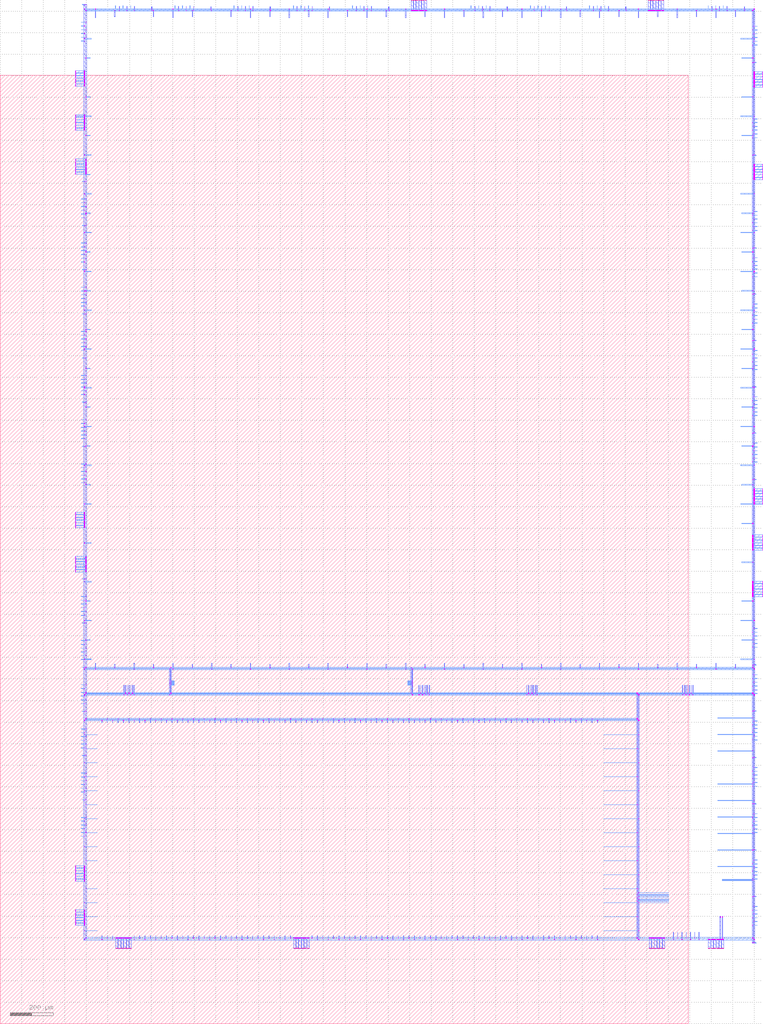
<source format=lef>
VERSION 5.7 ;
  NOWIREEXTENSIONATPIN ON ;
  DIVIDERCHAR "/" ;
  BUSBITCHARS "[]" ;
MACRO caravel_gf180_pdn
  CLASS BLOCK ;
  FOREIGN caravel_gf180_pdn ;
  ORIGIN 0 0 ;
  SIZE 3192.000 BY 4402.000 ;
  OBS
      LAYER Metal2 ;
        RECT 1906.360 4749.000 1915.860 4751.000 ;
        RECT 1918.760 4749.000 1929.010 4751.000 ;
        RECT 1930.610 4749.000 1940.860 4751.000 ;
        RECT 1944.140 4749.000 1954.390 4751.000 ;
        RECT 1955.990 4749.000 1966.240 4751.000 ;
        RECT 1969.140 4749.000 1978.640 4751.000 ;
        RECT 3006.360 4749.000 3015.860 4751.000 ;
        RECT 3018.760 4749.000 3029.010 4751.000 ;
        RECT 3030.610 4749.000 3040.860 4751.000 ;
        RECT 3044.140 4749.000 3054.390 4751.000 ;
        RECT 3055.990 4749.000 3066.240 4751.000 ;
        RECT 3069.140 4749.000 3078.640 4751.000 ;
        RECT 349.000 4414.140 351.000 4423.640 ;
        RECT 349.000 4400.990 351.000 4411.240 ;
        RECT 3539.000 4409.140 3541.000 4418.640 ;
        RECT 349.000 4389.140 351.000 4399.390 ;
        RECT 3539.000 4395.990 3541.000 4406.240 ;
        RECT 349.000 4375.610 351.000 4385.860 ;
        RECT 3539.000 4384.140 3541.000 4394.390 ;
        RECT 349.000 4363.760 351.000 4374.010 ;
        RECT 3539.000 4370.610 3541.000 4380.860 ;
        RECT 349.000 4351.360 351.000 4360.860 ;
        RECT 3539.000 4358.760 3541.000 4369.010 ;
        RECT 3539.000 4346.360 3541.000 4355.860 ;
        RECT 349.000 4209.140 351.000 4218.640 ;
        RECT 349.000 4195.990 351.000 4206.240 ;
        RECT 349.000 4184.140 351.000 4194.390 ;
        RECT 349.000 4170.610 351.000 4180.860 ;
        RECT 349.000 4158.760 351.000 4169.010 ;
        RECT 349.000 4146.360 351.000 4155.860 ;
        RECT 349.000 4004.140 351.000 4013.640 ;
        RECT 349.000 3990.990 351.000 4001.240 ;
        RECT 349.000 3979.140 351.000 3989.390 ;
        RECT 3539.000 3979.140 3541.000 3988.640 ;
        RECT 349.000 3965.610 351.000 3975.860 ;
        RECT 3539.000 3965.990 3541.000 3976.240 ;
        RECT 349.000 3953.760 351.000 3964.010 ;
        RECT 3539.000 3954.140 3541.000 3964.390 ;
        RECT 349.000 3941.360 351.000 3950.860 ;
        RECT 3539.000 3940.610 3541.000 3950.860 ;
        RECT 3539.000 3928.760 3541.000 3939.010 ;
        RECT 3539.000 3916.360 3541.000 3925.860 ;
        RECT 3539.000 2474.140 3541.000 2483.640 ;
        RECT 3539.000 2460.990 3541.000 2471.240 ;
        RECT 3539.000 2449.140 3541.000 2459.390 ;
        RECT 3539.000 2435.610 3541.000 2445.860 ;
        RECT 3539.000 2423.760 3541.000 2434.010 ;
        RECT 3539.000 2411.360 3541.000 2420.860 ;
        RECT 349.000 2364.140 351.000 2373.640 ;
        RECT 349.000 2350.990 351.000 2361.240 ;
        RECT 349.000 2339.140 351.000 2349.390 ;
        RECT 349.000 2325.610 351.000 2335.860 ;
        RECT 349.000 2313.760 351.000 2324.010 ;
        RECT 349.000 2301.360 351.000 2310.860 ;
        RECT 3539.000 2259.140 3541.000 2268.640 ;
        RECT 3539.000 2245.990 3541.000 2256.240 ;
        RECT 3539.000 2234.140 3541.000 2244.390 ;
        RECT 3539.000 2220.610 3541.000 2230.860 ;
        RECT 3539.000 2208.760 3541.000 2219.010 ;
        RECT 3539.000 2196.360 3541.000 2205.860 ;
        RECT 349.000 2159.140 351.000 2168.640 ;
        RECT 349.000 2145.990 351.000 2156.240 ;
        RECT 349.000 2134.140 351.000 2144.390 ;
        RECT 349.000 2120.610 351.000 2130.860 ;
        RECT 349.000 2108.760 351.000 2119.010 ;
        RECT 349.000 2096.360 351.000 2105.860 ;
        RECT 3539.000 2044.140 3541.000 2053.640 ;
        RECT 3539.000 2030.990 3541.000 2041.240 ;
        RECT 3539.000 2019.140 3541.000 2029.390 ;
        RECT 3539.000 2005.610 3541.000 2015.860 ;
        RECT 3539.000 1993.760 3541.000 2004.010 ;
        RECT 3539.000 1981.360 3541.000 1990.860 ;
        RECT 349.000 724.140 351.000 733.640 ;
        RECT 349.000 710.990 351.000 721.240 ;
        RECT 349.000 699.140 351.000 709.390 ;
        RECT 349.000 685.610 351.000 695.860 ;
        RECT 349.000 673.760 351.000 684.010 ;
        RECT 349.000 661.360 351.000 670.860 ;
        RECT 349.000 519.140 351.000 528.640 ;
        RECT 349.000 505.990 351.000 516.240 ;
        RECT 349.000 494.140 351.000 504.390 ;
        RECT 349.000 480.610 351.000 490.860 ;
        RECT 349.000 468.760 351.000 479.010 ;
        RECT 349.000 456.360 351.000 465.860 ;
        RECT 536.360 349.000 545.860 351.000 ;
        RECT 548.760 349.000 559.010 351.000 ;
        RECT 560.610 349.000 570.860 351.000 ;
        RECT 574.140 349.000 584.390 351.000 ;
        RECT 585.990 349.000 596.240 351.000 ;
        RECT 599.140 349.000 608.640 351.000 ;
        RECT 1361.360 349.000 1370.860 351.000 ;
        RECT 1373.760 349.000 1384.010 351.000 ;
        RECT 1385.610 349.000 1395.860 351.000 ;
        RECT 1399.140 349.000 1409.390 351.000 ;
        RECT 1410.990 349.000 1421.240 351.000 ;
        RECT 1424.140 349.000 1433.640 351.000 ;
        RECT 3011.360 349.000 3020.860 351.000 ;
        RECT 3023.760 349.000 3034.010 351.000 ;
        RECT 3035.610 349.000 3045.860 351.000 ;
        RECT 3049.140 349.000 3059.390 351.000 ;
        RECT 3060.990 349.000 3071.240 351.000 ;
        RECT 3074.140 349.000 3083.640 351.000 ;
        RECT 3286.360 349.000 3295.860 351.000 ;
        RECT 3298.760 349.000 3309.010 351.000 ;
        RECT 3310.610 349.000 3320.860 351.000 ;
        RECT 3324.140 349.000 3334.390 351.000 ;
        RECT 3335.990 349.000 3346.240 351.000 ;
        RECT 3349.140 349.000 3358.640 351.000 ;
      LAYER VIA2 ;
        RECT 1906.710 4749.350 1906.990 4749.630 ;
        RECT 1907.330 4749.350 1907.610 4749.630 ;
        RECT 1907.950 4749.350 1908.230 4749.630 ;
        RECT 1908.570 4749.350 1908.850 4749.630 ;
        RECT 1909.190 4749.350 1909.470 4749.630 ;
        RECT 1909.810 4749.350 1910.090 4749.630 ;
        RECT 1910.430 4749.350 1910.710 4749.630 ;
        RECT 1911.050 4749.350 1911.330 4749.630 ;
        RECT 1911.670 4749.350 1911.950 4749.630 ;
        RECT 1912.290 4749.350 1912.570 4749.630 ;
        RECT 1912.910 4749.350 1913.190 4749.630 ;
        RECT 1913.530 4749.350 1913.810 4749.630 ;
        RECT 1914.150 4749.350 1914.430 4749.630 ;
        RECT 1914.770 4749.350 1915.050 4749.630 ;
        RECT 1915.390 4749.350 1915.670 4749.630 ;
        RECT 1919.110 4749.350 1919.390 4749.630 ;
        RECT 1919.730 4749.350 1920.010 4749.630 ;
        RECT 1920.350 4749.350 1920.630 4749.630 ;
        RECT 1920.970 4749.350 1921.250 4749.630 ;
        RECT 1921.590 4749.350 1921.870 4749.630 ;
        RECT 1922.210 4749.350 1922.490 4749.630 ;
        RECT 1922.830 4749.350 1923.110 4749.630 ;
        RECT 1923.450 4749.350 1923.730 4749.630 ;
        RECT 1924.070 4749.350 1924.350 4749.630 ;
        RECT 1924.690 4749.350 1924.970 4749.630 ;
        RECT 1925.310 4749.350 1925.590 4749.630 ;
        RECT 1925.930 4749.350 1926.210 4749.630 ;
        RECT 1926.550 4749.350 1926.830 4749.630 ;
        RECT 1927.170 4749.350 1927.450 4749.630 ;
        RECT 1927.790 4749.350 1928.070 4749.630 ;
        RECT 1928.410 4749.350 1928.690 4749.630 ;
        RECT 1930.960 4749.350 1931.240 4749.630 ;
        RECT 1931.580 4749.350 1931.860 4749.630 ;
        RECT 1932.200 4749.350 1932.480 4749.630 ;
        RECT 1932.820 4749.350 1933.100 4749.630 ;
        RECT 1933.440 4749.350 1933.720 4749.630 ;
        RECT 1934.060 4749.350 1934.340 4749.630 ;
        RECT 1934.680 4749.350 1934.960 4749.630 ;
        RECT 1935.300 4749.350 1935.580 4749.630 ;
        RECT 1935.920 4749.350 1936.200 4749.630 ;
        RECT 1936.540 4749.350 1936.820 4749.630 ;
        RECT 1937.160 4749.350 1937.440 4749.630 ;
        RECT 1937.780 4749.350 1938.060 4749.630 ;
        RECT 1938.400 4749.350 1938.680 4749.630 ;
        RECT 1939.020 4749.350 1939.300 4749.630 ;
        RECT 1939.640 4749.350 1939.920 4749.630 ;
        RECT 1940.260 4749.350 1940.540 4749.630 ;
        RECT 1944.460 4749.350 1944.740 4749.630 ;
        RECT 1945.080 4749.350 1945.360 4749.630 ;
        RECT 1945.700 4749.350 1945.980 4749.630 ;
        RECT 1946.320 4749.350 1946.600 4749.630 ;
        RECT 1946.940 4749.350 1947.220 4749.630 ;
        RECT 1947.560 4749.350 1947.840 4749.630 ;
        RECT 1948.180 4749.350 1948.460 4749.630 ;
        RECT 1948.800 4749.350 1949.080 4749.630 ;
        RECT 1949.420 4749.350 1949.700 4749.630 ;
        RECT 1950.040 4749.350 1950.320 4749.630 ;
        RECT 1950.660 4749.350 1950.940 4749.630 ;
        RECT 1951.280 4749.350 1951.560 4749.630 ;
        RECT 1951.900 4749.350 1952.180 4749.630 ;
        RECT 1952.520 4749.350 1952.800 4749.630 ;
        RECT 1953.140 4749.350 1953.420 4749.630 ;
        RECT 1953.760 4749.350 1954.040 4749.630 ;
        RECT 1956.310 4749.350 1956.590 4749.630 ;
        RECT 1956.930 4749.350 1957.210 4749.630 ;
        RECT 1957.550 4749.350 1957.830 4749.630 ;
        RECT 1958.170 4749.350 1958.450 4749.630 ;
        RECT 1958.790 4749.350 1959.070 4749.630 ;
        RECT 1959.410 4749.350 1959.690 4749.630 ;
        RECT 1960.030 4749.350 1960.310 4749.630 ;
        RECT 1960.650 4749.350 1960.930 4749.630 ;
        RECT 1961.270 4749.350 1961.550 4749.630 ;
        RECT 1961.890 4749.350 1962.170 4749.630 ;
        RECT 1962.510 4749.350 1962.790 4749.630 ;
        RECT 1963.130 4749.350 1963.410 4749.630 ;
        RECT 1963.750 4749.350 1964.030 4749.630 ;
        RECT 1964.370 4749.350 1964.650 4749.630 ;
        RECT 1964.990 4749.350 1965.270 4749.630 ;
        RECT 1965.610 4749.350 1965.890 4749.630 ;
        RECT 1969.330 4749.350 1969.610 4749.630 ;
        RECT 1969.950 4749.350 1970.230 4749.630 ;
        RECT 1970.570 4749.350 1970.850 4749.630 ;
        RECT 1971.190 4749.350 1971.470 4749.630 ;
        RECT 1971.810 4749.350 1972.090 4749.630 ;
        RECT 1972.430 4749.350 1972.710 4749.630 ;
        RECT 1973.050 4749.350 1973.330 4749.630 ;
        RECT 1973.670 4749.350 1973.950 4749.630 ;
        RECT 1974.290 4749.350 1974.570 4749.630 ;
        RECT 1974.910 4749.350 1975.190 4749.630 ;
        RECT 1975.530 4749.350 1975.810 4749.630 ;
        RECT 1976.150 4749.350 1976.430 4749.630 ;
        RECT 1976.770 4749.350 1977.050 4749.630 ;
        RECT 1977.390 4749.350 1977.670 4749.630 ;
        RECT 1978.010 4749.350 1978.290 4749.630 ;
        RECT 3006.710 4749.350 3006.990 4749.630 ;
        RECT 3007.330 4749.350 3007.610 4749.630 ;
        RECT 3007.950 4749.350 3008.230 4749.630 ;
        RECT 3008.570 4749.350 3008.850 4749.630 ;
        RECT 3009.190 4749.350 3009.470 4749.630 ;
        RECT 3009.810 4749.350 3010.090 4749.630 ;
        RECT 3010.430 4749.350 3010.710 4749.630 ;
        RECT 3011.050 4749.350 3011.330 4749.630 ;
        RECT 3011.670 4749.350 3011.950 4749.630 ;
        RECT 3012.290 4749.350 3012.570 4749.630 ;
        RECT 3012.910 4749.350 3013.190 4749.630 ;
        RECT 3013.530 4749.350 3013.810 4749.630 ;
        RECT 3014.150 4749.350 3014.430 4749.630 ;
        RECT 3014.770 4749.350 3015.050 4749.630 ;
        RECT 3015.390 4749.350 3015.670 4749.630 ;
        RECT 3019.110 4749.350 3019.390 4749.630 ;
        RECT 3019.730 4749.350 3020.010 4749.630 ;
        RECT 3020.350 4749.350 3020.630 4749.630 ;
        RECT 3020.970 4749.350 3021.250 4749.630 ;
        RECT 3021.590 4749.350 3021.870 4749.630 ;
        RECT 3022.210 4749.350 3022.490 4749.630 ;
        RECT 3022.830 4749.350 3023.110 4749.630 ;
        RECT 3023.450 4749.350 3023.730 4749.630 ;
        RECT 3024.070 4749.350 3024.350 4749.630 ;
        RECT 3024.690 4749.350 3024.970 4749.630 ;
        RECT 3025.310 4749.350 3025.590 4749.630 ;
        RECT 3025.930 4749.350 3026.210 4749.630 ;
        RECT 3026.550 4749.350 3026.830 4749.630 ;
        RECT 3027.170 4749.350 3027.450 4749.630 ;
        RECT 3027.790 4749.350 3028.070 4749.630 ;
        RECT 3028.410 4749.350 3028.690 4749.630 ;
        RECT 3030.960 4749.350 3031.240 4749.630 ;
        RECT 3031.580 4749.350 3031.860 4749.630 ;
        RECT 3032.200 4749.350 3032.480 4749.630 ;
        RECT 3032.820 4749.350 3033.100 4749.630 ;
        RECT 3033.440 4749.350 3033.720 4749.630 ;
        RECT 3034.060 4749.350 3034.340 4749.630 ;
        RECT 3034.680 4749.350 3034.960 4749.630 ;
        RECT 3035.300 4749.350 3035.580 4749.630 ;
        RECT 3035.920 4749.350 3036.200 4749.630 ;
        RECT 3036.540 4749.350 3036.820 4749.630 ;
        RECT 3037.160 4749.350 3037.440 4749.630 ;
        RECT 3037.780 4749.350 3038.060 4749.630 ;
        RECT 3038.400 4749.350 3038.680 4749.630 ;
        RECT 3039.020 4749.350 3039.300 4749.630 ;
        RECT 3039.640 4749.350 3039.920 4749.630 ;
        RECT 3040.260 4749.350 3040.540 4749.630 ;
        RECT 3044.460 4749.350 3044.740 4749.630 ;
        RECT 3045.080 4749.350 3045.360 4749.630 ;
        RECT 3045.700 4749.350 3045.980 4749.630 ;
        RECT 3046.320 4749.350 3046.600 4749.630 ;
        RECT 3046.940 4749.350 3047.220 4749.630 ;
        RECT 3047.560 4749.350 3047.840 4749.630 ;
        RECT 3048.180 4749.350 3048.460 4749.630 ;
        RECT 3048.800 4749.350 3049.080 4749.630 ;
        RECT 3049.420 4749.350 3049.700 4749.630 ;
        RECT 3050.040 4749.350 3050.320 4749.630 ;
        RECT 3050.660 4749.350 3050.940 4749.630 ;
        RECT 3051.280 4749.350 3051.560 4749.630 ;
        RECT 3051.900 4749.350 3052.180 4749.630 ;
        RECT 3052.520 4749.350 3052.800 4749.630 ;
        RECT 3053.140 4749.350 3053.420 4749.630 ;
        RECT 3053.760 4749.350 3054.040 4749.630 ;
        RECT 3056.310 4749.350 3056.590 4749.630 ;
        RECT 3056.930 4749.350 3057.210 4749.630 ;
        RECT 3057.550 4749.350 3057.830 4749.630 ;
        RECT 3058.170 4749.350 3058.450 4749.630 ;
        RECT 3058.790 4749.350 3059.070 4749.630 ;
        RECT 3059.410 4749.350 3059.690 4749.630 ;
        RECT 3060.030 4749.350 3060.310 4749.630 ;
        RECT 3060.650 4749.350 3060.930 4749.630 ;
        RECT 3061.270 4749.350 3061.550 4749.630 ;
        RECT 3061.890 4749.350 3062.170 4749.630 ;
        RECT 3062.510 4749.350 3062.790 4749.630 ;
        RECT 3063.130 4749.350 3063.410 4749.630 ;
        RECT 3063.750 4749.350 3064.030 4749.630 ;
        RECT 3064.370 4749.350 3064.650 4749.630 ;
        RECT 3064.990 4749.350 3065.270 4749.630 ;
        RECT 3065.610 4749.350 3065.890 4749.630 ;
        RECT 3069.330 4749.350 3069.610 4749.630 ;
        RECT 3069.950 4749.350 3070.230 4749.630 ;
        RECT 3070.570 4749.350 3070.850 4749.630 ;
        RECT 3071.190 4749.350 3071.470 4749.630 ;
        RECT 3071.810 4749.350 3072.090 4749.630 ;
        RECT 3072.430 4749.350 3072.710 4749.630 ;
        RECT 3073.050 4749.350 3073.330 4749.630 ;
        RECT 3073.670 4749.350 3073.950 4749.630 ;
        RECT 3074.290 4749.350 3074.570 4749.630 ;
        RECT 3074.910 4749.350 3075.190 4749.630 ;
        RECT 3075.530 4749.350 3075.810 4749.630 ;
        RECT 3076.150 4749.350 3076.430 4749.630 ;
        RECT 3076.770 4749.350 3077.050 4749.630 ;
        RECT 3077.390 4749.350 3077.670 4749.630 ;
        RECT 3078.010 4749.350 3078.290 4749.630 ;
        RECT 350.370 4423.010 350.650 4423.290 ;
        RECT 350.370 4422.390 350.650 4422.670 ;
        RECT 350.370 4421.770 350.650 4422.050 ;
        RECT 350.370 4421.150 350.650 4421.430 ;
        RECT 350.370 4420.530 350.650 4420.810 ;
        RECT 350.370 4419.910 350.650 4420.190 ;
        RECT 350.370 4419.290 350.650 4419.570 ;
        RECT 350.370 4418.670 350.650 4418.950 ;
        RECT 350.370 4418.050 350.650 4418.330 ;
        RECT 350.370 4417.430 350.650 4417.710 ;
        RECT 350.370 4416.810 350.650 4417.090 ;
        RECT 350.370 4416.190 350.650 4416.470 ;
        RECT 350.370 4415.570 350.650 4415.850 ;
        RECT 350.370 4414.950 350.650 4415.230 ;
        RECT 350.370 4414.330 350.650 4414.610 ;
        RECT 3539.350 4418.010 3539.630 4418.290 ;
        RECT 3539.350 4417.390 3539.630 4417.670 ;
        RECT 3539.350 4416.770 3539.630 4417.050 ;
        RECT 3539.350 4416.150 3539.630 4416.430 ;
        RECT 3539.350 4415.530 3539.630 4415.810 ;
        RECT 3539.350 4414.910 3539.630 4415.190 ;
        RECT 3539.350 4414.290 3539.630 4414.570 ;
        RECT 3539.350 4413.670 3539.630 4413.950 ;
        RECT 3539.350 4413.050 3539.630 4413.330 ;
        RECT 3539.350 4412.430 3539.630 4412.710 ;
        RECT 3539.350 4411.810 3539.630 4412.090 ;
        RECT 350.370 4410.640 350.650 4410.920 ;
        RECT 350.370 4410.020 350.650 4410.300 ;
        RECT 350.370 4409.400 350.650 4409.680 ;
        RECT 3539.350 4411.190 3539.630 4411.470 ;
        RECT 3539.350 4410.570 3539.630 4410.850 ;
        RECT 3539.350 4409.950 3539.630 4410.230 ;
        RECT 3539.350 4409.330 3539.630 4409.610 ;
        RECT 350.370 4408.780 350.650 4409.060 ;
        RECT 350.370 4408.160 350.650 4408.440 ;
        RECT 350.370 4407.540 350.650 4407.820 ;
        RECT 350.370 4406.920 350.650 4407.200 ;
        RECT 350.370 4406.300 350.650 4406.580 ;
        RECT 350.370 4405.680 350.650 4405.960 ;
        RECT 350.370 4405.060 350.650 4405.340 ;
        RECT 350.370 4404.440 350.650 4404.720 ;
        RECT 350.370 4403.820 350.650 4404.100 ;
        RECT 350.370 4403.200 350.650 4403.480 ;
        RECT 350.370 4402.580 350.650 4402.860 ;
        RECT 350.370 4401.960 350.650 4402.240 ;
        RECT 350.370 4401.340 350.650 4401.620 ;
        RECT 3539.350 4405.610 3539.630 4405.890 ;
        RECT 3539.350 4404.990 3539.630 4405.270 ;
        RECT 3539.350 4404.370 3539.630 4404.650 ;
        RECT 3539.350 4403.750 3539.630 4404.030 ;
        RECT 3539.350 4403.130 3539.630 4403.410 ;
        RECT 3539.350 4402.510 3539.630 4402.790 ;
        RECT 3539.350 4401.890 3539.630 4402.170 ;
        RECT 3539.350 4401.270 3539.630 4401.550 ;
        RECT 3539.350 4400.650 3539.630 4400.930 ;
        RECT 3539.350 4400.030 3539.630 4400.310 ;
        RECT 3539.350 4399.410 3539.630 4399.690 ;
        RECT 350.370 4398.790 350.650 4399.070 ;
        RECT 350.370 4398.170 350.650 4398.450 ;
        RECT 350.370 4397.550 350.650 4397.830 ;
        RECT 350.370 4396.930 350.650 4397.210 ;
        RECT 350.370 4396.310 350.650 4396.590 ;
        RECT 3539.350 4398.790 3539.630 4399.070 ;
        RECT 3539.350 4398.170 3539.630 4398.450 ;
        RECT 3539.350 4397.550 3539.630 4397.830 ;
        RECT 3539.350 4396.930 3539.630 4397.210 ;
        RECT 3539.350 4396.310 3539.630 4396.590 ;
        RECT 350.370 4395.690 350.650 4395.970 ;
        RECT 350.370 4395.070 350.650 4395.350 ;
        RECT 350.370 4394.450 350.650 4394.730 ;
        RECT 350.370 4393.830 350.650 4394.110 ;
        RECT 350.370 4393.210 350.650 4393.490 ;
        RECT 350.370 4392.590 350.650 4392.870 ;
        RECT 350.370 4391.970 350.650 4392.250 ;
        RECT 350.370 4391.350 350.650 4391.630 ;
        RECT 350.370 4390.730 350.650 4391.010 ;
        RECT 350.370 4390.110 350.650 4390.390 ;
        RECT 350.370 4389.490 350.650 4389.770 ;
        RECT 3539.350 4393.760 3539.630 4394.040 ;
        RECT 3539.350 4393.140 3539.630 4393.420 ;
        RECT 3539.350 4392.520 3539.630 4392.800 ;
        RECT 3539.350 4391.900 3539.630 4392.180 ;
        RECT 3539.350 4391.280 3539.630 4391.560 ;
        RECT 3539.350 4390.660 3539.630 4390.940 ;
        RECT 3539.350 4390.040 3539.630 4390.320 ;
        RECT 3539.350 4389.420 3539.630 4389.700 ;
        RECT 3539.350 4388.800 3539.630 4389.080 ;
        RECT 3539.350 4388.180 3539.630 4388.460 ;
        RECT 3539.350 4387.560 3539.630 4387.840 ;
        RECT 3539.350 4386.940 3539.630 4387.220 ;
        RECT 3539.350 4386.320 3539.630 4386.600 ;
        RECT 350.370 4385.260 350.650 4385.540 ;
        RECT 350.370 4384.640 350.650 4384.920 ;
        RECT 350.370 4384.020 350.650 4384.300 ;
        RECT 3539.350 4385.700 3539.630 4385.980 ;
        RECT 3539.350 4385.080 3539.630 4385.360 ;
        RECT 3539.350 4384.460 3539.630 4384.740 ;
        RECT 350.370 4383.400 350.650 4383.680 ;
        RECT 350.370 4382.780 350.650 4383.060 ;
        RECT 350.370 4382.160 350.650 4382.440 ;
        RECT 350.370 4381.540 350.650 4381.820 ;
        RECT 350.370 4380.920 350.650 4381.200 ;
        RECT 350.370 4380.300 350.650 4380.580 ;
        RECT 350.370 4379.680 350.650 4379.960 ;
        RECT 350.370 4379.060 350.650 4379.340 ;
        RECT 350.370 4378.440 350.650 4378.720 ;
        RECT 350.370 4377.820 350.650 4378.100 ;
        RECT 350.370 4377.200 350.650 4377.480 ;
        RECT 350.370 4376.580 350.650 4376.860 ;
        RECT 350.370 4375.960 350.650 4376.240 ;
        RECT 3539.350 4380.230 3539.630 4380.510 ;
        RECT 3539.350 4379.610 3539.630 4379.890 ;
        RECT 3539.350 4378.990 3539.630 4379.270 ;
        RECT 3539.350 4378.370 3539.630 4378.650 ;
        RECT 3539.350 4377.750 3539.630 4378.030 ;
        RECT 3539.350 4377.130 3539.630 4377.410 ;
        RECT 3539.350 4376.510 3539.630 4376.790 ;
        RECT 3539.350 4375.890 3539.630 4376.170 ;
        RECT 3539.350 4375.270 3539.630 4375.550 ;
        RECT 3539.350 4374.650 3539.630 4374.930 ;
        RECT 3539.350 4374.030 3539.630 4374.310 ;
        RECT 350.370 4373.410 350.650 4373.690 ;
        RECT 350.370 4372.790 350.650 4373.070 ;
        RECT 350.370 4372.170 350.650 4372.450 ;
        RECT 350.370 4371.550 350.650 4371.830 ;
        RECT 350.370 4370.930 350.650 4371.210 ;
        RECT 3539.350 4373.410 3539.630 4373.690 ;
        RECT 3539.350 4372.790 3539.630 4373.070 ;
        RECT 3539.350 4372.170 3539.630 4372.450 ;
        RECT 3539.350 4371.550 3539.630 4371.830 ;
        RECT 3539.350 4370.930 3539.630 4371.210 ;
        RECT 350.370 4370.310 350.650 4370.590 ;
        RECT 350.370 4369.690 350.650 4369.970 ;
        RECT 350.370 4369.070 350.650 4369.350 ;
        RECT 350.370 4368.450 350.650 4368.730 ;
        RECT 350.370 4367.830 350.650 4368.110 ;
        RECT 350.370 4367.210 350.650 4367.490 ;
        RECT 350.370 4366.590 350.650 4366.870 ;
        RECT 350.370 4365.970 350.650 4366.250 ;
        RECT 350.370 4365.350 350.650 4365.630 ;
        RECT 350.370 4364.730 350.650 4365.010 ;
        RECT 350.370 4364.110 350.650 4364.390 ;
        RECT 3539.350 4368.380 3539.630 4368.660 ;
        RECT 3539.350 4367.760 3539.630 4368.040 ;
        RECT 3539.350 4367.140 3539.630 4367.420 ;
        RECT 3539.350 4366.520 3539.630 4366.800 ;
        RECT 3539.350 4365.900 3539.630 4366.180 ;
        RECT 3539.350 4365.280 3539.630 4365.560 ;
        RECT 3539.350 4364.660 3539.630 4364.940 ;
        RECT 3539.350 4364.040 3539.630 4364.320 ;
        RECT 3539.350 4363.420 3539.630 4363.700 ;
        RECT 3539.350 4362.800 3539.630 4363.080 ;
        RECT 3539.350 4362.180 3539.630 4362.460 ;
        RECT 3539.350 4361.560 3539.630 4361.840 ;
        RECT 3539.350 4360.940 3539.630 4361.220 ;
        RECT 350.370 4360.390 350.650 4360.670 ;
        RECT 350.370 4359.770 350.650 4360.050 ;
        RECT 350.370 4359.150 350.650 4359.430 ;
        RECT 350.370 4358.530 350.650 4358.810 ;
        RECT 3539.350 4360.320 3539.630 4360.600 ;
        RECT 3539.350 4359.700 3539.630 4359.980 ;
        RECT 3539.350 4359.080 3539.630 4359.360 ;
        RECT 350.370 4357.910 350.650 4358.190 ;
        RECT 350.370 4357.290 350.650 4357.570 ;
        RECT 350.370 4356.670 350.650 4356.950 ;
        RECT 350.370 4356.050 350.650 4356.330 ;
        RECT 350.370 4355.430 350.650 4355.710 ;
        RECT 350.370 4354.810 350.650 4355.090 ;
        RECT 350.370 4354.190 350.650 4354.470 ;
        RECT 350.370 4353.570 350.650 4353.850 ;
        RECT 350.370 4352.950 350.650 4353.230 ;
        RECT 350.370 4352.330 350.650 4352.610 ;
        RECT 350.370 4351.710 350.650 4351.990 ;
        RECT 3539.350 4355.390 3539.630 4355.670 ;
        RECT 3539.350 4354.770 3539.630 4355.050 ;
        RECT 3539.350 4354.150 3539.630 4354.430 ;
        RECT 3539.350 4353.530 3539.630 4353.810 ;
        RECT 3539.350 4352.910 3539.630 4353.190 ;
        RECT 3539.350 4352.290 3539.630 4352.570 ;
        RECT 3539.350 4351.670 3539.630 4351.950 ;
        RECT 3539.350 4351.050 3539.630 4351.330 ;
        RECT 3539.350 4350.430 3539.630 4350.710 ;
        RECT 3539.350 4349.810 3539.630 4350.090 ;
        RECT 3539.350 4349.190 3539.630 4349.470 ;
        RECT 3539.350 4348.570 3539.630 4348.850 ;
        RECT 3539.350 4347.950 3539.630 4348.230 ;
        RECT 3539.350 4347.330 3539.630 4347.610 ;
        RECT 3539.350 4346.710 3539.630 4346.990 ;
        RECT 350.370 4218.010 350.650 4218.290 ;
        RECT 350.370 4217.390 350.650 4217.670 ;
        RECT 350.370 4216.770 350.650 4217.050 ;
        RECT 350.370 4216.150 350.650 4216.430 ;
        RECT 350.370 4215.530 350.650 4215.810 ;
        RECT 350.370 4214.910 350.650 4215.190 ;
        RECT 350.370 4214.290 350.650 4214.570 ;
        RECT 350.370 4213.670 350.650 4213.950 ;
        RECT 350.370 4213.050 350.650 4213.330 ;
        RECT 350.370 4212.430 350.650 4212.710 ;
        RECT 350.370 4211.810 350.650 4212.090 ;
        RECT 350.370 4211.190 350.650 4211.470 ;
        RECT 350.370 4210.570 350.650 4210.850 ;
        RECT 350.370 4209.950 350.650 4210.230 ;
        RECT 350.370 4209.330 350.650 4209.610 ;
        RECT 350.370 4205.640 350.650 4205.920 ;
        RECT 350.370 4205.020 350.650 4205.300 ;
        RECT 350.370 4204.400 350.650 4204.680 ;
        RECT 350.370 4203.780 350.650 4204.060 ;
        RECT 350.370 4203.160 350.650 4203.440 ;
        RECT 350.370 4202.540 350.650 4202.820 ;
        RECT 350.370 4201.920 350.650 4202.200 ;
        RECT 350.370 4201.300 350.650 4201.580 ;
        RECT 350.370 4200.680 350.650 4200.960 ;
        RECT 350.370 4200.060 350.650 4200.340 ;
        RECT 350.370 4199.440 350.650 4199.720 ;
        RECT 350.370 4198.820 350.650 4199.100 ;
        RECT 350.370 4198.200 350.650 4198.480 ;
        RECT 350.370 4197.580 350.650 4197.860 ;
        RECT 350.370 4196.960 350.650 4197.240 ;
        RECT 350.370 4196.340 350.650 4196.620 ;
        RECT 350.370 4193.790 350.650 4194.070 ;
        RECT 350.370 4193.170 350.650 4193.450 ;
        RECT 350.370 4192.550 350.650 4192.830 ;
        RECT 350.370 4191.930 350.650 4192.210 ;
        RECT 350.370 4191.310 350.650 4191.590 ;
        RECT 350.370 4190.690 350.650 4190.970 ;
        RECT 350.370 4190.070 350.650 4190.350 ;
        RECT 350.370 4189.450 350.650 4189.730 ;
        RECT 350.370 4188.830 350.650 4189.110 ;
        RECT 350.370 4188.210 350.650 4188.490 ;
        RECT 350.370 4187.590 350.650 4187.870 ;
        RECT 350.370 4186.970 350.650 4187.250 ;
        RECT 350.370 4186.350 350.650 4186.630 ;
        RECT 350.370 4185.730 350.650 4186.010 ;
        RECT 350.370 4185.110 350.650 4185.390 ;
        RECT 350.370 4184.490 350.650 4184.770 ;
        RECT 350.370 4180.260 350.650 4180.540 ;
        RECT 350.370 4179.640 350.650 4179.920 ;
        RECT 350.370 4179.020 350.650 4179.300 ;
        RECT 350.370 4178.400 350.650 4178.680 ;
        RECT 350.370 4177.780 350.650 4178.060 ;
        RECT 350.370 4177.160 350.650 4177.440 ;
        RECT 350.370 4176.540 350.650 4176.820 ;
        RECT 350.370 4175.920 350.650 4176.200 ;
        RECT 350.370 4175.300 350.650 4175.580 ;
        RECT 350.370 4174.680 350.650 4174.960 ;
        RECT 350.370 4174.060 350.650 4174.340 ;
        RECT 350.370 4173.440 350.650 4173.720 ;
        RECT 350.370 4172.820 350.650 4173.100 ;
        RECT 350.370 4172.200 350.650 4172.480 ;
        RECT 350.370 4171.580 350.650 4171.860 ;
        RECT 350.370 4170.960 350.650 4171.240 ;
        RECT 350.370 4168.410 350.650 4168.690 ;
        RECT 350.370 4167.790 350.650 4168.070 ;
        RECT 350.370 4167.170 350.650 4167.450 ;
        RECT 350.370 4166.550 350.650 4166.830 ;
        RECT 350.370 4165.930 350.650 4166.210 ;
        RECT 350.370 4165.310 350.650 4165.590 ;
        RECT 350.370 4164.690 350.650 4164.970 ;
        RECT 350.370 4164.070 350.650 4164.350 ;
        RECT 350.370 4163.450 350.650 4163.730 ;
        RECT 350.370 4162.830 350.650 4163.110 ;
        RECT 350.370 4162.210 350.650 4162.490 ;
        RECT 350.370 4161.590 350.650 4161.870 ;
        RECT 350.370 4160.970 350.650 4161.250 ;
        RECT 350.370 4160.350 350.650 4160.630 ;
        RECT 350.370 4159.730 350.650 4160.010 ;
        RECT 350.370 4159.110 350.650 4159.390 ;
        RECT 350.370 4155.390 350.650 4155.670 ;
        RECT 350.370 4154.770 350.650 4155.050 ;
        RECT 350.370 4154.150 350.650 4154.430 ;
        RECT 350.370 4153.530 350.650 4153.810 ;
        RECT 350.370 4152.910 350.650 4153.190 ;
        RECT 350.370 4152.290 350.650 4152.570 ;
        RECT 350.370 4151.670 350.650 4151.950 ;
        RECT 350.370 4151.050 350.650 4151.330 ;
        RECT 350.370 4150.430 350.650 4150.710 ;
        RECT 350.370 4149.810 350.650 4150.090 ;
        RECT 350.370 4149.190 350.650 4149.470 ;
        RECT 350.370 4148.570 350.650 4148.850 ;
        RECT 350.370 4147.950 350.650 4148.230 ;
        RECT 350.370 4147.330 350.650 4147.610 ;
        RECT 350.370 4146.710 350.650 4146.990 ;
        RECT 350.370 4013.010 350.650 4013.290 ;
        RECT 350.370 4012.390 350.650 4012.670 ;
        RECT 350.370 4011.770 350.650 4012.050 ;
        RECT 350.370 4011.150 350.650 4011.430 ;
        RECT 350.370 4010.530 350.650 4010.810 ;
        RECT 350.370 4009.910 350.650 4010.190 ;
        RECT 350.370 4009.290 350.650 4009.570 ;
        RECT 350.370 4008.670 350.650 4008.950 ;
        RECT 350.370 4008.050 350.650 4008.330 ;
        RECT 350.370 4007.430 350.650 4007.710 ;
        RECT 350.370 4006.810 350.650 4007.090 ;
        RECT 350.370 4006.190 350.650 4006.470 ;
        RECT 350.370 4005.570 350.650 4005.850 ;
        RECT 350.370 4004.950 350.650 4005.230 ;
        RECT 350.370 4004.330 350.650 4004.610 ;
        RECT 350.370 4000.640 350.650 4000.920 ;
        RECT 350.370 4000.020 350.650 4000.300 ;
        RECT 350.370 3999.400 350.650 3999.680 ;
        RECT 350.370 3998.780 350.650 3999.060 ;
        RECT 350.370 3998.160 350.650 3998.440 ;
        RECT 350.370 3997.540 350.650 3997.820 ;
        RECT 350.370 3996.920 350.650 3997.200 ;
        RECT 350.370 3996.300 350.650 3996.580 ;
        RECT 350.370 3995.680 350.650 3995.960 ;
        RECT 350.370 3995.060 350.650 3995.340 ;
        RECT 350.370 3994.440 350.650 3994.720 ;
        RECT 350.370 3993.820 350.650 3994.100 ;
        RECT 350.370 3993.200 350.650 3993.480 ;
        RECT 350.370 3992.580 350.650 3992.860 ;
        RECT 350.370 3991.960 350.650 3992.240 ;
        RECT 350.370 3991.340 350.650 3991.620 ;
        RECT 350.370 3988.790 350.650 3989.070 ;
        RECT 350.370 3988.170 350.650 3988.450 ;
        RECT 350.370 3987.550 350.650 3987.830 ;
        RECT 350.370 3986.930 350.650 3987.210 ;
        RECT 350.370 3986.310 350.650 3986.590 ;
        RECT 350.370 3985.690 350.650 3985.970 ;
        RECT 350.370 3985.070 350.650 3985.350 ;
        RECT 350.370 3984.450 350.650 3984.730 ;
        RECT 350.370 3983.830 350.650 3984.110 ;
        RECT 350.370 3983.210 350.650 3983.490 ;
        RECT 350.370 3982.590 350.650 3982.870 ;
        RECT 350.370 3981.970 350.650 3982.250 ;
        RECT 350.370 3981.350 350.650 3981.630 ;
        RECT 350.370 3980.730 350.650 3981.010 ;
        RECT 350.370 3980.110 350.650 3980.390 ;
        RECT 350.370 3979.490 350.650 3979.770 ;
        RECT 3539.350 3988.010 3539.630 3988.290 ;
        RECT 3539.350 3987.390 3539.630 3987.670 ;
        RECT 3539.350 3986.770 3539.630 3987.050 ;
        RECT 3539.350 3986.150 3539.630 3986.430 ;
        RECT 3539.350 3985.530 3539.630 3985.810 ;
        RECT 3539.350 3984.910 3539.630 3985.190 ;
        RECT 3539.350 3984.290 3539.630 3984.570 ;
        RECT 3539.350 3983.670 3539.630 3983.950 ;
        RECT 3539.350 3983.050 3539.630 3983.330 ;
        RECT 3539.350 3982.430 3539.630 3982.710 ;
        RECT 3539.350 3981.810 3539.630 3982.090 ;
        RECT 3539.350 3981.190 3539.630 3981.470 ;
        RECT 3539.350 3980.570 3539.630 3980.850 ;
        RECT 3539.350 3979.950 3539.630 3980.230 ;
        RECT 3539.350 3979.330 3539.630 3979.610 ;
        RECT 350.370 3975.260 350.650 3975.540 ;
        RECT 350.370 3974.640 350.650 3974.920 ;
        RECT 350.370 3974.020 350.650 3974.300 ;
        RECT 350.370 3973.400 350.650 3973.680 ;
        RECT 350.370 3972.780 350.650 3973.060 ;
        RECT 350.370 3972.160 350.650 3972.440 ;
        RECT 350.370 3971.540 350.650 3971.820 ;
        RECT 350.370 3970.920 350.650 3971.200 ;
        RECT 350.370 3970.300 350.650 3970.580 ;
        RECT 350.370 3969.680 350.650 3969.960 ;
        RECT 350.370 3969.060 350.650 3969.340 ;
        RECT 350.370 3968.440 350.650 3968.720 ;
        RECT 350.370 3967.820 350.650 3968.100 ;
        RECT 350.370 3967.200 350.650 3967.480 ;
        RECT 350.370 3966.580 350.650 3966.860 ;
        RECT 350.370 3965.960 350.650 3966.240 ;
        RECT 3539.350 3975.610 3539.630 3975.890 ;
        RECT 3539.350 3974.990 3539.630 3975.270 ;
        RECT 3539.350 3974.370 3539.630 3974.650 ;
        RECT 3539.350 3973.750 3539.630 3974.030 ;
        RECT 3539.350 3973.130 3539.630 3973.410 ;
        RECT 3539.350 3972.510 3539.630 3972.790 ;
        RECT 3539.350 3971.890 3539.630 3972.170 ;
        RECT 3539.350 3971.270 3539.630 3971.550 ;
        RECT 3539.350 3970.650 3539.630 3970.930 ;
        RECT 3539.350 3970.030 3539.630 3970.310 ;
        RECT 3539.350 3969.410 3539.630 3969.690 ;
        RECT 3539.350 3968.790 3539.630 3969.070 ;
        RECT 3539.350 3968.170 3539.630 3968.450 ;
        RECT 3539.350 3967.550 3539.630 3967.830 ;
        RECT 3539.350 3966.930 3539.630 3967.210 ;
        RECT 3539.350 3966.310 3539.630 3966.590 ;
        RECT 350.370 3963.410 350.650 3963.690 ;
        RECT 350.370 3962.790 350.650 3963.070 ;
        RECT 350.370 3962.170 350.650 3962.450 ;
        RECT 350.370 3961.550 350.650 3961.830 ;
        RECT 350.370 3960.930 350.650 3961.210 ;
        RECT 350.370 3960.310 350.650 3960.590 ;
        RECT 350.370 3959.690 350.650 3959.970 ;
        RECT 350.370 3959.070 350.650 3959.350 ;
        RECT 350.370 3958.450 350.650 3958.730 ;
        RECT 350.370 3957.830 350.650 3958.110 ;
        RECT 350.370 3957.210 350.650 3957.490 ;
        RECT 350.370 3956.590 350.650 3956.870 ;
        RECT 350.370 3955.970 350.650 3956.250 ;
        RECT 350.370 3955.350 350.650 3955.630 ;
        RECT 350.370 3954.730 350.650 3955.010 ;
        RECT 350.370 3954.110 350.650 3954.390 ;
        RECT 3539.350 3963.760 3539.630 3964.040 ;
        RECT 3539.350 3963.140 3539.630 3963.420 ;
        RECT 3539.350 3962.520 3539.630 3962.800 ;
        RECT 3539.350 3961.900 3539.630 3962.180 ;
        RECT 3539.350 3961.280 3539.630 3961.560 ;
        RECT 3539.350 3960.660 3539.630 3960.940 ;
        RECT 3539.350 3960.040 3539.630 3960.320 ;
        RECT 3539.350 3959.420 3539.630 3959.700 ;
        RECT 3539.350 3958.800 3539.630 3959.080 ;
        RECT 3539.350 3958.180 3539.630 3958.460 ;
        RECT 3539.350 3957.560 3539.630 3957.840 ;
        RECT 3539.350 3956.940 3539.630 3957.220 ;
        RECT 3539.350 3956.320 3539.630 3956.600 ;
        RECT 3539.350 3955.700 3539.630 3955.980 ;
        RECT 3539.350 3955.080 3539.630 3955.360 ;
        RECT 3539.350 3954.460 3539.630 3954.740 ;
        RECT 350.370 3950.390 350.650 3950.670 ;
        RECT 350.370 3949.770 350.650 3950.050 ;
        RECT 350.370 3949.150 350.650 3949.430 ;
        RECT 350.370 3948.530 350.650 3948.810 ;
        RECT 350.370 3947.910 350.650 3948.190 ;
        RECT 350.370 3947.290 350.650 3947.570 ;
        RECT 350.370 3946.670 350.650 3946.950 ;
        RECT 350.370 3946.050 350.650 3946.330 ;
        RECT 350.370 3945.430 350.650 3945.710 ;
        RECT 350.370 3944.810 350.650 3945.090 ;
        RECT 350.370 3944.190 350.650 3944.470 ;
        RECT 350.370 3943.570 350.650 3943.850 ;
        RECT 350.370 3942.950 350.650 3943.230 ;
        RECT 350.370 3942.330 350.650 3942.610 ;
        RECT 350.370 3941.710 350.650 3941.990 ;
        RECT 3539.350 3950.230 3539.630 3950.510 ;
        RECT 3539.350 3949.610 3539.630 3949.890 ;
        RECT 3539.350 3948.990 3539.630 3949.270 ;
        RECT 3539.350 3948.370 3539.630 3948.650 ;
        RECT 3539.350 3947.750 3539.630 3948.030 ;
        RECT 3539.350 3947.130 3539.630 3947.410 ;
        RECT 3539.350 3946.510 3539.630 3946.790 ;
        RECT 3539.350 3945.890 3539.630 3946.170 ;
        RECT 3539.350 3945.270 3539.630 3945.550 ;
        RECT 3539.350 3944.650 3539.630 3944.930 ;
        RECT 3539.350 3944.030 3539.630 3944.310 ;
        RECT 3539.350 3943.410 3539.630 3943.690 ;
        RECT 3539.350 3942.790 3539.630 3943.070 ;
        RECT 3539.350 3942.170 3539.630 3942.450 ;
        RECT 3539.350 3941.550 3539.630 3941.830 ;
        RECT 3539.350 3940.930 3539.630 3941.210 ;
        RECT 3539.350 3938.380 3539.630 3938.660 ;
        RECT 3539.350 3937.760 3539.630 3938.040 ;
        RECT 3539.350 3937.140 3539.630 3937.420 ;
        RECT 3539.350 3936.520 3539.630 3936.800 ;
        RECT 3539.350 3935.900 3539.630 3936.180 ;
        RECT 3539.350 3935.280 3539.630 3935.560 ;
        RECT 3539.350 3934.660 3539.630 3934.940 ;
        RECT 3539.350 3934.040 3539.630 3934.320 ;
        RECT 3539.350 3933.420 3539.630 3933.700 ;
        RECT 3539.350 3932.800 3539.630 3933.080 ;
        RECT 3539.350 3932.180 3539.630 3932.460 ;
        RECT 3539.350 3931.560 3539.630 3931.840 ;
        RECT 3539.350 3930.940 3539.630 3931.220 ;
        RECT 3539.350 3930.320 3539.630 3930.600 ;
        RECT 3539.350 3929.700 3539.630 3929.980 ;
        RECT 3539.350 3929.080 3539.630 3929.360 ;
        RECT 3539.350 3925.390 3539.630 3925.670 ;
        RECT 3539.350 3924.770 3539.630 3925.050 ;
        RECT 3539.350 3924.150 3539.630 3924.430 ;
        RECT 3539.350 3923.530 3539.630 3923.810 ;
        RECT 3539.350 3922.910 3539.630 3923.190 ;
        RECT 3539.350 3922.290 3539.630 3922.570 ;
        RECT 3539.350 3921.670 3539.630 3921.950 ;
        RECT 3539.350 3921.050 3539.630 3921.330 ;
        RECT 3539.350 3920.430 3539.630 3920.710 ;
        RECT 3539.350 3919.810 3539.630 3920.090 ;
        RECT 3539.350 3919.190 3539.630 3919.470 ;
        RECT 3539.350 3918.570 3539.630 3918.850 ;
        RECT 3539.350 3917.950 3539.630 3918.230 ;
        RECT 3539.350 3917.330 3539.630 3917.610 ;
        RECT 3539.350 3916.710 3539.630 3916.990 ;
        RECT 3539.350 2483.010 3539.630 2483.290 ;
        RECT 3539.350 2482.390 3539.630 2482.670 ;
        RECT 3539.350 2481.770 3539.630 2482.050 ;
        RECT 3539.350 2481.150 3539.630 2481.430 ;
        RECT 3539.350 2480.530 3539.630 2480.810 ;
        RECT 3539.350 2479.910 3539.630 2480.190 ;
        RECT 3539.350 2479.290 3539.630 2479.570 ;
        RECT 3539.350 2478.670 3539.630 2478.950 ;
        RECT 3539.350 2478.050 3539.630 2478.330 ;
        RECT 3539.350 2477.430 3539.630 2477.710 ;
        RECT 3539.350 2476.810 3539.630 2477.090 ;
        RECT 3539.350 2476.190 3539.630 2476.470 ;
        RECT 3539.350 2475.570 3539.630 2475.850 ;
        RECT 3539.350 2474.950 3539.630 2475.230 ;
        RECT 3539.350 2474.330 3539.630 2474.610 ;
        RECT 3539.350 2470.610 3539.630 2470.890 ;
        RECT 3539.350 2469.990 3539.630 2470.270 ;
        RECT 3539.350 2469.370 3539.630 2469.650 ;
        RECT 3539.350 2468.750 3539.630 2469.030 ;
        RECT 3539.350 2468.130 3539.630 2468.410 ;
        RECT 3539.350 2467.510 3539.630 2467.790 ;
        RECT 3539.350 2466.890 3539.630 2467.170 ;
        RECT 3539.350 2466.270 3539.630 2466.550 ;
        RECT 3539.350 2465.650 3539.630 2465.930 ;
        RECT 3539.350 2465.030 3539.630 2465.310 ;
        RECT 3539.350 2464.410 3539.630 2464.690 ;
        RECT 3539.350 2463.790 3539.630 2464.070 ;
        RECT 3539.350 2463.170 3539.630 2463.450 ;
        RECT 3539.350 2462.550 3539.630 2462.830 ;
        RECT 3539.350 2461.930 3539.630 2462.210 ;
        RECT 3539.350 2461.310 3539.630 2461.590 ;
        RECT 3539.350 2458.760 3539.630 2459.040 ;
        RECT 3539.350 2458.140 3539.630 2458.420 ;
        RECT 3539.350 2457.520 3539.630 2457.800 ;
        RECT 3539.350 2456.900 3539.630 2457.180 ;
        RECT 3539.350 2456.280 3539.630 2456.560 ;
        RECT 3539.350 2455.660 3539.630 2455.940 ;
        RECT 3539.350 2455.040 3539.630 2455.320 ;
        RECT 3539.350 2454.420 3539.630 2454.700 ;
        RECT 3539.350 2453.800 3539.630 2454.080 ;
        RECT 3539.350 2453.180 3539.630 2453.460 ;
        RECT 3539.350 2452.560 3539.630 2452.840 ;
        RECT 3539.350 2451.940 3539.630 2452.220 ;
        RECT 3539.350 2451.320 3539.630 2451.600 ;
        RECT 3539.350 2450.700 3539.630 2450.980 ;
        RECT 3539.350 2450.080 3539.630 2450.360 ;
        RECT 3539.350 2449.460 3539.630 2449.740 ;
        RECT 3539.350 2445.230 3539.630 2445.510 ;
        RECT 3539.350 2444.610 3539.630 2444.890 ;
        RECT 3539.350 2443.990 3539.630 2444.270 ;
        RECT 3539.350 2443.370 3539.630 2443.650 ;
        RECT 3539.350 2442.750 3539.630 2443.030 ;
        RECT 3539.350 2442.130 3539.630 2442.410 ;
        RECT 3539.350 2441.510 3539.630 2441.790 ;
        RECT 3539.350 2440.890 3539.630 2441.170 ;
        RECT 3539.350 2440.270 3539.630 2440.550 ;
        RECT 3539.350 2439.650 3539.630 2439.930 ;
        RECT 3539.350 2439.030 3539.630 2439.310 ;
        RECT 3539.350 2438.410 3539.630 2438.690 ;
        RECT 3539.350 2437.790 3539.630 2438.070 ;
        RECT 3539.350 2437.170 3539.630 2437.450 ;
        RECT 3539.350 2436.550 3539.630 2436.830 ;
        RECT 3539.350 2435.930 3539.630 2436.210 ;
        RECT 3539.350 2433.380 3539.630 2433.660 ;
        RECT 3539.350 2432.760 3539.630 2433.040 ;
        RECT 3539.350 2432.140 3539.630 2432.420 ;
        RECT 3539.350 2431.520 3539.630 2431.800 ;
        RECT 3539.350 2430.900 3539.630 2431.180 ;
        RECT 3539.350 2430.280 3539.630 2430.560 ;
        RECT 3539.350 2429.660 3539.630 2429.940 ;
        RECT 3539.350 2429.040 3539.630 2429.320 ;
        RECT 3539.350 2428.420 3539.630 2428.700 ;
        RECT 3539.350 2427.800 3539.630 2428.080 ;
        RECT 3539.350 2427.180 3539.630 2427.460 ;
        RECT 3539.350 2426.560 3539.630 2426.840 ;
        RECT 3539.350 2425.940 3539.630 2426.220 ;
        RECT 3539.350 2425.320 3539.630 2425.600 ;
        RECT 3539.350 2424.700 3539.630 2424.980 ;
        RECT 3539.350 2424.080 3539.630 2424.360 ;
        RECT 3539.350 2420.390 3539.630 2420.670 ;
        RECT 3539.350 2419.770 3539.630 2420.050 ;
        RECT 3539.350 2419.150 3539.630 2419.430 ;
        RECT 3539.350 2418.530 3539.630 2418.810 ;
        RECT 3539.350 2417.910 3539.630 2418.190 ;
        RECT 3539.350 2417.290 3539.630 2417.570 ;
        RECT 3539.350 2416.670 3539.630 2416.950 ;
        RECT 3539.350 2416.050 3539.630 2416.330 ;
        RECT 3539.350 2415.430 3539.630 2415.710 ;
        RECT 3539.350 2414.810 3539.630 2415.090 ;
        RECT 3539.350 2414.190 3539.630 2414.470 ;
        RECT 3539.350 2413.570 3539.630 2413.850 ;
        RECT 3539.350 2412.950 3539.630 2413.230 ;
        RECT 3539.350 2412.330 3539.630 2412.610 ;
        RECT 3539.350 2411.710 3539.630 2411.990 ;
        RECT 350.370 2373.010 350.650 2373.290 ;
        RECT 350.370 2372.390 350.650 2372.670 ;
        RECT 350.370 2371.770 350.650 2372.050 ;
        RECT 350.370 2371.150 350.650 2371.430 ;
        RECT 350.370 2370.530 350.650 2370.810 ;
        RECT 350.370 2369.910 350.650 2370.190 ;
        RECT 350.370 2369.290 350.650 2369.570 ;
        RECT 350.370 2368.670 350.650 2368.950 ;
        RECT 350.370 2368.050 350.650 2368.330 ;
        RECT 350.370 2367.430 350.650 2367.710 ;
        RECT 350.370 2366.810 350.650 2367.090 ;
        RECT 350.370 2366.190 350.650 2366.470 ;
        RECT 350.370 2365.570 350.650 2365.850 ;
        RECT 350.370 2364.950 350.650 2365.230 ;
        RECT 350.370 2364.330 350.650 2364.610 ;
        RECT 350.370 2360.640 350.650 2360.920 ;
        RECT 350.370 2360.020 350.650 2360.300 ;
        RECT 350.370 2359.400 350.650 2359.680 ;
        RECT 350.370 2358.780 350.650 2359.060 ;
        RECT 350.370 2358.160 350.650 2358.440 ;
        RECT 350.370 2357.540 350.650 2357.820 ;
        RECT 350.370 2356.920 350.650 2357.200 ;
        RECT 350.370 2356.300 350.650 2356.580 ;
        RECT 350.370 2355.680 350.650 2355.960 ;
        RECT 350.370 2355.060 350.650 2355.340 ;
        RECT 350.370 2354.440 350.650 2354.720 ;
        RECT 350.370 2353.820 350.650 2354.100 ;
        RECT 350.370 2353.200 350.650 2353.480 ;
        RECT 350.370 2352.580 350.650 2352.860 ;
        RECT 350.370 2351.960 350.650 2352.240 ;
        RECT 350.370 2351.340 350.650 2351.620 ;
        RECT 350.370 2348.790 350.650 2349.070 ;
        RECT 350.370 2348.170 350.650 2348.450 ;
        RECT 350.370 2347.550 350.650 2347.830 ;
        RECT 350.370 2346.930 350.650 2347.210 ;
        RECT 350.370 2346.310 350.650 2346.590 ;
        RECT 350.370 2345.690 350.650 2345.970 ;
        RECT 350.370 2345.070 350.650 2345.350 ;
        RECT 350.370 2344.450 350.650 2344.730 ;
        RECT 350.370 2343.830 350.650 2344.110 ;
        RECT 350.370 2343.210 350.650 2343.490 ;
        RECT 350.370 2342.590 350.650 2342.870 ;
        RECT 350.370 2341.970 350.650 2342.250 ;
        RECT 350.370 2341.350 350.650 2341.630 ;
        RECT 350.370 2340.730 350.650 2341.010 ;
        RECT 350.370 2340.110 350.650 2340.390 ;
        RECT 350.370 2339.490 350.650 2339.770 ;
        RECT 350.370 2335.260 350.650 2335.540 ;
        RECT 350.370 2334.640 350.650 2334.920 ;
        RECT 350.370 2334.020 350.650 2334.300 ;
        RECT 350.370 2333.400 350.650 2333.680 ;
        RECT 350.370 2332.780 350.650 2333.060 ;
        RECT 350.370 2332.160 350.650 2332.440 ;
        RECT 350.370 2331.540 350.650 2331.820 ;
        RECT 350.370 2330.920 350.650 2331.200 ;
        RECT 350.370 2330.300 350.650 2330.580 ;
        RECT 350.370 2329.680 350.650 2329.960 ;
        RECT 350.370 2329.060 350.650 2329.340 ;
        RECT 350.370 2328.440 350.650 2328.720 ;
        RECT 350.370 2327.820 350.650 2328.100 ;
        RECT 350.370 2327.200 350.650 2327.480 ;
        RECT 350.370 2326.580 350.650 2326.860 ;
        RECT 350.370 2325.960 350.650 2326.240 ;
        RECT 350.370 2323.410 350.650 2323.690 ;
        RECT 350.370 2322.790 350.650 2323.070 ;
        RECT 350.370 2322.170 350.650 2322.450 ;
        RECT 350.370 2321.550 350.650 2321.830 ;
        RECT 350.370 2320.930 350.650 2321.210 ;
        RECT 350.370 2320.310 350.650 2320.590 ;
        RECT 350.370 2319.690 350.650 2319.970 ;
        RECT 350.370 2319.070 350.650 2319.350 ;
        RECT 350.370 2318.450 350.650 2318.730 ;
        RECT 350.370 2317.830 350.650 2318.110 ;
        RECT 350.370 2317.210 350.650 2317.490 ;
        RECT 350.370 2316.590 350.650 2316.870 ;
        RECT 350.370 2315.970 350.650 2316.250 ;
        RECT 350.370 2315.350 350.650 2315.630 ;
        RECT 350.370 2314.730 350.650 2315.010 ;
        RECT 350.370 2314.110 350.650 2314.390 ;
        RECT 350.370 2310.390 350.650 2310.670 ;
        RECT 350.370 2309.770 350.650 2310.050 ;
        RECT 350.370 2309.150 350.650 2309.430 ;
        RECT 350.370 2308.530 350.650 2308.810 ;
        RECT 350.370 2307.910 350.650 2308.190 ;
        RECT 350.370 2307.290 350.650 2307.570 ;
        RECT 350.370 2306.670 350.650 2306.950 ;
        RECT 350.370 2306.050 350.650 2306.330 ;
        RECT 350.370 2305.430 350.650 2305.710 ;
        RECT 350.370 2304.810 350.650 2305.090 ;
        RECT 350.370 2304.190 350.650 2304.470 ;
        RECT 350.370 2303.570 350.650 2303.850 ;
        RECT 350.370 2302.950 350.650 2303.230 ;
        RECT 350.370 2302.330 350.650 2302.610 ;
        RECT 350.370 2301.710 350.650 2301.990 ;
        RECT 3539.350 2268.010 3539.630 2268.290 ;
        RECT 3539.350 2267.390 3539.630 2267.670 ;
        RECT 3539.350 2266.770 3539.630 2267.050 ;
        RECT 3539.350 2266.150 3539.630 2266.430 ;
        RECT 3539.350 2265.530 3539.630 2265.810 ;
        RECT 3539.350 2264.910 3539.630 2265.190 ;
        RECT 3539.350 2264.290 3539.630 2264.570 ;
        RECT 3539.350 2263.670 3539.630 2263.950 ;
        RECT 3539.350 2263.050 3539.630 2263.330 ;
        RECT 3539.350 2262.430 3539.630 2262.710 ;
        RECT 3539.350 2261.810 3539.630 2262.090 ;
        RECT 3539.350 2261.190 3539.630 2261.470 ;
        RECT 3539.350 2260.570 3539.630 2260.850 ;
        RECT 3539.350 2259.950 3539.630 2260.230 ;
        RECT 3539.350 2259.330 3539.630 2259.610 ;
        RECT 3539.350 2255.610 3539.630 2255.890 ;
        RECT 3539.350 2254.990 3539.630 2255.270 ;
        RECT 3539.350 2254.370 3539.630 2254.650 ;
        RECT 3539.350 2253.750 3539.630 2254.030 ;
        RECT 3539.350 2253.130 3539.630 2253.410 ;
        RECT 3539.350 2252.510 3539.630 2252.790 ;
        RECT 3539.350 2251.890 3539.630 2252.170 ;
        RECT 3539.350 2251.270 3539.630 2251.550 ;
        RECT 3539.350 2250.650 3539.630 2250.930 ;
        RECT 3539.350 2250.030 3539.630 2250.310 ;
        RECT 3539.350 2249.410 3539.630 2249.690 ;
        RECT 3539.350 2248.790 3539.630 2249.070 ;
        RECT 3539.350 2248.170 3539.630 2248.450 ;
        RECT 3539.350 2247.550 3539.630 2247.830 ;
        RECT 3539.350 2246.930 3539.630 2247.210 ;
        RECT 3539.350 2246.310 3539.630 2246.590 ;
        RECT 3539.350 2243.760 3539.630 2244.040 ;
        RECT 3539.350 2243.140 3539.630 2243.420 ;
        RECT 3539.350 2242.520 3539.630 2242.800 ;
        RECT 3539.350 2241.900 3539.630 2242.180 ;
        RECT 3539.350 2241.280 3539.630 2241.560 ;
        RECT 3539.350 2240.660 3539.630 2240.940 ;
        RECT 3539.350 2240.040 3539.630 2240.320 ;
        RECT 3539.350 2239.420 3539.630 2239.700 ;
        RECT 3539.350 2238.800 3539.630 2239.080 ;
        RECT 3539.350 2238.180 3539.630 2238.460 ;
        RECT 3539.350 2237.560 3539.630 2237.840 ;
        RECT 3539.350 2236.940 3539.630 2237.220 ;
        RECT 3539.350 2236.320 3539.630 2236.600 ;
        RECT 3539.350 2235.700 3539.630 2235.980 ;
        RECT 3539.350 2235.080 3539.630 2235.360 ;
        RECT 3539.350 2234.460 3539.630 2234.740 ;
        RECT 3539.350 2230.230 3539.630 2230.510 ;
        RECT 3539.350 2229.610 3539.630 2229.890 ;
        RECT 3539.350 2228.990 3539.630 2229.270 ;
        RECT 3539.350 2228.370 3539.630 2228.650 ;
        RECT 3539.350 2227.750 3539.630 2228.030 ;
        RECT 3539.350 2227.130 3539.630 2227.410 ;
        RECT 3539.350 2226.510 3539.630 2226.790 ;
        RECT 3539.350 2225.890 3539.630 2226.170 ;
        RECT 3539.350 2225.270 3539.630 2225.550 ;
        RECT 3539.350 2224.650 3539.630 2224.930 ;
        RECT 3539.350 2224.030 3539.630 2224.310 ;
        RECT 3539.350 2223.410 3539.630 2223.690 ;
        RECT 3539.350 2222.790 3539.630 2223.070 ;
        RECT 3539.350 2222.170 3539.630 2222.450 ;
        RECT 3539.350 2221.550 3539.630 2221.830 ;
        RECT 3539.350 2220.930 3539.630 2221.210 ;
        RECT 3539.350 2218.380 3539.630 2218.660 ;
        RECT 3539.350 2217.760 3539.630 2218.040 ;
        RECT 3539.350 2217.140 3539.630 2217.420 ;
        RECT 3539.350 2216.520 3539.630 2216.800 ;
        RECT 3539.350 2215.900 3539.630 2216.180 ;
        RECT 3539.350 2215.280 3539.630 2215.560 ;
        RECT 3539.350 2214.660 3539.630 2214.940 ;
        RECT 3539.350 2214.040 3539.630 2214.320 ;
        RECT 3539.350 2213.420 3539.630 2213.700 ;
        RECT 3539.350 2212.800 3539.630 2213.080 ;
        RECT 3539.350 2212.180 3539.630 2212.460 ;
        RECT 3539.350 2211.560 3539.630 2211.840 ;
        RECT 3539.350 2210.940 3539.630 2211.220 ;
        RECT 3539.350 2210.320 3539.630 2210.600 ;
        RECT 3539.350 2209.700 3539.630 2209.980 ;
        RECT 3539.350 2209.080 3539.630 2209.360 ;
        RECT 3539.350 2205.390 3539.630 2205.670 ;
        RECT 3539.350 2204.770 3539.630 2205.050 ;
        RECT 3539.350 2204.150 3539.630 2204.430 ;
        RECT 3539.350 2203.530 3539.630 2203.810 ;
        RECT 3539.350 2202.910 3539.630 2203.190 ;
        RECT 3539.350 2202.290 3539.630 2202.570 ;
        RECT 3539.350 2201.670 3539.630 2201.950 ;
        RECT 3539.350 2201.050 3539.630 2201.330 ;
        RECT 3539.350 2200.430 3539.630 2200.710 ;
        RECT 3539.350 2199.810 3539.630 2200.090 ;
        RECT 3539.350 2199.190 3539.630 2199.470 ;
        RECT 3539.350 2198.570 3539.630 2198.850 ;
        RECT 3539.350 2197.950 3539.630 2198.230 ;
        RECT 3539.350 2197.330 3539.630 2197.610 ;
        RECT 3539.350 2196.710 3539.630 2196.990 ;
        RECT 350.370 2168.010 350.650 2168.290 ;
        RECT 350.370 2167.390 350.650 2167.670 ;
        RECT 350.370 2166.770 350.650 2167.050 ;
        RECT 350.370 2166.150 350.650 2166.430 ;
        RECT 350.370 2165.530 350.650 2165.810 ;
        RECT 350.370 2164.910 350.650 2165.190 ;
        RECT 350.370 2164.290 350.650 2164.570 ;
        RECT 350.370 2163.670 350.650 2163.950 ;
        RECT 350.370 2163.050 350.650 2163.330 ;
        RECT 350.370 2162.430 350.650 2162.710 ;
        RECT 350.370 2161.810 350.650 2162.090 ;
        RECT 350.370 2161.190 350.650 2161.470 ;
        RECT 350.370 2160.570 350.650 2160.850 ;
        RECT 350.370 2159.950 350.650 2160.230 ;
        RECT 350.370 2159.330 350.650 2159.610 ;
        RECT 350.370 2155.640 350.650 2155.920 ;
        RECT 350.370 2155.020 350.650 2155.300 ;
        RECT 350.370 2154.400 350.650 2154.680 ;
        RECT 350.370 2153.780 350.650 2154.060 ;
        RECT 350.370 2153.160 350.650 2153.440 ;
        RECT 350.370 2152.540 350.650 2152.820 ;
        RECT 350.370 2151.920 350.650 2152.200 ;
        RECT 350.370 2151.300 350.650 2151.580 ;
        RECT 350.370 2150.680 350.650 2150.960 ;
        RECT 350.370 2150.060 350.650 2150.340 ;
        RECT 350.370 2149.440 350.650 2149.720 ;
        RECT 350.370 2148.820 350.650 2149.100 ;
        RECT 350.370 2148.200 350.650 2148.480 ;
        RECT 350.370 2147.580 350.650 2147.860 ;
        RECT 350.370 2146.960 350.650 2147.240 ;
        RECT 350.370 2146.340 350.650 2146.620 ;
        RECT 350.370 2143.790 350.650 2144.070 ;
        RECT 350.370 2143.170 350.650 2143.450 ;
        RECT 350.370 2142.550 350.650 2142.830 ;
        RECT 350.370 2141.930 350.650 2142.210 ;
        RECT 350.370 2141.310 350.650 2141.590 ;
        RECT 350.370 2140.690 350.650 2140.970 ;
        RECT 350.370 2140.070 350.650 2140.350 ;
        RECT 350.370 2139.450 350.650 2139.730 ;
        RECT 350.370 2138.830 350.650 2139.110 ;
        RECT 350.370 2138.210 350.650 2138.490 ;
        RECT 350.370 2137.590 350.650 2137.870 ;
        RECT 350.370 2136.970 350.650 2137.250 ;
        RECT 350.370 2136.350 350.650 2136.630 ;
        RECT 350.370 2135.730 350.650 2136.010 ;
        RECT 350.370 2135.110 350.650 2135.390 ;
        RECT 350.370 2134.490 350.650 2134.770 ;
        RECT 350.370 2130.260 350.650 2130.540 ;
        RECT 350.370 2129.640 350.650 2129.920 ;
        RECT 350.370 2129.020 350.650 2129.300 ;
        RECT 350.370 2128.400 350.650 2128.680 ;
        RECT 350.370 2127.780 350.650 2128.060 ;
        RECT 350.370 2127.160 350.650 2127.440 ;
        RECT 350.370 2126.540 350.650 2126.820 ;
        RECT 350.370 2125.920 350.650 2126.200 ;
        RECT 350.370 2125.300 350.650 2125.580 ;
        RECT 350.370 2124.680 350.650 2124.960 ;
        RECT 350.370 2124.060 350.650 2124.340 ;
        RECT 350.370 2123.440 350.650 2123.720 ;
        RECT 350.370 2122.820 350.650 2123.100 ;
        RECT 350.370 2122.200 350.650 2122.480 ;
        RECT 350.370 2121.580 350.650 2121.860 ;
        RECT 350.370 2120.960 350.650 2121.240 ;
        RECT 350.370 2118.410 350.650 2118.690 ;
        RECT 350.370 2117.790 350.650 2118.070 ;
        RECT 350.370 2117.170 350.650 2117.450 ;
        RECT 350.370 2116.550 350.650 2116.830 ;
        RECT 350.370 2115.930 350.650 2116.210 ;
        RECT 350.370 2115.310 350.650 2115.590 ;
        RECT 350.370 2114.690 350.650 2114.970 ;
        RECT 350.370 2114.070 350.650 2114.350 ;
        RECT 350.370 2113.450 350.650 2113.730 ;
        RECT 350.370 2112.830 350.650 2113.110 ;
        RECT 350.370 2112.210 350.650 2112.490 ;
        RECT 350.370 2111.590 350.650 2111.870 ;
        RECT 350.370 2110.970 350.650 2111.250 ;
        RECT 350.370 2110.350 350.650 2110.630 ;
        RECT 350.370 2109.730 350.650 2110.010 ;
        RECT 350.370 2109.110 350.650 2109.390 ;
        RECT 350.370 2105.390 350.650 2105.670 ;
        RECT 350.370 2104.770 350.650 2105.050 ;
        RECT 350.370 2104.150 350.650 2104.430 ;
        RECT 350.370 2103.530 350.650 2103.810 ;
        RECT 350.370 2102.910 350.650 2103.190 ;
        RECT 350.370 2102.290 350.650 2102.570 ;
        RECT 350.370 2101.670 350.650 2101.950 ;
        RECT 350.370 2101.050 350.650 2101.330 ;
        RECT 350.370 2100.430 350.650 2100.710 ;
        RECT 350.370 2099.810 350.650 2100.090 ;
        RECT 350.370 2099.190 350.650 2099.470 ;
        RECT 350.370 2098.570 350.650 2098.850 ;
        RECT 350.370 2097.950 350.650 2098.230 ;
        RECT 350.370 2097.330 350.650 2097.610 ;
        RECT 350.370 2096.710 350.650 2096.990 ;
        RECT 3539.350 2053.010 3539.630 2053.290 ;
        RECT 3539.350 2052.390 3539.630 2052.670 ;
        RECT 3539.350 2051.770 3539.630 2052.050 ;
        RECT 3539.350 2051.150 3539.630 2051.430 ;
        RECT 3539.350 2050.530 3539.630 2050.810 ;
        RECT 3539.350 2049.910 3539.630 2050.190 ;
        RECT 3539.350 2049.290 3539.630 2049.570 ;
        RECT 3539.350 2048.670 3539.630 2048.950 ;
        RECT 3539.350 2048.050 3539.630 2048.330 ;
        RECT 3539.350 2047.430 3539.630 2047.710 ;
        RECT 3539.350 2046.810 3539.630 2047.090 ;
        RECT 3539.350 2046.190 3539.630 2046.470 ;
        RECT 3539.350 2045.570 3539.630 2045.850 ;
        RECT 3539.350 2044.950 3539.630 2045.230 ;
        RECT 3539.350 2044.330 3539.630 2044.610 ;
        RECT 3539.350 2040.610 3539.630 2040.890 ;
        RECT 3539.350 2039.990 3539.630 2040.270 ;
        RECT 3539.350 2039.370 3539.630 2039.650 ;
        RECT 3539.350 2038.750 3539.630 2039.030 ;
        RECT 3539.350 2038.130 3539.630 2038.410 ;
        RECT 3539.350 2037.510 3539.630 2037.790 ;
        RECT 3539.350 2036.890 3539.630 2037.170 ;
        RECT 3539.350 2036.270 3539.630 2036.550 ;
        RECT 3539.350 2035.650 3539.630 2035.930 ;
        RECT 3539.350 2035.030 3539.630 2035.310 ;
        RECT 3539.350 2034.410 3539.630 2034.690 ;
        RECT 3539.350 2033.790 3539.630 2034.070 ;
        RECT 3539.350 2033.170 3539.630 2033.450 ;
        RECT 3539.350 2032.550 3539.630 2032.830 ;
        RECT 3539.350 2031.930 3539.630 2032.210 ;
        RECT 3539.350 2031.310 3539.630 2031.590 ;
        RECT 3539.350 2028.760 3539.630 2029.040 ;
        RECT 3539.350 2028.140 3539.630 2028.420 ;
        RECT 3539.350 2027.520 3539.630 2027.800 ;
        RECT 3539.350 2026.900 3539.630 2027.180 ;
        RECT 3539.350 2026.280 3539.630 2026.560 ;
        RECT 3539.350 2025.660 3539.630 2025.940 ;
        RECT 3539.350 2025.040 3539.630 2025.320 ;
        RECT 3539.350 2024.420 3539.630 2024.700 ;
        RECT 3539.350 2023.800 3539.630 2024.080 ;
        RECT 3539.350 2023.180 3539.630 2023.460 ;
        RECT 3539.350 2022.560 3539.630 2022.840 ;
        RECT 3539.350 2021.940 3539.630 2022.220 ;
        RECT 3539.350 2021.320 3539.630 2021.600 ;
        RECT 3539.350 2020.700 3539.630 2020.980 ;
        RECT 3539.350 2020.080 3539.630 2020.360 ;
        RECT 3539.350 2019.460 3539.630 2019.740 ;
        RECT 3539.350 2015.230 3539.630 2015.510 ;
        RECT 3539.350 2014.610 3539.630 2014.890 ;
        RECT 3539.350 2013.990 3539.630 2014.270 ;
        RECT 3539.350 2013.370 3539.630 2013.650 ;
        RECT 3539.350 2012.750 3539.630 2013.030 ;
        RECT 3539.350 2012.130 3539.630 2012.410 ;
        RECT 3539.350 2011.510 3539.630 2011.790 ;
        RECT 3539.350 2010.890 3539.630 2011.170 ;
        RECT 3539.350 2010.270 3539.630 2010.550 ;
        RECT 3539.350 2009.650 3539.630 2009.930 ;
        RECT 3539.350 2009.030 3539.630 2009.310 ;
        RECT 3539.350 2008.410 3539.630 2008.690 ;
        RECT 3539.350 2007.790 3539.630 2008.070 ;
        RECT 3539.350 2007.170 3539.630 2007.450 ;
        RECT 3539.350 2006.550 3539.630 2006.830 ;
        RECT 3539.350 2005.930 3539.630 2006.210 ;
        RECT 3539.350 2003.380 3539.630 2003.660 ;
        RECT 3539.350 2002.760 3539.630 2003.040 ;
        RECT 3539.350 2002.140 3539.630 2002.420 ;
        RECT 3539.350 2001.520 3539.630 2001.800 ;
        RECT 3539.350 2000.900 3539.630 2001.180 ;
        RECT 3539.350 2000.280 3539.630 2000.560 ;
        RECT 3539.350 1999.660 3539.630 1999.940 ;
        RECT 3539.350 1999.040 3539.630 1999.320 ;
        RECT 3539.350 1998.420 3539.630 1998.700 ;
        RECT 3539.350 1997.800 3539.630 1998.080 ;
        RECT 3539.350 1997.180 3539.630 1997.460 ;
        RECT 3539.350 1996.560 3539.630 1996.840 ;
        RECT 3539.350 1995.940 3539.630 1996.220 ;
        RECT 3539.350 1995.320 3539.630 1995.600 ;
        RECT 3539.350 1994.700 3539.630 1994.980 ;
        RECT 3539.350 1994.080 3539.630 1994.360 ;
        RECT 3539.350 1990.390 3539.630 1990.670 ;
        RECT 3539.350 1989.770 3539.630 1990.050 ;
        RECT 3539.350 1989.150 3539.630 1989.430 ;
        RECT 3539.350 1988.530 3539.630 1988.810 ;
        RECT 3539.350 1987.910 3539.630 1988.190 ;
        RECT 3539.350 1987.290 3539.630 1987.570 ;
        RECT 3539.350 1986.670 3539.630 1986.950 ;
        RECT 3539.350 1986.050 3539.630 1986.330 ;
        RECT 3539.350 1985.430 3539.630 1985.710 ;
        RECT 3539.350 1984.810 3539.630 1985.090 ;
        RECT 3539.350 1984.190 3539.630 1984.470 ;
        RECT 3539.350 1983.570 3539.630 1983.850 ;
        RECT 3539.350 1982.950 3539.630 1983.230 ;
        RECT 3539.350 1982.330 3539.630 1982.610 ;
        RECT 3539.350 1981.710 3539.630 1981.990 ;
        RECT 350.370 733.010 350.650 733.290 ;
        RECT 350.370 732.390 350.650 732.670 ;
        RECT 350.370 731.770 350.650 732.050 ;
        RECT 350.370 731.150 350.650 731.430 ;
        RECT 350.370 730.530 350.650 730.810 ;
        RECT 350.370 729.910 350.650 730.190 ;
        RECT 350.370 729.290 350.650 729.570 ;
        RECT 350.370 728.670 350.650 728.950 ;
        RECT 350.370 728.050 350.650 728.330 ;
        RECT 350.370 727.430 350.650 727.710 ;
        RECT 350.370 726.810 350.650 727.090 ;
        RECT 350.370 726.190 350.650 726.470 ;
        RECT 350.370 725.570 350.650 725.850 ;
        RECT 350.370 724.950 350.650 725.230 ;
        RECT 350.370 724.330 350.650 724.610 ;
        RECT 350.370 720.640 350.650 720.920 ;
        RECT 350.370 720.020 350.650 720.300 ;
        RECT 350.370 719.400 350.650 719.680 ;
        RECT 350.370 718.780 350.650 719.060 ;
        RECT 350.370 718.160 350.650 718.440 ;
        RECT 350.370 717.540 350.650 717.820 ;
        RECT 350.370 716.920 350.650 717.200 ;
        RECT 350.370 716.300 350.650 716.580 ;
        RECT 350.370 715.680 350.650 715.960 ;
        RECT 350.370 715.060 350.650 715.340 ;
        RECT 350.370 714.440 350.650 714.720 ;
        RECT 350.370 713.820 350.650 714.100 ;
        RECT 350.370 713.200 350.650 713.480 ;
        RECT 350.370 712.580 350.650 712.860 ;
        RECT 350.370 711.960 350.650 712.240 ;
        RECT 350.370 711.340 350.650 711.620 ;
        RECT 350.370 708.790 350.650 709.070 ;
        RECT 350.370 708.170 350.650 708.450 ;
        RECT 350.370 707.550 350.650 707.830 ;
        RECT 350.370 706.930 350.650 707.210 ;
        RECT 350.370 706.310 350.650 706.590 ;
        RECT 350.370 705.690 350.650 705.970 ;
        RECT 350.370 705.070 350.650 705.350 ;
        RECT 350.370 704.450 350.650 704.730 ;
        RECT 350.370 703.830 350.650 704.110 ;
        RECT 350.370 703.210 350.650 703.490 ;
        RECT 350.370 702.590 350.650 702.870 ;
        RECT 350.370 701.970 350.650 702.250 ;
        RECT 350.370 701.350 350.650 701.630 ;
        RECT 350.370 700.730 350.650 701.010 ;
        RECT 350.370 700.110 350.650 700.390 ;
        RECT 350.370 699.490 350.650 699.770 ;
        RECT 350.370 695.260 350.650 695.540 ;
        RECT 350.370 694.640 350.650 694.920 ;
        RECT 350.370 694.020 350.650 694.300 ;
        RECT 350.370 693.400 350.650 693.680 ;
        RECT 350.370 692.780 350.650 693.060 ;
        RECT 350.370 692.160 350.650 692.440 ;
        RECT 350.370 691.540 350.650 691.820 ;
        RECT 350.370 690.920 350.650 691.200 ;
        RECT 350.370 690.300 350.650 690.580 ;
        RECT 350.370 689.680 350.650 689.960 ;
        RECT 350.370 689.060 350.650 689.340 ;
        RECT 350.370 688.440 350.650 688.720 ;
        RECT 350.370 687.820 350.650 688.100 ;
        RECT 350.370 687.200 350.650 687.480 ;
        RECT 350.370 686.580 350.650 686.860 ;
        RECT 350.370 685.960 350.650 686.240 ;
        RECT 350.370 683.410 350.650 683.690 ;
        RECT 350.370 682.790 350.650 683.070 ;
        RECT 350.370 682.170 350.650 682.450 ;
        RECT 350.370 681.550 350.650 681.830 ;
        RECT 350.370 680.930 350.650 681.210 ;
        RECT 350.370 680.310 350.650 680.590 ;
        RECT 350.370 679.690 350.650 679.970 ;
        RECT 350.370 679.070 350.650 679.350 ;
        RECT 350.370 678.450 350.650 678.730 ;
        RECT 350.370 677.830 350.650 678.110 ;
        RECT 350.370 677.210 350.650 677.490 ;
        RECT 350.370 676.590 350.650 676.870 ;
        RECT 350.370 675.970 350.650 676.250 ;
        RECT 350.370 675.350 350.650 675.630 ;
        RECT 350.370 674.730 350.650 675.010 ;
        RECT 350.370 674.110 350.650 674.390 ;
        RECT 350.370 670.390 350.650 670.670 ;
        RECT 350.370 669.770 350.650 670.050 ;
        RECT 350.370 669.150 350.650 669.430 ;
        RECT 350.370 668.530 350.650 668.810 ;
        RECT 350.370 667.910 350.650 668.190 ;
        RECT 350.370 667.290 350.650 667.570 ;
        RECT 350.370 666.670 350.650 666.950 ;
        RECT 350.370 666.050 350.650 666.330 ;
        RECT 350.370 665.430 350.650 665.710 ;
        RECT 350.370 664.810 350.650 665.090 ;
        RECT 350.370 664.190 350.650 664.470 ;
        RECT 350.370 663.570 350.650 663.850 ;
        RECT 350.370 662.950 350.650 663.230 ;
        RECT 350.370 662.330 350.650 662.610 ;
        RECT 350.370 661.710 350.650 661.990 ;
        RECT 350.370 528.010 350.650 528.290 ;
        RECT 350.370 527.390 350.650 527.670 ;
        RECT 350.370 526.770 350.650 527.050 ;
        RECT 350.370 526.150 350.650 526.430 ;
        RECT 350.370 525.530 350.650 525.810 ;
        RECT 350.370 524.910 350.650 525.190 ;
        RECT 350.370 524.290 350.650 524.570 ;
        RECT 350.370 523.670 350.650 523.950 ;
        RECT 350.370 523.050 350.650 523.330 ;
        RECT 350.370 522.430 350.650 522.710 ;
        RECT 350.370 521.810 350.650 522.090 ;
        RECT 350.370 521.190 350.650 521.470 ;
        RECT 350.370 520.570 350.650 520.850 ;
        RECT 350.370 519.950 350.650 520.230 ;
        RECT 350.370 519.330 350.650 519.610 ;
        RECT 350.370 515.640 350.650 515.920 ;
        RECT 350.370 515.020 350.650 515.300 ;
        RECT 350.370 514.400 350.650 514.680 ;
        RECT 350.370 513.780 350.650 514.060 ;
        RECT 350.370 513.160 350.650 513.440 ;
        RECT 350.370 512.540 350.650 512.820 ;
        RECT 350.370 511.920 350.650 512.200 ;
        RECT 350.370 511.300 350.650 511.580 ;
        RECT 350.370 510.680 350.650 510.960 ;
        RECT 350.370 510.060 350.650 510.340 ;
        RECT 350.370 509.440 350.650 509.720 ;
        RECT 350.370 508.820 350.650 509.100 ;
        RECT 350.370 508.200 350.650 508.480 ;
        RECT 350.370 507.580 350.650 507.860 ;
        RECT 350.370 506.960 350.650 507.240 ;
        RECT 350.370 506.340 350.650 506.620 ;
        RECT 350.370 503.790 350.650 504.070 ;
        RECT 350.370 503.170 350.650 503.450 ;
        RECT 350.370 502.550 350.650 502.830 ;
        RECT 350.370 501.930 350.650 502.210 ;
        RECT 350.370 501.310 350.650 501.590 ;
        RECT 350.370 500.690 350.650 500.970 ;
        RECT 350.370 500.070 350.650 500.350 ;
        RECT 350.370 499.450 350.650 499.730 ;
        RECT 350.370 498.830 350.650 499.110 ;
        RECT 350.370 498.210 350.650 498.490 ;
        RECT 350.370 497.590 350.650 497.870 ;
        RECT 350.370 496.970 350.650 497.250 ;
        RECT 350.370 496.350 350.650 496.630 ;
        RECT 350.370 495.730 350.650 496.010 ;
        RECT 350.370 495.110 350.650 495.390 ;
        RECT 350.370 494.490 350.650 494.770 ;
        RECT 350.370 490.260 350.650 490.540 ;
        RECT 350.370 489.640 350.650 489.920 ;
        RECT 350.370 489.020 350.650 489.300 ;
        RECT 350.370 488.400 350.650 488.680 ;
        RECT 350.370 487.780 350.650 488.060 ;
        RECT 350.370 487.160 350.650 487.440 ;
        RECT 350.370 486.540 350.650 486.820 ;
        RECT 350.370 485.920 350.650 486.200 ;
        RECT 350.370 485.300 350.650 485.580 ;
        RECT 350.370 484.680 350.650 484.960 ;
        RECT 350.370 484.060 350.650 484.340 ;
        RECT 350.370 483.440 350.650 483.720 ;
        RECT 350.370 482.820 350.650 483.100 ;
        RECT 350.370 482.200 350.650 482.480 ;
        RECT 350.370 481.580 350.650 481.860 ;
        RECT 350.370 480.960 350.650 481.240 ;
        RECT 350.370 478.410 350.650 478.690 ;
        RECT 350.370 477.790 350.650 478.070 ;
        RECT 350.370 477.170 350.650 477.450 ;
        RECT 350.370 476.550 350.650 476.830 ;
        RECT 350.370 475.930 350.650 476.210 ;
        RECT 350.370 475.310 350.650 475.590 ;
        RECT 350.370 474.690 350.650 474.970 ;
        RECT 350.370 474.070 350.650 474.350 ;
        RECT 350.370 473.450 350.650 473.730 ;
        RECT 350.370 472.830 350.650 473.110 ;
        RECT 350.370 472.210 350.650 472.490 ;
        RECT 350.370 471.590 350.650 471.870 ;
        RECT 350.370 470.970 350.650 471.250 ;
        RECT 350.370 470.350 350.650 470.630 ;
        RECT 350.370 469.730 350.650 470.010 ;
        RECT 350.370 469.110 350.650 469.390 ;
        RECT 350.370 465.390 350.650 465.670 ;
        RECT 350.370 464.770 350.650 465.050 ;
        RECT 350.370 464.150 350.650 464.430 ;
        RECT 350.370 463.530 350.650 463.810 ;
        RECT 350.370 462.910 350.650 463.190 ;
        RECT 350.370 462.290 350.650 462.570 ;
        RECT 350.370 461.670 350.650 461.950 ;
        RECT 350.370 461.050 350.650 461.330 ;
        RECT 350.370 460.430 350.650 460.710 ;
        RECT 350.370 459.810 350.650 460.090 ;
        RECT 350.370 459.190 350.650 459.470 ;
        RECT 350.370 458.570 350.650 458.850 ;
        RECT 350.370 457.950 350.650 458.230 ;
        RECT 350.370 457.330 350.650 457.610 ;
        RECT 350.370 456.710 350.650 456.990 ;
        RECT 536.710 350.370 536.990 350.650 ;
        RECT 537.330 350.370 537.610 350.650 ;
        RECT 537.950 350.370 538.230 350.650 ;
        RECT 538.570 350.370 538.850 350.650 ;
        RECT 539.190 350.370 539.470 350.650 ;
        RECT 539.810 350.370 540.090 350.650 ;
        RECT 540.430 350.370 540.710 350.650 ;
        RECT 541.050 350.370 541.330 350.650 ;
        RECT 541.670 350.370 541.950 350.650 ;
        RECT 542.290 350.370 542.570 350.650 ;
        RECT 542.910 350.370 543.190 350.650 ;
        RECT 543.530 350.370 543.810 350.650 ;
        RECT 544.150 350.370 544.430 350.650 ;
        RECT 544.770 350.370 545.050 350.650 ;
        RECT 545.390 350.370 545.670 350.650 ;
        RECT 549.110 350.370 549.390 350.650 ;
        RECT 549.730 350.370 550.010 350.650 ;
        RECT 550.350 350.370 550.630 350.650 ;
        RECT 550.970 350.370 551.250 350.650 ;
        RECT 551.590 350.370 551.870 350.650 ;
        RECT 552.210 350.370 552.490 350.650 ;
        RECT 552.830 350.370 553.110 350.650 ;
        RECT 553.450 350.370 553.730 350.650 ;
        RECT 554.070 350.370 554.350 350.650 ;
        RECT 554.690 350.370 554.970 350.650 ;
        RECT 555.310 350.370 555.590 350.650 ;
        RECT 555.930 350.370 556.210 350.650 ;
        RECT 556.550 350.370 556.830 350.650 ;
        RECT 557.170 350.370 557.450 350.650 ;
        RECT 557.790 350.370 558.070 350.650 ;
        RECT 558.410 350.370 558.690 350.650 ;
        RECT 560.960 350.370 561.240 350.650 ;
        RECT 561.580 350.370 561.860 350.650 ;
        RECT 562.200 350.370 562.480 350.650 ;
        RECT 562.820 350.370 563.100 350.650 ;
        RECT 563.440 350.370 563.720 350.650 ;
        RECT 564.060 350.370 564.340 350.650 ;
        RECT 564.680 350.370 564.960 350.650 ;
        RECT 565.300 350.370 565.580 350.650 ;
        RECT 565.920 350.370 566.200 350.650 ;
        RECT 566.540 350.370 566.820 350.650 ;
        RECT 567.160 350.370 567.440 350.650 ;
        RECT 567.780 350.370 568.060 350.650 ;
        RECT 568.400 350.370 568.680 350.650 ;
        RECT 569.020 350.370 569.300 350.650 ;
        RECT 569.640 350.370 569.920 350.650 ;
        RECT 570.260 350.370 570.540 350.650 ;
        RECT 574.460 350.370 574.740 350.650 ;
        RECT 575.080 350.370 575.360 350.650 ;
        RECT 575.700 350.370 575.980 350.650 ;
        RECT 576.320 350.370 576.600 350.650 ;
        RECT 576.940 350.370 577.220 350.650 ;
        RECT 577.560 350.370 577.840 350.650 ;
        RECT 578.180 350.370 578.460 350.650 ;
        RECT 578.800 350.370 579.080 350.650 ;
        RECT 579.420 350.370 579.700 350.650 ;
        RECT 580.040 350.370 580.320 350.650 ;
        RECT 580.660 350.370 580.940 350.650 ;
        RECT 581.280 350.370 581.560 350.650 ;
        RECT 581.900 350.370 582.180 350.650 ;
        RECT 582.520 350.370 582.800 350.650 ;
        RECT 583.140 350.370 583.420 350.650 ;
        RECT 583.760 350.370 584.040 350.650 ;
        RECT 586.310 350.370 586.590 350.650 ;
        RECT 586.930 350.370 587.210 350.650 ;
        RECT 587.550 350.370 587.830 350.650 ;
        RECT 588.170 350.370 588.450 350.650 ;
        RECT 588.790 350.370 589.070 350.650 ;
        RECT 589.410 350.370 589.690 350.650 ;
        RECT 590.030 350.370 590.310 350.650 ;
        RECT 590.650 350.370 590.930 350.650 ;
        RECT 591.270 350.370 591.550 350.650 ;
        RECT 591.890 350.370 592.170 350.650 ;
        RECT 592.510 350.370 592.790 350.650 ;
        RECT 593.130 350.370 593.410 350.650 ;
        RECT 593.750 350.370 594.030 350.650 ;
        RECT 594.370 350.370 594.650 350.650 ;
        RECT 594.990 350.370 595.270 350.650 ;
        RECT 595.610 350.370 595.890 350.650 ;
        RECT 599.330 350.370 599.610 350.650 ;
        RECT 599.950 350.370 600.230 350.650 ;
        RECT 600.570 350.370 600.850 350.650 ;
        RECT 601.190 350.370 601.470 350.650 ;
        RECT 601.810 350.370 602.090 350.650 ;
        RECT 602.430 350.370 602.710 350.650 ;
        RECT 603.050 350.370 603.330 350.650 ;
        RECT 603.670 350.370 603.950 350.650 ;
        RECT 604.290 350.370 604.570 350.650 ;
        RECT 604.910 350.370 605.190 350.650 ;
        RECT 605.530 350.370 605.810 350.650 ;
        RECT 606.150 350.370 606.430 350.650 ;
        RECT 606.770 350.370 607.050 350.650 ;
        RECT 607.390 350.370 607.670 350.650 ;
        RECT 608.010 350.370 608.290 350.650 ;
        RECT 1361.710 350.370 1361.990 350.650 ;
        RECT 1362.330 350.370 1362.610 350.650 ;
        RECT 1362.950 350.370 1363.230 350.650 ;
        RECT 1363.570 350.370 1363.850 350.650 ;
        RECT 1364.190 350.370 1364.470 350.650 ;
        RECT 1364.810 350.370 1365.090 350.650 ;
        RECT 1365.430 350.370 1365.710 350.650 ;
        RECT 1366.050 350.370 1366.330 350.650 ;
        RECT 1366.670 350.370 1366.950 350.650 ;
        RECT 1367.290 350.370 1367.570 350.650 ;
        RECT 1367.910 350.370 1368.190 350.650 ;
        RECT 1368.530 350.370 1368.810 350.650 ;
        RECT 1369.150 350.370 1369.430 350.650 ;
        RECT 1369.770 350.370 1370.050 350.650 ;
        RECT 1370.390 350.370 1370.670 350.650 ;
        RECT 1374.110 350.370 1374.390 350.650 ;
        RECT 1374.730 350.370 1375.010 350.650 ;
        RECT 1375.350 350.370 1375.630 350.650 ;
        RECT 1375.970 350.370 1376.250 350.650 ;
        RECT 1376.590 350.370 1376.870 350.650 ;
        RECT 1377.210 350.370 1377.490 350.650 ;
        RECT 1377.830 350.370 1378.110 350.650 ;
        RECT 1378.450 350.370 1378.730 350.650 ;
        RECT 1379.070 350.370 1379.350 350.650 ;
        RECT 1379.690 350.370 1379.970 350.650 ;
        RECT 1380.310 350.370 1380.590 350.650 ;
        RECT 1380.930 350.370 1381.210 350.650 ;
        RECT 1381.550 350.370 1381.830 350.650 ;
        RECT 1382.170 350.370 1382.450 350.650 ;
        RECT 1382.790 350.370 1383.070 350.650 ;
        RECT 1383.410 350.370 1383.690 350.650 ;
        RECT 1385.960 350.370 1386.240 350.650 ;
        RECT 1386.580 350.370 1386.860 350.650 ;
        RECT 1387.200 350.370 1387.480 350.650 ;
        RECT 1387.820 350.370 1388.100 350.650 ;
        RECT 1388.440 350.370 1388.720 350.650 ;
        RECT 1389.060 350.370 1389.340 350.650 ;
        RECT 1389.680 350.370 1389.960 350.650 ;
        RECT 1390.300 350.370 1390.580 350.650 ;
        RECT 1390.920 350.370 1391.200 350.650 ;
        RECT 1391.540 350.370 1391.820 350.650 ;
        RECT 1392.160 350.370 1392.440 350.650 ;
        RECT 1392.780 350.370 1393.060 350.650 ;
        RECT 1393.400 350.370 1393.680 350.650 ;
        RECT 1394.020 350.370 1394.300 350.650 ;
        RECT 1394.640 350.370 1394.920 350.650 ;
        RECT 1395.260 350.370 1395.540 350.650 ;
        RECT 1399.460 350.370 1399.740 350.650 ;
        RECT 1400.080 350.370 1400.360 350.650 ;
        RECT 1400.700 350.370 1400.980 350.650 ;
        RECT 1401.320 350.370 1401.600 350.650 ;
        RECT 1401.940 350.370 1402.220 350.650 ;
        RECT 1402.560 350.370 1402.840 350.650 ;
        RECT 1403.180 350.370 1403.460 350.650 ;
        RECT 1403.800 350.370 1404.080 350.650 ;
        RECT 1404.420 350.370 1404.700 350.650 ;
        RECT 1405.040 350.370 1405.320 350.650 ;
        RECT 1405.660 350.370 1405.940 350.650 ;
        RECT 1406.280 350.370 1406.560 350.650 ;
        RECT 1406.900 350.370 1407.180 350.650 ;
        RECT 1407.520 350.370 1407.800 350.650 ;
        RECT 1408.140 350.370 1408.420 350.650 ;
        RECT 1408.760 350.370 1409.040 350.650 ;
        RECT 1411.310 350.370 1411.590 350.650 ;
        RECT 1411.930 350.370 1412.210 350.650 ;
        RECT 1412.550 350.370 1412.830 350.650 ;
        RECT 1413.170 350.370 1413.450 350.650 ;
        RECT 1413.790 350.370 1414.070 350.650 ;
        RECT 1414.410 350.370 1414.690 350.650 ;
        RECT 1415.030 350.370 1415.310 350.650 ;
        RECT 1415.650 350.370 1415.930 350.650 ;
        RECT 1416.270 350.370 1416.550 350.650 ;
        RECT 1416.890 350.370 1417.170 350.650 ;
        RECT 1417.510 350.370 1417.790 350.650 ;
        RECT 1418.130 350.370 1418.410 350.650 ;
        RECT 1418.750 350.370 1419.030 350.650 ;
        RECT 1419.370 350.370 1419.650 350.650 ;
        RECT 1419.990 350.370 1420.270 350.650 ;
        RECT 1420.610 350.370 1420.890 350.650 ;
        RECT 1424.330 350.370 1424.610 350.650 ;
        RECT 1424.950 350.370 1425.230 350.650 ;
        RECT 1425.570 350.370 1425.850 350.650 ;
        RECT 1426.190 350.370 1426.470 350.650 ;
        RECT 1426.810 350.370 1427.090 350.650 ;
        RECT 1427.430 350.370 1427.710 350.650 ;
        RECT 1428.050 350.370 1428.330 350.650 ;
        RECT 1428.670 350.370 1428.950 350.650 ;
        RECT 1429.290 350.370 1429.570 350.650 ;
        RECT 1429.910 350.370 1430.190 350.650 ;
        RECT 1430.530 350.370 1430.810 350.650 ;
        RECT 1431.150 350.370 1431.430 350.650 ;
        RECT 1431.770 350.370 1432.050 350.650 ;
        RECT 1432.390 350.370 1432.670 350.650 ;
        RECT 1433.010 350.370 1433.290 350.650 ;
        RECT 3011.710 350.370 3011.990 350.650 ;
        RECT 3012.330 350.370 3012.610 350.650 ;
        RECT 3012.950 350.370 3013.230 350.650 ;
        RECT 3013.570 350.370 3013.850 350.650 ;
        RECT 3014.190 350.370 3014.470 350.650 ;
        RECT 3014.810 350.370 3015.090 350.650 ;
        RECT 3015.430 350.370 3015.710 350.650 ;
        RECT 3016.050 350.370 3016.330 350.650 ;
        RECT 3016.670 350.370 3016.950 350.650 ;
        RECT 3017.290 350.370 3017.570 350.650 ;
        RECT 3017.910 350.370 3018.190 350.650 ;
        RECT 3018.530 350.370 3018.810 350.650 ;
        RECT 3019.150 350.370 3019.430 350.650 ;
        RECT 3019.770 350.370 3020.050 350.650 ;
        RECT 3020.390 350.370 3020.670 350.650 ;
        RECT 3024.110 350.370 3024.390 350.650 ;
        RECT 3024.730 350.370 3025.010 350.650 ;
        RECT 3025.350 350.370 3025.630 350.650 ;
        RECT 3025.970 350.370 3026.250 350.650 ;
        RECT 3026.590 350.370 3026.870 350.650 ;
        RECT 3027.210 350.370 3027.490 350.650 ;
        RECT 3027.830 350.370 3028.110 350.650 ;
        RECT 3028.450 350.370 3028.730 350.650 ;
        RECT 3029.070 350.370 3029.350 350.650 ;
        RECT 3029.690 350.370 3029.970 350.650 ;
        RECT 3030.310 350.370 3030.590 350.650 ;
        RECT 3030.930 350.370 3031.210 350.650 ;
        RECT 3031.550 350.370 3031.830 350.650 ;
        RECT 3032.170 350.370 3032.450 350.650 ;
        RECT 3032.790 350.370 3033.070 350.650 ;
        RECT 3033.410 350.370 3033.690 350.650 ;
        RECT 3035.960 350.370 3036.240 350.650 ;
        RECT 3036.580 350.370 3036.860 350.650 ;
        RECT 3037.200 350.370 3037.480 350.650 ;
        RECT 3037.820 350.370 3038.100 350.650 ;
        RECT 3038.440 350.370 3038.720 350.650 ;
        RECT 3039.060 350.370 3039.340 350.650 ;
        RECT 3039.680 350.370 3039.960 350.650 ;
        RECT 3040.300 350.370 3040.580 350.650 ;
        RECT 3040.920 350.370 3041.200 350.650 ;
        RECT 3041.540 350.370 3041.820 350.650 ;
        RECT 3042.160 350.370 3042.440 350.650 ;
        RECT 3042.780 350.370 3043.060 350.650 ;
        RECT 3043.400 350.370 3043.680 350.650 ;
        RECT 3044.020 350.370 3044.300 350.650 ;
        RECT 3044.640 350.370 3044.920 350.650 ;
        RECT 3045.260 350.370 3045.540 350.650 ;
        RECT 3049.460 350.370 3049.740 350.650 ;
        RECT 3050.080 350.370 3050.360 350.650 ;
        RECT 3050.700 350.370 3050.980 350.650 ;
        RECT 3051.320 350.370 3051.600 350.650 ;
        RECT 3051.940 350.370 3052.220 350.650 ;
        RECT 3052.560 350.370 3052.840 350.650 ;
        RECT 3053.180 350.370 3053.460 350.650 ;
        RECT 3053.800 350.370 3054.080 350.650 ;
        RECT 3054.420 350.370 3054.700 350.650 ;
        RECT 3055.040 350.370 3055.320 350.650 ;
        RECT 3055.660 350.370 3055.940 350.650 ;
        RECT 3056.280 350.370 3056.560 350.650 ;
        RECT 3056.900 350.370 3057.180 350.650 ;
        RECT 3057.520 350.370 3057.800 350.650 ;
        RECT 3058.140 350.370 3058.420 350.650 ;
        RECT 3058.760 350.370 3059.040 350.650 ;
        RECT 3061.310 350.370 3061.590 350.650 ;
        RECT 3061.930 350.370 3062.210 350.650 ;
        RECT 3062.550 350.370 3062.830 350.650 ;
        RECT 3063.170 350.370 3063.450 350.650 ;
        RECT 3063.790 350.370 3064.070 350.650 ;
        RECT 3064.410 350.370 3064.690 350.650 ;
        RECT 3065.030 350.370 3065.310 350.650 ;
        RECT 3065.650 350.370 3065.930 350.650 ;
        RECT 3066.270 350.370 3066.550 350.650 ;
        RECT 3066.890 350.370 3067.170 350.650 ;
        RECT 3067.510 350.370 3067.790 350.650 ;
        RECT 3068.130 350.370 3068.410 350.650 ;
        RECT 3068.750 350.370 3069.030 350.650 ;
        RECT 3069.370 350.370 3069.650 350.650 ;
        RECT 3069.990 350.370 3070.270 350.650 ;
        RECT 3070.610 350.370 3070.890 350.650 ;
        RECT 3074.330 350.370 3074.610 350.650 ;
        RECT 3074.950 350.370 3075.230 350.650 ;
        RECT 3075.570 350.370 3075.850 350.650 ;
        RECT 3076.190 350.370 3076.470 350.650 ;
        RECT 3076.810 350.370 3077.090 350.650 ;
        RECT 3077.430 350.370 3077.710 350.650 ;
        RECT 3078.050 350.370 3078.330 350.650 ;
        RECT 3078.670 350.370 3078.950 350.650 ;
        RECT 3079.290 350.370 3079.570 350.650 ;
        RECT 3079.910 350.370 3080.190 350.650 ;
        RECT 3080.530 350.370 3080.810 350.650 ;
        RECT 3081.150 350.370 3081.430 350.650 ;
        RECT 3081.770 350.370 3082.050 350.650 ;
        RECT 3082.390 350.370 3082.670 350.650 ;
        RECT 3083.010 350.370 3083.290 350.650 ;
        RECT 3286.710 350.370 3286.990 350.650 ;
        RECT 3287.330 350.370 3287.610 350.650 ;
        RECT 3287.950 350.370 3288.230 350.650 ;
        RECT 3288.570 350.370 3288.850 350.650 ;
        RECT 3289.190 350.370 3289.470 350.650 ;
        RECT 3289.810 350.370 3290.090 350.650 ;
        RECT 3290.430 350.370 3290.710 350.650 ;
        RECT 3291.050 350.370 3291.330 350.650 ;
        RECT 3291.670 350.370 3291.950 350.650 ;
        RECT 3292.290 350.370 3292.570 350.650 ;
        RECT 3292.910 350.370 3293.190 350.650 ;
        RECT 3293.530 350.370 3293.810 350.650 ;
        RECT 3294.150 350.370 3294.430 350.650 ;
        RECT 3294.770 350.370 3295.050 350.650 ;
        RECT 3295.390 350.370 3295.670 350.650 ;
        RECT 3299.110 350.370 3299.390 350.650 ;
        RECT 3299.730 350.370 3300.010 350.650 ;
        RECT 3300.350 350.370 3300.630 350.650 ;
        RECT 3300.970 350.370 3301.250 350.650 ;
        RECT 3301.590 350.370 3301.870 350.650 ;
        RECT 3302.210 350.370 3302.490 350.650 ;
        RECT 3302.830 350.370 3303.110 350.650 ;
        RECT 3303.450 350.370 3303.730 350.650 ;
        RECT 3304.070 350.370 3304.350 350.650 ;
        RECT 3304.690 350.370 3304.970 350.650 ;
        RECT 3305.310 350.370 3305.590 350.650 ;
        RECT 3305.930 350.370 3306.210 350.650 ;
        RECT 3306.550 350.370 3306.830 350.650 ;
        RECT 3307.170 350.370 3307.450 350.650 ;
        RECT 3307.790 350.370 3308.070 350.650 ;
        RECT 3308.410 350.370 3308.690 350.650 ;
        RECT 3310.960 350.370 3311.240 350.650 ;
        RECT 3311.580 350.370 3311.860 350.650 ;
        RECT 3312.200 350.370 3312.480 350.650 ;
        RECT 3312.820 350.370 3313.100 350.650 ;
        RECT 3313.440 350.370 3313.720 350.650 ;
        RECT 3314.060 350.370 3314.340 350.650 ;
        RECT 3314.680 350.370 3314.960 350.650 ;
        RECT 3315.300 350.370 3315.580 350.650 ;
        RECT 3315.920 350.370 3316.200 350.650 ;
        RECT 3316.540 350.370 3316.820 350.650 ;
        RECT 3317.160 350.370 3317.440 350.650 ;
        RECT 3317.780 350.370 3318.060 350.650 ;
        RECT 3318.400 350.370 3318.680 350.650 ;
        RECT 3319.020 350.370 3319.300 350.650 ;
        RECT 3319.640 350.370 3319.920 350.650 ;
        RECT 3320.260 350.370 3320.540 350.650 ;
        RECT 3324.460 350.370 3324.740 350.650 ;
        RECT 3325.080 350.370 3325.360 350.650 ;
        RECT 3325.700 350.370 3325.980 350.650 ;
        RECT 3326.320 350.370 3326.600 350.650 ;
        RECT 3326.940 350.370 3327.220 350.650 ;
        RECT 3327.560 350.370 3327.840 350.650 ;
        RECT 3328.180 350.370 3328.460 350.650 ;
        RECT 3328.800 350.370 3329.080 350.650 ;
        RECT 3329.420 350.370 3329.700 350.650 ;
        RECT 3330.040 350.370 3330.320 350.650 ;
        RECT 3330.660 350.370 3330.940 350.650 ;
        RECT 3331.280 350.370 3331.560 350.650 ;
        RECT 3331.900 350.370 3332.180 350.650 ;
        RECT 3332.520 350.370 3332.800 350.650 ;
        RECT 3333.140 350.370 3333.420 350.650 ;
        RECT 3333.760 350.370 3334.040 350.650 ;
        RECT 3336.310 350.370 3336.590 350.650 ;
        RECT 3336.930 350.370 3337.210 350.650 ;
        RECT 3337.550 350.370 3337.830 350.650 ;
        RECT 3338.170 350.370 3338.450 350.650 ;
        RECT 3338.790 350.370 3339.070 350.650 ;
        RECT 3339.410 350.370 3339.690 350.650 ;
        RECT 3340.030 350.370 3340.310 350.650 ;
        RECT 3340.650 350.370 3340.930 350.650 ;
        RECT 3341.270 350.370 3341.550 350.650 ;
        RECT 3341.890 350.370 3342.170 350.650 ;
        RECT 3342.510 350.370 3342.790 350.650 ;
        RECT 3343.130 350.370 3343.410 350.650 ;
        RECT 3343.750 350.370 3344.030 350.650 ;
        RECT 3344.370 350.370 3344.650 350.650 ;
        RECT 3344.990 350.370 3345.270 350.650 ;
        RECT 3345.610 350.370 3345.890 350.650 ;
        RECT 3349.330 350.370 3349.610 350.650 ;
        RECT 3349.950 350.370 3350.230 350.650 ;
        RECT 3350.570 350.370 3350.850 350.650 ;
        RECT 3351.190 350.370 3351.470 350.650 ;
        RECT 3351.810 350.370 3352.090 350.650 ;
        RECT 3352.430 350.370 3352.710 350.650 ;
        RECT 3353.050 350.370 3353.330 350.650 ;
        RECT 3353.670 350.370 3353.950 350.650 ;
        RECT 3354.290 350.370 3354.570 350.650 ;
        RECT 3354.910 350.370 3355.190 350.650 ;
        RECT 3355.530 350.370 3355.810 350.650 ;
        RECT 3356.150 350.370 3356.430 350.650 ;
        RECT 3356.770 350.370 3357.050 350.650 ;
        RECT 3357.390 350.370 3357.670 350.650 ;
        RECT 3358.010 350.370 3358.290 350.650 ;
      LAYER Metal3 ;
        RECT 1906.360 4749.000 1915.860 4750.000 ;
        RECT 1918.760 4749.000 1929.010 4750.000 ;
        RECT 1930.610 4749.000 1940.860 4750.000 ;
        RECT 1944.140 4749.000 1954.390 4750.000 ;
        RECT 1955.990 4749.000 1966.240 4750.000 ;
        RECT 1969.140 4749.000 1978.640 4750.000 ;
        RECT 3006.360 4749.000 3015.860 4750.000 ;
        RECT 3018.760 4749.000 3029.010 4750.000 ;
        RECT 3030.610 4749.000 3040.860 4750.000 ;
        RECT 3044.140 4749.000 3054.390 4750.000 ;
        RECT 3055.990 4749.000 3066.240 4750.000 ;
        RECT 3069.140 4749.000 3078.640 4750.000 ;
        RECT 350.000 4414.140 351.000 4423.640 ;
        RECT 350.000 4400.990 351.000 4411.240 ;
        RECT 3539.000 4409.140 3540.000 4418.640 ;
        RECT 350.000 4389.140 351.000 4399.390 ;
        RECT 3539.000 4395.990 3540.000 4406.240 ;
        RECT 350.000 4375.610 351.000 4385.860 ;
        RECT 3539.000 4384.140 3540.000 4394.390 ;
        RECT 350.000 4363.760 351.000 4374.010 ;
        RECT 3539.000 4370.610 3540.000 4380.860 ;
        RECT 350.000 4351.360 351.000 4360.860 ;
        RECT 3539.000 4358.760 3540.000 4369.010 ;
        RECT 3539.000 4346.360 3540.000 4355.860 ;
        RECT 350.000 4209.140 351.000 4218.640 ;
        RECT 350.000 4195.990 351.000 4206.240 ;
        RECT 350.000 4184.140 351.000 4194.390 ;
        RECT 350.000 4170.610 351.000 4180.860 ;
        RECT 350.000 4158.760 351.000 4169.010 ;
        RECT 350.000 4146.360 351.000 4155.860 ;
        RECT 350.000 4004.140 351.000 4013.640 ;
        RECT 350.000 3990.990 351.000 4001.240 ;
        RECT 350.000 3979.140 351.000 3989.390 ;
        RECT 3539.000 3979.140 3540.000 3988.640 ;
        RECT 350.000 3965.610 351.000 3975.860 ;
        RECT 3539.000 3965.990 3540.000 3976.240 ;
        RECT 350.000 3953.760 351.000 3964.010 ;
        RECT 3539.000 3954.140 3540.000 3964.390 ;
        RECT 350.000 3941.360 351.000 3950.860 ;
        RECT 3539.000 3940.610 3540.000 3950.860 ;
        RECT 3539.000 3928.760 3540.000 3939.010 ;
        RECT 3539.000 3916.360 3540.000 3925.860 ;
        RECT 3539.000 2474.140 3540.000 2483.640 ;
        RECT 3539.000 2460.990 3540.000 2471.240 ;
        RECT 3539.000 2449.140 3540.000 2459.390 ;
        RECT 3539.000 2435.610 3540.000 2445.860 ;
        RECT 3539.000 2423.760 3540.000 2434.010 ;
        RECT 3539.000 2411.360 3540.000 2420.860 ;
        RECT 350.000 2364.140 351.000 2373.640 ;
        RECT 350.000 2350.990 351.000 2361.240 ;
        RECT 350.000 2339.140 351.000 2349.390 ;
        RECT 350.000 2325.610 351.000 2335.860 ;
        RECT 350.000 2313.760 351.000 2324.010 ;
        RECT 350.000 2301.360 351.000 2310.860 ;
        RECT 3539.005 2259.140 3540.005 2268.640 ;
        RECT 3539.005 2245.990 3540.005 2256.240 ;
        RECT 3539.005 2234.140 3540.005 2244.390 ;
        RECT 3539.005 2220.610 3540.005 2230.860 ;
        RECT 3539.005 2208.760 3540.005 2219.010 ;
        RECT 3539.005 2196.360 3540.005 2205.860 ;
        RECT 350.000 2159.145 351.000 2168.645 ;
        RECT 350.000 2145.995 351.000 2156.245 ;
        RECT 350.000 2134.145 351.000 2144.395 ;
        RECT 350.000 2120.615 351.000 2130.865 ;
        RECT 350.000 2108.765 351.000 2119.015 ;
        RECT 350.000 2096.365 351.000 2105.865 ;
        RECT 3539.000 2044.140 3540.000 2053.640 ;
        RECT 3539.000 2030.990 3540.000 2041.240 ;
        RECT 3539.000 2019.140 3540.000 2029.390 ;
        RECT 3539.000 2005.610 3540.000 2015.860 ;
        RECT 3539.000 1993.760 3540.000 2004.010 ;
        RECT 3539.000 1981.360 3540.000 1990.860 ;
        RECT 350.000 724.140 351.000 733.640 ;
        RECT 350.000 710.990 351.000 721.240 ;
        RECT 350.000 699.140 351.000 709.390 ;
        RECT 350.000 685.610 351.000 695.860 ;
        RECT 350.000 673.760 351.000 684.010 ;
        RECT 350.000 661.360 351.000 670.860 ;
        RECT 350.000 519.140 351.000 528.640 ;
        RECT 350.000 505.990 351.000 516.240 ;
        RECT 350.000 494.140 351.000 504.390 ;
        RECT 350.000 480.610 351.000 490.860 ;
        RECT 350.000 468.760 351.000 479.010 ;
        RECT 350.000 456.360 351.000 465.860 ;
        RECT 536.360 350.000 545.860 351.000 ;
        RECT 548.760 350.000 559.010 351.000 ;
        RECT 560.610 350.000 570.860 351.000 ;
        RECT 574.140 350.000 584.390 351.000 ;
        RECT 585.990 350.000 596.240 351.000 ;
        RECT 599.140 350.000 608.640 351.000 ;
        RECT 1361.360 350.000 1370.860 351.000 ;
        RECT 1373.760 350.000 1384.010 351.000 ;
        RECT 1385.610 350.000 1395.860 351.000 ;
        RECT 1399.140 350.000 1409.390 351.000 ;
        RECT 1410.990 350.000 1421.240 351.000 ;
        RECT 1424.140 350.000 1433.640 351.000 ;
        RECT 3011.360 350.000 3020.860 351.000 ;
        RECT 3023.760 350.000 3034.010 351.000 ;
        RECT 3035.610 350.000 3045.860 351.000 ;
        RECT 3049.140 350.000 3059.390 351.000 ;
        RECT 3060.990 350.000 3071.240 351.000 ;
        RECT 3074.140 350.000 3083.640 351.000 ;
        RECT 3286.360 350.000 3295.860 351.000 ;
        RECT 3298.760 350.000 3309.010 351.000 ;
        RECT 3310.610 350.000 3320.860 351.000 ;
        RECT 3324.140 350.000 3334.390 351.000 ;
        RECT 3335.990 350.000 3346.240 351.000 ;
        RECT 3349.140 350.000 3358.640 351.000 ;
      LAYER VIA3 ;
        RECT 1906.710 4749.350 1906.990 4749.630 ;
        RECT 1907.330 4749.350 1907.610 4749.630 ;
        RECT 1907.950 4749.350 1908.230 4749.630 ;
        RECT 1908.570 4749.350 1908.850 4749.630 ;
        RECT 1909.190 4749.350 1909.470 4749.630 ;
        RECT 1909.810 4749.350 1910.090 4749.630 ;
        RECT 1910.430 4749.350 1910.710 4749.630 ;
        RECT 1911.050 4749.350 1911.330 4749.630 ;
        RECT 1911.670 4749.350 1911.950 4749.630 ;
        RECT 1912.290 4749.350 1912.570 4749.630 ;
        RECT 1912.910 4749.350 1913.190 4749.630 ;
        RECT 1913.530 4749.350 1913.810 4749.630 ;
        RECT 1914.150 4749.350 1914.430 4749.630 ;
        RECT 1914.770 4749.350 1915.050 4749.630 ;
        RECT 1915.390 4749.350 1915.670 4749.630 ;
        RECT 1919.110 4749.350 1919.390 4749.630 ;
        RECT 1919.730 4749.350 1920.010 4749.630 ;
        RECT 1920.350 4749.350 1920.630 4749.630 ;
        RECT 1920.970 4749.350 1921.250 4749.630 ;
        RECT 1921.590 4749.350 1921.870 4749.630 ;
        RECT 1922.210 4749.350 1922.490 4749.630 ;
        RECT 1922.830 4749.350 1923.110 4749.630 ;
        RECT 1923.450 4749.350 1923.730 4749.630 ;
        RECT 1924.070 4749.350 1924.350 4749.630 ;
        RECT 1924.690 4749.350 1924.970 4749.630 ;
        RECT 1925.310 4749.350 1925.590 4749.630 ;
        RECT 1925.930 4749.350 1926.210 4749.630 ;
        RECT 1926.550 4749.350 1926.830 4749.630 ;
        RECT 1927.170 4749.350 1927.450 4749.630 ;
        RECT 1927.790 4749.350 1928.070 4749.630 ;
        RECT 1928.410 4749.350 1928.690 4749.630 ;
        RECT 1930.960 4749.350 1931.240 4749.630 ;
        RECT 1931.580 4749.350 1931.860 4749.630 ;
        RECT 1932.200 4749.350 1932.480 4749.630 ;
        RECT 1932.820 4749.350 1933.100 4749.630 ;
        RECT 1933.440 4749.350 1933.720 4749.630 ;
        RECT 1934.060 4749.350 1934.340 4749.630 ;
        RECT 1934.680 4749.350 1934.960 4749.630 ;
        RECT 1935.300 4749.350 1935.580 4749.630 ;
        RECT 1935.920 4749.350 1936.200 4749.630 ;
        RECT 1936.540 4749.350 1936.820 4749.630 ;
        RECT 1937.160 4749.350 1937.440 4749.630 ;
        RECT 1937.780 4749.350 1938.060 4749.630 ;
        RECT 1938.400 4749.350 1938.680 4749.630 ;
        RECT 1939.020 4749.350 1939.300 4749.630 ;
        RECT 1939.640 4749.350 1939.920 4749.630 ;
        RECT 1940.260 4749.350 1940.540 4749.630 ;
        RECT 1944.460 4749.350 1944.740 4749.630 ;
        RECT 1945.080 4749.350 1945.360 4749.630 ;
        RECT 1945.700 4749.350 1945.980 4749.630 ;
        RECT 1946.320 4749.350 1946.600 4749.630 ;
        RECT 1946.940 4749.350 1947.220 4749.630 ;
        RECT 1947.560 4749.350 1947.840 4749.630 ;
        RECT 1948.180 4749.350 1948.460 4749.630 ;
        RECT 1948.800 4749.350 1949.080 4749.630 ;
        RECT 1949.420 4749.350 1949.700 4749.630 ;
        RECT 1950.040 4749.350 1950.320 4749.630 ;
        RECT 1950.660 4749.350 1950.940 4749.630 ;
        RECT 1951.280 4749.350 1951.560 4749.630 ;
        RECT 1951.900 4749.350 1952.180 4749.630 ;
        RECT 1952.520 4749.350 1952.800 4749.630 ;
        RECT 1953.140 4749.350 1953.420 4749.630 ;
        RECT 1953.760 4749.350 1954.040 4749.630 ;
        RECT 1956.310 4749.350 1956.590 4749.630 ;
        RECT 1956.930 4749.350 1957.210 4749.630 ;
        RECT 1957.550 4749.350 1957.830 4749.630 ;
        RECT 1958.170 4749.350 1958.450 4749.630 ;
        RECT 1958.790 4749.350 1959.070 4749.630 ;
        RECT 1959.410 4749.350 1959.690 4749.630 ;
        RECT 1960.030 4749.350 1960.310 4749.630 ;
        RECT 1960.650 4749.350 1960.930 4749.630 ;
        RECT 1961.270 4749.350 1961.550 4749.630 ;
        RECT 1961.890 4749.350 1962.170 4749.630 ;
        RECT 1962.510 4749.350 1962.790 4749.630 ;
        RECT 1963.130 4749.350 1963.410 4749.630 ;
        RECT 1963.750 4749.350 1964.030 4749.630 ;
        RECT 1964.370 4749.350 1964.650 4749.630 ;
        RECT 1964.990 4749.350 1965.270 4749.630 ;
        RECT 1965.610 4749.350 1965.890 4749.630 ;
        RECT 1969.330 4749.350 1969.610 4749.630 ;
        RECT 1969.950 4749.350 1970.230 4749.630 ;
        RECT 1970.570 4749.350 1970.850 4749.630 ;
        RECT 1971.190 4749.350 1971.470 4749.630 ;
        RECT 1971.810 4749.350 1972.090 4749.630 ;
        RECT 1972.430 4749.350 1972.710 4749.630 ;
        RECT 1973.050 4749.350 1973.330 4749.630 ;
        RECT 1973.670 4749.350 1973.950 4749.630 ;
        RECT 1974.290 4749.350 1974.570 4749.630 ;
        RECT 1974.910 4749.350 1975.190 4749.630 ;
        RECT 1975.530 4749.350 1975.810 4749.630 ;
        RECT 1976.150 4749.350 1976.430 4749.630 ;
        RECT 1976.770 4749.350 1977.050 4749.630 ;
        RECT 1977.390 4749.350 1977.670 4749.630 ;
        RECT 1978.010 4749.350 1978.290 4749.630 ;
        RECT 3006.710 4749.350 3006.990 4749.630 ;
        RECT 3007.330 4749.350 3007.610 4749.630 ;
        RECT 3007.950 4749.350 3008.230 4749.630 ;
        RECT 3008.570 4749.350 3008.850 4749.630 ;
        RECT 3009.190 4749.350 3009.470 4749.630 ;
        RECT 3009.810 4749.350 3010.090 4749.630 ;
        RECT 3010.430 4749.350 3010.710 4749.630 ;
        RECT 3011.050 4749.350 3011.330 4749.630 ;
        RECT 3011.670 4749.350 3011.950 4749.630 ;
        RECT 3012.290 4749.350 3012.570 4749.630 ;
        RECT 3012.910 4749.350 3013.190 4749.630 ;
        RECT 3013.530 4749.350 3013.810 4749.630 ;
        RECT 3014.150 4749.350 3014.430 4749.630 ;
        RECT 3014.770 4749.350 3015.050 4749.630 ;
        RECT 3015.390 4749.350 3015.670 4749.630 ;
        RECT 3019.110 4749.350 3019.390 4749.630 ;
        RECT 3019.730 4749.350 3020.010 4749.630 ;
        RECT 3020.350 4749.350 3020.630 4749.630 ;
        RECT 3020.970 4749.350 3021.250 4749.630 ;
        RECT 3021.590 4749.350 3021.870 4749.630 ;
        RECT 3022.210 4749.350 3022.490 4749.630 ;
        RECT 3022.830 4749.350 3023.110 4749.630 ;
        RECT 3023.450 4749.350 3023.730 4749.630 ;
        RECT 3024.070 4749.350 3024.350 4749.630 ;
        RECT 3024.690 4749.350 3024.970 4749.630 ;
        RECT 3025.310 4749.350 3025.590 4749.630 ;
        RECT 3025.930 4749.350 3026.210 4749.630 ;
        RECT 3026.550 4749.350 3026.830 4749.630 ;
        RECT 3027.170 4749.350 3027.450 4749.630 ;
        RECT 3027.790 4749.350 3028.070 4749.630 ;
        RECT 3028.410 4749.350 3028.690 4749.630 ;
        RECT 3030.960 4749.350 3031.240 4749.630 ;
        RECT 3031.580 4749.350 3031.860 4749.630 ;
        RECT 3032.200 4749.350 3032.480 4749.630 ;
        RECT 3032.820 4749.350 3033.100 4749.630 ;
        RECT 3033.440 4749.350 3033.720 4749.630 ;
        RECT 3034.060 4749.350 3034.340 4749.630 ;
        RECT 3034.680 4749.350 3034.960 4749.630 ;
        RECT 3035.300 4749.350 3035.580 4749.630 ;
        RECT 3035.920 4749.350 3036.200 4749.630 ;
        RECT 3036.540 4749.350 3036.820 4749.630 ;
        RECT 3037.160 4749.350 3037.440 4749.630 ;
        RECT 3037.780 4749.350 3038.060 4749.630 ;
        RECT 3038.400 4749.350 3038.680 4749.630 ;
        RECT 3039.020 4749.350 3039.300 4749.630 ;
        RECT 3039.640 4749.350 3039.920 4749.630 ;
        RECT 3040.260 4749.350 3040.540 4749.630 ;
        RECT 3044.460 4749.350 3044.740 4749.630 ;
        RECT 3045.080 4749.350 3045.360 4749.630 ;
        RECT 3045.700 4749.350 3045.980 4749.630 ;
        RECT 3046.320 4749.350 3046.600 4749.630 ;
        RECT 3046.940 4749.350 3047.220 4749.630 ;
        RECT 3047.560 4749.350 3047.840 4749.630 ;
        RECT 3048.180 4749.350 3048.460 4749.630 ;
        RECT 3048.800 4749.350 3049.080 4749.630 ;
        RECT 3049.420 4749.350 3049.700 4749.630 ;
        RECT 3050.040 4749.350 3050.320 4749.630 ;
        RECT 3050.660 4749.350 3050.940 4749.630 ;
        RECT 3051.280 4749.350 3051.560 4749.630 ;
        RECT 3051.900 4749.350 3052.180 4749.630 ;
        RECT 3052.520 4749.350 3052.800 4749.630 ;
        RECT 3053.140 4749.350 3053.420 4749.630 ;
        RECT 3053.760 4749.350 3054.040 4749.630 ;
        RECT 3056.310 4749.350 3056.590 4749.630 ;
        RECT 3056.930 4749.350 3057.210 4749.630 ;
        RECT 3057.550 4749.350 3057.830 4749.630 ;
        RECT 3058.170 4749.350 3058.450 4749.630 ;
        RECT 3058.790 4749.350 3059.070 4749.630 ;
        RECT 3059.410 4749.350 3059.690 4749.630 ;
        RECT 3060.030 4749.350 3060.310 4749.630 ;
        RECT 3060.650 4749.350 3060.930 4749.630 ;
        RECT 3061.270 4749.350 3061.550 4749.630 ;
        RECT 3061.890 4749.350 3062.170 4749.630 ;
        RECT 3062.510 4749.350 3062.790 4749.630 ;
        RECT 3063.130 4749.350 3063.410 4749.630 ;
        RECT 3063.750 4749.350 3064.030 4749.630 ;
        RECT 3064.370 4749.350 3064.650 4749.630 ;
        RECT 3064.990 4749.350 3065.270 4749.630 ;
        RECT 3065.610 4749.350 3065.890 4749.630 ;
        RECT 3069.330 4749.350 3069.610 4749.630 ;
        RECT 3069.950 4749.350 3070.230 4749.630 ;
        RECT 3070.570 4749.350 3070.850 4749.630 ;
        RECT 3071.190 4749.350 3071.470 4749.630 ;
        RECT 3071.810 4749.350 3072.090 4749.630 ;
        RECT 3072.430 4749.350 3072.710 4749.630 ;
        RECT 3073.050 4749.350 3073.330 4749.630 ;
        RECT 3073.670 4749.350 3073.950 4749.630 ;
        RECT 3074.290 4749.350 3074.570 4749.630 ;
        RECT 3074.910 4749.350 3075.190 4749.630 ;
        RECT 3075.530 4749.350 3075.810 4749.630 ;
        RECT 3076.150 4749.350 3076.430 4749.630 ;
        RECT 3076.770 4749.350 3077.050 4749.630 ;
        RECT 3077.390 4749.350 3077.670 4749.630 ;
        RECT 3078.010 4749.350 3078.290 4749.630 ;
        RECT 350.370 4423.010 350.650 4423.290 ;
        RECT 350.370 4422.390 350.650 4422.670 ;
        RECT 350.370 4421.770 350.650 4422.050 ;
        RECT 350.370 4421.150 350.650 4421.430 ;
        RECT 350.370 4420.530 350.650 4420.810 ;
        RECT 350.370 4419.910 350.650 4420.190 ;
        RECT 350.370 4419.290 350.650 4419.570 ;
        RECT 350.370 4418.670 350.650 4418.950 ;
        RECT 350.370 4418.050 350.650 4418.330 ;
        RECT 350.370 4417.430 350.650 4417.710 ;
        RECT 350.370 4416.810 350.650 4417.090 ;
        RECT 350.370 4416.190 350.650 4416.470 ;
        RECT 350.370 4415.570 350.650 4415.850 ;
        RECT 350.370 4414.950 350.650 4415.230 ;
        RECT 350.370 4414.330 350.650 4414.610 ;
        RECT 3539.350 4418.010 3539.630 4418.290 ;
        RECT 3539.350 4417.390 3539.630 4417.670 ;
        RECT 3539.350 4416.770 3539.630 4417.050 ;
        RECT 3539.350 4416.150 3539.630 4416.430 ;
        RECT 3539.350 4415.530 3539.630 4415.810 ;
        RECT 3539.350 4414.910 3539.630 4415.190 ;
        RECT 3539.350 4414.290 3539.630 4414.570 ;
        RECT 3539.350 4413.670 3539.630 4413.950 ;
        RECT 3539.350 4413.050 3539.630 4413.330 ;
        RECT 3539.350 4412.430 3539.630 4412.710 ;
        RECT 3539.350 4411.810 3539.630 4412.090 ;
        RECT 350.370 4410.640 350.650 4410.920 ;
        RECT 350.370 4410.020 350.650 4410.300 ;
        RECT 350.370 4409.400 350.650 4409.680 ;
        RECT 3539.350 4411.190 3539.630 4411.470 ;
        RECT 3539.350 4410.570 3539.630 4410.850 ;
        RECT 3539.350 4409.950 3539.630 4410.230 ;
        RECT 3539.350 4409.330 3539.630 4409.610 ;
        RECT 350.370 4408.780 350.650 4409.060 ;
        RECT 350.370 4408.160 350.650 4408.440 ;
        RECT 350.370 4407.540 350.650 4407.820 ;
        RECT 350.370 4406.920 350.650 4407.200 ;
        RECT 350.370 4406.300 350.650 4406.580 ;
        RECT 350.370 4405.680 350.650 4405.960 ;
        RECT 350.370 4405.060 350.650 4405.340 ;
        RECT 350.370 4404.440 350.650 4404.720 ;
        RECT 350.370 4403.820 350.650 4404.100 ;
        RECT 350.370 4403.200 350.650 4403.480 ;
        RECT 350.370 4402.580 350.650 4402.860 ;
        RECT 350.370 4401.960 350.650 4402.240 ;
        RECT 350.370 4401.340 350.650 4401.620 ;
        RECT 3539.350 4405.610 3539.630 4405.890 ;
        RECT 3539.350 4404.990 3539.630 4405.270 ;
        RECT 3539.350 4404.370 3539.630 4404.650 ;
        RECT 3539.350 4403.750 3539.630 4404.030 ;
        RECT 3539.350 4403.130 3539.630 4403.410 ;
        RECT 3539.350 4402.510 3539.630 4402.790 ;
        RECT 3539.350 4401.890 3539.630 4402.170 ;
        RECT 3539.350 4401.270 3539.630 4401.550 ;
        RECT 3539.350 4400.650 3539.630 4400.930 ;
        RECT 3539.350 4400.030 3539.630 4400.310 ;
        RECT 3539.350 4399.410 3539.630 4399.690 ;
        RECT 350.370 4398.790 350.650 4399.070 ;
        RECT 350.370 4398.170 350.650 4398.450 ;
        RECT 350.370 4397.550 350.650 4397.830 ;
        RECT 350.370 4396.930 350.650 4397.210 ;
        RECT 350.370 4396.310 350.650 4396.590 ;
        RECT 3539.350 4398.790 3539.630 4399.070 ;
        RECT 3539.350 4398.170 3539.630 4398.450 ;
        RECT 3539.350 4397.550 3539.630 4397.830 ;
        RECT 3539.350 4396.930 3539.630 4397.210 ;
        RECT 3539.350 4396.310 3539.630 4396.590 ;
        RECT 350.370 4395.690 350.650 4395.970 ;
        RECT 350.370 4395.070 350.650 4395.350 ;
        RECT 350.370 4394.450 350.650 4394.730 ;
        RECT 350.370 4393.830 350.650 4394.110 ;
        RECT 350.370 4393.210 350.650 4393.490 ;
        RECT 350.370 4392.590 350.650 4392.870 ;
        RECT 350.370 4391.970 350.650 4392.250 ;
        RECT 350.370 4391.350 350.650 4391.630 ;
        RECT 350.370 4390.730 350.650 4391.010 ;
        RECT 350.370 4390.110 350.650 4390.390 ;
        RECT 350.370 4389.490 350.650 4389.770 ;
        RECT 3539.350 4393.760 3539.630 4394.040 ;
        RECT 3539.350 4393.140 3539.630 4393.420 ;
        RECT 3539.350 4392.520 3539.630 4392.800 ;
        RECT 3539.350 4391.900 3539.630 4392.180 ;
        RECT 3539.350 4391.280 3539.630 4391.560 ;
        RECT 3539.350 4390.660 3539.630 4390.940 ;
        RECT 3539.350 4390.040 3539.630 4390.320 ;
        RECT 3539.350 4389.420 3539.630 4389.700 ;
        RECT 3539.350 4388.800 3539.630 4389.080 ;
        RECT 3539.350 4388.180 3539.630 4388.460 ;
        RECT 3539.350 4387.560 3539.630 4387.840 ;
        RECT 3539.350 4386.940 3539.630 4387.220 ;
        RECT 3539.350 4386.320 3539.630 4386.600 ;
        RECT 350.370 4385.260 350.650 4385.540 ;
        RECT 350.370 4384.640 350.650 4384.920 ;
        RECT 350.370 4384.020 350.650 4384.300 ;
        RECT 3539.350 4385.700 3539.630 4385.980 ;
        RECT 3539.350 4385.080 3539.630 4385.360 ;
        RECT 3539.350 4384.460 3539.630 4384.740 ;
        RECT 350.370 4383.400 350.650 4383.680 ;
        RECT 350.370 4382.780 350.650 4383.060 ;
        RECT 350.370 4382.160 350.650 4382.440 ;
        RECT 350.370 4381.540 350.650 4381.820 ;
        RECT 350.370 4380.920 350.650 4381.200 ;
        RECT 350.370 4380.300 350.650 4380.580 ;
        RECT 350.370 4379.680 350.650 4379.960 ;
        RECT 350.370 4379.060 350.650 4379.340 ;
        RECT 350.370 4378.440 350.650 4378.720 ;
        RECT 350.370 4377.820 350.650 4378.100 ;
        RECT 350.370 4377.200 350.650 4377.480 ;
        RECT 350.370 4376.580 350.650 4376.860 ;
        RECT 350.370 4375.960 350.650 4376.240 ;
        RECT 3539.350 4380.230 3539.630 4380.510 ;
        RECT 3539.350 4379.610 3539.630 4379.890 ;
        RECT 3539.350 4378.990 3539.630 4379.270 ;
        RECT 3539.350 4378.370 3539.630 4378.650 ;
        RECT 3539.350 4377.750 3539.630 4378.030 ;
        RECT 3539.350 4377.130 3539.630 4377.410 ;
        RECT 3539.350 4376.510 3539.630 4376.790 ;
        RECT 3539.350 4375.890 3539.630 4376.170 ;
        RECT 3539.350 4375.270 3539.630 4375.550 ;
        RECT 3539.350 4374.650 3539.630 4374.930 ;
        RECT 3539.350 4374.030 3539.630 4374.310 ;
        RECT 350.370 4373.410 350.650 4373.690 ;
        RECT 350.370 4372.790 350.650 4373.070 ;
        RECT 350.370 4372.170 350.650 4372.450 ;
        RECT 350.370 4371.550 350.650 4371.830 ;
        RECT 350.370 4370.930 350.650 4371.210 ;
        RECT 3539.350 4373.410 3539.630 4373.690 ;
        RECT 3539.350 4372.790 3539.630 4373.070 ;
        RECT 3539.350 4372.170 3539.630 4372.450 ;
        RECT 3539.350 4371.550 3539.630 4371.830 ;
        RECT 3539.350 4370.930 3539.630 4371.210 ;
        RECT 350.370 4370.310 350.650 4370.590 ;
        RECT 350.370 4369.690 350.650 4369.970 ;
        RECT 350.370 4369.070 350.650 4369.350 ;
        RECT 350.370 4368.450 350.650 4368.730 ;
        RECT 350.370 4367.830 350.650 4368.110 ;
        RECT 350.370 4367.210 350.650 4367.490 ;
        RECT 350.370 4366.590 350.650 4366.870 ;
        RECT 350.370 4365.970 350.650 4366.250 ;
        RECT 350.370 4365.350 350.650 4365.630 ;
        RECT 350.370 4364.730 350.650 4365.010 ;
        RECT 350.370 4364.110 350.650 4364.390 ;
        RECT 3539.350 4368.380 3539.630 4368.660 ;
        RECT 3539.350 4367.760 3539.630 4368.040 ;
        RECT 3539.350 4367.140 3539.630 4367.420 ;
        RECT 3539.350 4366.520 3539.630 4366.800 ;
        RECT 3539.350 4365.900 3539.630 4366.180 ;
        RECT 3539.350 4365.280 3539.630 4365.560 ;
        RECT 3539.350 4364.660 3539.630 4364.940 ;
        RECT 3539.350 4364.040 3539.630 4364.320 ;
        RECT 3539.350 4363.420 3539.630 4363.700 ;
        RECT 3539.350 4362.800 3539.630 4363.080 ;
        RECT 3539.350 4362.180 3539.630 4362.460 ;
        RECT 3539.350 4361.560 3539.630 4361.840 ;
        RECT 3539.350 4360.940 3539.630 4361.220 ;
        RECT 350.370 4360.390 350.650 4360.670 ;
        RECT 350.370 4359.770 350.650 4360.050 ;
        RECT 350.370 4359.150 350.650 4359.430 ;
        RECT 350.370 4358.530 350.650 4358.810 ;
        RECT 3539.350 4360.320 3539.630 4360.600 ;
        RECT 3539.350 4359.700 3539.630 4359.980 ;
        RECT 3539.350 4359.080 3539.630 4359.360 ;
        RECT 350.370 4357.910 350.650 4358.190 ;
        RECT 350.370 4357.290 350.650 4357.570 ;
        RECT 350.370 4356.670 350.650 4356.950 ;
        RECT 350.370 4356.050 350.650 4356.330 ;
        RECT 350.370 4355.430 350.650 4355.710 ;
        RECT 350.370 4354.810 350.650 4355.090 ;
        RECT 350.370 4354.190 350.650 4354.470 ;
        RECT 350.370 4353.570 350.650 4353.850 ;
        RECT 350.370 4352.950 350.650 4353.230 ;
        RECT 350.370 4352.330 350.650 4352.610 ;
        RECT 350.370 4351.710 350.650 4351.990 ;
        RECT 3539.350 4355.390 3539.630 4355.670 ;
        RECT 3539.350 4354.770 3539.630 4355.050 ;
        RECT 3539.350 4354.150 3539.630 4354.430 ;
        RECT 3539.350 4353.530 3539.630 4353.810 ;
        RECT 3539.350 4352.910 3539.630 4353.190 ;
        RECT 3539.350 4352.290 3539.630 4352.570 ;
        RECT 3539.350 4351.670 3539.630 4351.950 ;
        RECT 3539.350 4351.050 3539.630 4351.330 ;
        RECT 3539.350 4350.430 3539.630 4350.710 ;
        RECT 3539.350 4349.810 3539.630 4350.090 ;
        RECT 3539.350 4349.190 3539.630 4349.470 ;
        RECT 3539.350 4348.570 3539.630 4348.850 ;
        RECT 3539.350 4347.950 3539.630 4348.230 ;
        RECT 3539.350 4347.330 3539.630 4347.610 ;
        RECT 3539.350 4346.710 3539.630 4346.990 ;
        RECT 350.370 4218.010 350.650 4218.290 ;
        RECT 350.370 4217.390 350.650 4217.670 ;
        RECT 350.370 4216.770 350.650 4217.050 ;
        RECT 350.370 4216.150 350.650 4216.430 ;
        RECT 350.370 4215.530 350.650 4215.810 ;
        RECT 350.370 4214.910 350.650 4215.190 ;
        RECT 350.370 4214.290 350.650 4214.570 ;
        RECT 350.370 4213.670 350.650 4213.950 ;
        RECT 350.370 4213.050 350.650 4213.330 ;
        RECT 350.370 4212.430 350.650 4212.710 ;
        RECT 350.370 4211.810 350.650 4212.090 ;
        RECT 350.370 4211.190 350.650 4211.470 ;
        RECT 350.370 4210.570 350.650 4210.850 ;
        RECT 350.370 4209.950 350.650 4210.230 ;
        RECT 350.370 4209.330 350.650 4209.610 ;
        RECT 350.370 4205.640 350.650 4205.920 ;
        RECT 350.370 4205.020 350.650 4205.300 ;
        RECT 350.370 4204.400 350.650 4204.680 ;
        RECT 350.370 4203.780 350.650 4204.060 ;
        RECT 350.370 4203.160 350.650 4203.440 ;
        RECT 350.370 4202.540 350.650 4202.820 ;
        RECT 350.370 4201.920 350.650 4202.200 ;
        RECT 350.370 4201.300 350.650 4201.580 ;
        RECT 350.370 4200.680 350.650 4200.960 ;
        RECT 350.370 4200.060 350.650 4200.340 ;
        RECT 350.370 4199.440 350.650 4199.720 ;
        RECT 350.370 4198.820 350.650 4199.100 ;
        RECT 350.370 4198.200 350.650 4198.480 ;
        RECT 350.370 4197.580 350.650 4197.860 ;
        RECT 350.370 4196.960 350.650 4197.240 ;
        RECT 350.370 4196.340 350.650 4196.620 ;
        RECT 350.370 4193.790 350.650 4194.070 ;
        RECT 350.370 4193.170 350.650 4193.450 ;
        RECT 350.370 4192.550 350.650 4192.830 ;
        RECT 350.370 4191.930 350.650 4192.210 ;
        RECT 350.370 4191.310 350.650 4191.590 ;
        RECT 350.370 4190.690 350.650 4190.970 ;
        RECT 350.370 4190.070 350.650 4190.350 ;
        RECT 350.370 4189.450 350.650 4189.730 ;
        RECT 350.370 4188.830 350.650 4189.110 ;
        RECT 350.370 4188.210 350.650 4188.490 ;
        RECT 350.370 4187.590 350.650 4187.870 ;
        RECT 350.370 4186.970 350.650 4187.250 ;
        RECT 350.370 4186.350 350.650 4186.630 ;
        RECT 350.370 4185.730 350.650 4186.010 ;
        RECT 350.370 4185.110 350.650 4185.390 ;
        RECT 350.370 4184.490 350.650 4184.770 ;
        RECT 350.370 4180.260 350.650 4180.540 ;
        RECT 350.370 4179.640 350.650 4179.920 ;
        RECT 350.370 4179.020 350.650 4179.300 ;
        RECT 350.370 4178.400 350.650 4178.680 ;
        RECT 350.370 4177.780 350.650 4178.060 ;
        RECT 350.370 4177.160 350.650 4177.440 ;
        RECT 350.370 4176.540 350.650 4176.820 ;
        RECT 350.370 4175.920 350.650 4176.200 ;
        RECT 350.370 4175.300 350.650 4175.580 ;
        RECT 350.370 4174.680 350.650 4174.960 ;
        RECT 350.370 4174.060 350.650 4174.340 ;
        RECT 350.370 4173.440 350.650 4173.720 ;
        RECT 350.370 4172.820 350.650 4173.100 ;
        RECT 350.370 4172.200 350.650 4172.480 ;
        RECT 350.370 4171.580 350.650 4171.860 ;
        RECT 350.370 4170.960 350.650 4171.240 ;
        RECT 350.370 4168.410 350.650 4168.690 ;
        RECT 350.370 4167.790 350.650 4168.070 ;
        RECT 350.370 4167.170 350.650 4167.450 ;
        RECT 350.370 4166.550 350.650 4166.830 ;
        RECT 350.370 4165.930 350.650 4166.210 ;
        RECT 350.370 4165.310 350.650 4165.590 ;
        RECT 350.370 4164.690 350.650 4164.970 ;
        RECT 350.370 4164.070 350.650 4164.350 ;
        RECT 350.370 4163.450 350.650 4163.730 ;
        RECT 350.370 4162.830 350.650 4163.110 ;
        RECT 350.370 4162.210 350.650 4162.490 ;
        RECT 350.370 4161.590 350.650 4161.870 ;
        RECT 350.370 4160.970 350.650 4161.250 ;
        RECT 350.370 4160.350 350.650 4160.630 ;
        RECT 350.370 4159.730 350.650 4160.010 ;
        RECT 350.370 4159.110 350.650 4159.390 ;
        RECT 350.370 4155.390 350.650 4155.670 ;
        RECT 350.370 4154.770 350.650 4155.050 ;
        RECT 350.370 4154.150 350.650 4154.430 ;
        RECT 350.370 4153.530 350.650 4153.810 ;
        RECT 350.370 4152.910 350.650 4153.190 ;
        RECT 350.370 4152.290 350.650 4152.570 ;
        RECT 350.370 4151.670 350.650 4151.950 ;
        RECT 350.370 4151.050 350.650 4151.330 ;
        RECT 350.370 4150.430 350.650 4150.710 ;
        RECT 350.370 4149.810 350.650 4150.090 ;
        RECT 350.370 4149.190 350.650 4149.470 ;
        RECT 350.370 4148.570 350.650 4148.850 ;
        RECT 350.370 4147.950 350.650 4148.230 ;
        RECT 350.370 4147.330 350.650 4147.610 ;
        RECT 350.370 4146.710 350.650 4146.990 ;
        RECT 350.370 4013.010 350.650 4013.290 ;
        RECT 350.370 4012.390 350.650 4012.670 ;
        RECT 350.370 4011.770 350.650 4012.050 ;
        RECT 350.370 4011.150 350.650 4011.430 ;
        RECT 350.370 4010.530 350.650 4010.810 ;
        RECT 350.370 4009.910 350.650 4010.190 ;
        RECT 350.370 4009.290 350.650 4009.570 ;
        RECT 350.370 4008.670 350.650 4008.950 ;
        RECT 350.370 4008.050 350.650 4008.330 ;
        RECT 350.370 4007.430 350.650 4007.710 ;
        RECT 350.370 4006.810 350.650 4007.090 ;
        RECT 350.370 4006.190 350.650 4006.470 ;
        RECT 350.370 4005.570 350.650 4005.850 ;
        RECT 350.370 4004.950 350.650 4005.230 ;
        RECT 350.370 4004.330 350.650 4004.610 ;
        RECT 350.370 4000.640 350.650 4000.920 ;
        RECT 350.370 4000.020 350.650 4000.300 ;
        RECT 350.370 3999.400 350.650 3999.680 ;
        RECT 350.370 3998.780 350.650 3999.060 ;
        RECT 350.370 3998.160 350.650 3998.440 ;
        RECT 350.370 3997.540 350.650 3997.820 ;
        RECT 350.370 3996.920 350.650 3997.200 ;
        RECT 350.370 3996.300 350.650 3996.580 ;
        RECT 350.370 3995.680 350.650 3995.960 ;
        RECT 350.370 3995.060 350.650 3995.340 ;
        RECT 350.370 3994.440 350.650 3994.720 ;
        RECT 350.370 3993.820 350.650 3994.100 ;
        RECT 350.370 3993.200 350.650 3993.480 ;
        RECT 350.370 3992.580 350.650 3992.860 ;
        RECT 350.370 3991.960 350.650 3992.240 ;
        RECT 350.370 3991.340 350.650 3991.620 ;
        RECT 350.370 3988.790 350.650 3989.070 ;
        RECT 350.370 3988.170 350.650 3988.450 ;
        RECT 350.370 3987.550 350.650 3987.830 ;
        RECT 350.370 3986.930 350.650 3987.210 ;
        RECT 350.370 3986.310 350.650 3986.590 ;
        RECT 350.370 3985.690 350.650 3985.970 ;
        RECT 350.370 3985.070 350.650 3985.350 ;
        RECT 350.370 3984.450 350.650 3984.730 ;
        RECT 350.370 3983.830 350.650 3984.110 ;
        RECT 350.370 3983.210 350.650 3983.490 ;
        RECT 350.370 3982.590 350.650 3982.870 ;
        RECT 350.370 3981.970 350.650 3982.250 ;
        RECT 350.370 3981.350 350.650 3981.630 ;
        RECT 350.370 3980.730 350.650 3981.010 ;
        RECT 350.370 3980.110 350.650 3980.390 ;
        RECT 350.370 3979.490 350.650 3979.770 ;
        RECT 3539.350 3988.010 3539.630 3988.290 ;
        RECT 3539.350 3987.390 3539.630 3987.670 ;
        RECT 3539.350 3986.770 3539.630 3987.050 ;
        RECT 3539.350 3986.150 3539.630 3986.430 ;
        RECT 3539.350 3985.530 3539.630 3985.810 ;
        RECT 3539.350 3984.910 3539.630 3985.190 ;
        RECT 3539.350 3984.290 3539.630 3984.570 ;
        RECT 3539.350 3983.670 3539.630 3983.950 ;
        RECT 3539.350 3983.050 3539.630 3983.330 ;
        RECT 3539.350 3982.430 3539.630 3982.710 ;
        RECT 3539.350 3981.810 3539.630 3982.090 ;
        RECT 3539.350 3981.190 3539.630 3981.470 ;
        RECT 3539.350 3980.570 3539.630 3980.850 ;
        RECT 3539.350 3979.950 3539.630 3980.230 ;
        RECT 3539.350 3979.330 3539.630 3979.610 ;
        RECT 350.370 3975.260 350.650 3975.540 ;
        RECT 350.370 3974.640 350.650 3974.920 ;
        RECT 350.370 3974.020 350.650 3974.300 ;
        RECT 350.370 3973.400 350.650 3973.680 ;
        RECT 350.370 3972.780 350.650 3973.060 ;
        RECT 350.370 3972.160 350.650 3972.440 ;
        RECT 350.370 3971.540 350.650 3971.820 ;
        RECT 350.370 3970.920 350.650 3971.200 ;
        RECT 350.370 3970.300 350.650 3970.580 ;
        RECT 350.370 3969.680 350.650 3969.960 ;
        RECT 350.370 3969.060 350.650 3969.340 ;
        RECT 350.370 3968.440 350.650 3968.720 ;
        RECT 350.370 3967.820 350.650 3968.100 ;
        RECT 350.370 3967.200 350.650 3967.480 ;
        RECT 350.370 3966.580 350.650 3966.860 ;
        RECT 350.370 3965.960 350.650 3966.240 ;
        RECT 3539.350 3975.610 3539.630 3975.890 ;
        RECT 3539.350 3974.990 3539.630 3975.270 ;
        RECT 3539.350 3974.370 3539.630 3974.650 ;
        RECT 3539.350 3973.750 3539.630 3974.030 ;
        RECT 3539.350 3973.130 3539.630 3973.410 ;
        RECT 3539.350 3972.510 3539.630 3972.790 ;
        RECT 3539.350 3971.890 3539.630 3972.170 ;
        RECT 3539.350 3971.270 3539.630 3971.550 ;
        RECT 3539.350 3970.650 3539.630 3970.930 ;
        RECT 3539.350 3970.030 3539.630 3970.310 ;
        RECT 3539.350 3969.410 3539.630 3969.690 ;
        RECT 3539.350 3968.790 3539.630 3969.070 ;
        RECT 3539.350 3968.170 3539.630 3968.450 ;
        RECT 3539.350 3967.550 3539.630 3967.830 ;
        RECT 3539.350 3966.930 3539.630 3967.210 ;
        RECT 3539.350 3966.310 3539.630 3966.590 ;
        RECT 350.370 3963.410 350.650 3963.690 ;
        RECT 350.370 3962.790 350.650 3963.070 ;
        RECT 350.370 3962.170 350.650 3962.450 ;
        RECT 350.370 3961.550 350.650 3961.830 ;
        RECT 350.370 3960.930 350.650 3961.210 ;
        RECT 350.370 3960.310 350.650 3960.590 ;
        RECT 350.370 3959.690 350.650 3959.970 ;
        RECT 350.370 3959.070 350.650 3959.350 ;
        RECT 350.370 3958.450 350.650 3958.730 ;
        RECT 350.370 3957.830 350.650 3958.110 ;
        RECT 350.370 3957.210 350.650 3957.490 ;
        RECT 350.370 3956.590 350.650 3956.870 ;
        RECT 350.370 3955.970 350.650 3956.250 ;
        RECT 350.370 3955.350 350.650 3955.630 ;
        RECT 350.370 3954.730 350.650 3955.010 ;
        RECT 350.370 3954.110 350.650 3954.390 ;
        RECT 3539.350 3963.760 3539.630 3964.040 ;
        RECT 3539.350 3963.140 3539.630 3963.420 ;
        RECT 3539.350 3962.520 3539.630 3962.800 ;
        RECT 3539.350 3961.900 3539.630 3962.180 ;
        RECT 3539.350 3961.280 3539.630 3961.560 ;
        RECT 3539.350 3960.660 3539.630 3960.940 ;
        RECT 3539.350 3960.040 3539.630 3960.320 ;
        RECT 3539.350 3959.420 3539.630 3959.700 ;
        RECT 3539.350 3958.800 3539.630 3959.080 ;
        RECT 3539.350 3958.180 3539.630 3958.460 ;
        RECT 3539.350 3957.560 3539.630 3957.840 ;
        RECT 3539.350 3956.940 3539.630 3957.220 ;
        RECT 3539.350 3956.320 3539.630 3956.600 ;
        RECT 3539.350 3955.700 3539.630 3955.980 ;
        RECT 3539.350 3955.080 3539.630 3955.360 ;
        RECT 3539.350 3954.460 3539.630 3954.740 ;
        RECT 350.370 3950.390 350.650 3950.670 ;
        RECT 350.370 3949.770 350.650 3950.050 ;
        RECT 350.370 3949.150 350.650 3949.430 ;
        RECT 350.370 3948.530 350.650 3948.810 ;
        RECT 350.370 3947.910 350.650 3948.190 ;
        RECT 350.370 3947.290 350.650 3947.570 ;
        RECT 350.370 3946.670 350.650 3946.950 ;
        RECT 350.370 3946.050 350.650 3946.330 ;
        RECT 350.370 3945.430 350.650 3945.710 ;
        RECT 350.370 3944.810 350.650 3945.090 ;
        RECT 350.370 3944.190 350.650 3944.470 ;
        RECT 350.370 3943.570 350.650 3943.850 ;
        RECT 350.370 3942.950 350.650 3943.230 ;
        RECT 350.370 3942.330 350.650 3942.610 ;
        RECT 350.370 3941.710 350.650 3941.990 ;
        RECT 3539.350 3950.230 3539.630 3950.510 ;
        RECT 3539.350 3949.610 3539.630 3949.890 ;
        RECT 3539.350 3948.990 3539.630 3949.270 ;
        RECT 3539.350 3948.370 3539.630 3948.650 ;
        RECT 3539.350 3947.750 3539.630 3948.030 ;
        RECT 3539.350 3947.130 3539.630 3947.410 ;
        RECT 3539.350 3946.510 3539.630 3946.790 ;
        RECT 3539.350 3945.890 3539.630 3946.170 ;
        RECT 3539.350 3945.270 3539.630 3945.550 ;
        RECT 3539.350 3944.650 3539.630 3944.930 ;
        RECT 3539.350 3944.030 3539.630 3944.310 ;
        RECT 3539.350 3943.410 3539.630 3943.690 ;
        RECT 3539.350 3942.790 3539.630 3943.070 ;
        RECT 3539.350 3942.170 3539.630 3942.450 ;
        RECT 3539.350 3941.550 3539.630 3941.830 ;
        RECT 3539.350 3940.930 3539.630 3941.210 ;
        RECT 3539.350 3938.380 3539.630 3938.660 ;
        RECT 3539.350 3937.760 3539.630 3938.040 ;
        RECT 3539.350 3937.140 3539.630 3937.420 ;
        RECT 3539.350 3936.520 3539.630 3936.800 ;
        RECT 3539.350 3935.900 3539.630 3936.180 ;
        RECT 3539.350 3935.280 3539.630 3935.560 ;
        RECT 3539.350 3934.660 3539.630 3934.940 ;
        RECT 3539.350 3934.040 3539.630 3934.320 ;
        RECT 3539.350 3933.420 3539.630 3933.700 ;
        RECT 3539.350 3932.800 3539.630 3933.080 ;
        RECT 3539.350 3932.180 3539.630 3932.460 ;
        RECT 3539.350 3931.560 3539.630 3931.840 ;
        RECT 3539.350 3930.940 3539.630 3931.220 ;
        RECT 3539.350 3930.320 3539.630 3930.600 ;
        RECT 3539.350 3929.700 3539.630 3929.980 ;
        RECT 3539.350 3929.080 3539.630 3929.360 ;
        RECT 3539.350 3925.390 3539.630 3925.670 ;
        RECT 3539.350 3924.770 3539.630 3925.050 ;
        RECT 3539.350 3924.150 3539.630 3924.430 ;
        RECT 3539.350 3923.530 3539.630 3923.810 ;
        RECT 3539.350 3922.910 3539.630 3923.190 ;
        RECT 3539.350 3922.290 3539.630 3922.570 ;
        RECT 3539.350 3921.670 3539.630 3921.950 ;
        RECT 3539.350 3921.050 3539.630 3921.330 ;
        RECT 3539.350 3920.430 3539.630 3920.710 ;
        RECT 3539.350 3919.810 3539.630 3920.090 ;
        RECT 3539.350 3919.190 3539.630 3919.470 ;
        RECT 3539.350 3918.570 3539.630 3918.850 ;
        RECT 3539.350 3917.950 3539.630 3918.230 ;
        RECT 3539.350 3917.330 3539.630 3917.610 ;
        RECT 3539.350 3916.710 3539.630 3916.990 ;
        RECT 3539.350 2483.010 3539.630 2483.290 ;
        RECT 3539.350 2482.390 3539.630 2482.670 ;
        RECT 3539.350 2481.770 3539.630 2482.050 ;
        RECT 3539.350 2481.150 3539.630 2481.430 ;
        RECT 3539.350 2480.530 3539.630 2480.810 ;
        RECT 3539.350 2479.910 3539.630 2480.190 ;
        RECT 3539.350 2479.290 3539.630 2479.570 ;
        RECT 3539.350 2478.670 3539.630 2478.950 ;
        RECT 3539.350 2478.050 3539.630 2478.330 ;
        RECT 3539.350 2477.430 3539.630 2477.710 ;
        RECT 3539.350 2476.810 3539.630 2477.090 ;
        RECT 3539.350 2476.190 3539.630 2476.470 ;
        RECT 3539.350 2475.570 3539.630 2475.850 ;
        RECT 3539.350 2474.950 3539.630 2475.230 ;
        RECT 3539.350 2474.330 3539.630 2474.610 ;
        RECT 3539.350 2470.610 3539.630 2470.890 ;
        RECT 3539.350 2469.990 3539.630 2470.270 ;
        RECT 3539.350 2469.370 3539.630 2469.650 ;
        RECT 3539.350 2468.750 3539.630 2469.030 ;
        RECT 3539.350 2468.130 3539.630 2468.410 ;
        RECT 3539.350 2467.510 3539.630 2467.790 ;
        RECT 3539.350 2466.890 3539.630 2467.170 ;
        RECT 3539.350 2466.270 3539.630 2466.550 ;
        RECT 3539.350 2465.650 3539.630 2465.930 ;
        RECT 3539.350 2465.030 3539.630 2465.310 ;
        RECT 3539.350 2464.410 3539.630 2464.690 ;
        RECT 3539.350 2463.790 3539.630 2464.070 ;
        RECT 3539.350 2463.170 3539.630 2463.450 ;
        RECT 3539.350 2462.550 3539.630 2462.830 ;
        RECT 3539.350 2461.930 3539.630 2462.210 ;
        RECT 3539.350 2461.310 3539.630 2461.590 ;
        RECT 3539.350 2458.760 3539.630 2459.040 ;
        RECT 3539.350 2458.140 3539.630 2458.420 ;
        RECT 3539.350 2457.520 3539.630 2457.800 ;
        RECT 3539.350 2456.900 3539.630 2457.180 ;
        RECT 3539.350 2456.280 3539.630 2456.560 ;
        RECT 3539.350 2455.660 3539.630 2455.940 ;
        RECT 3539.350 2455.040 3539.630 2455.320 ;
        RECT 3539.350 2454.420 3539.630 2454.700 ;
        RECT 3539.350 2453.800 3539.630 2454.080 ;
        RECT 3539.350 2453.180 3539.630 2453.460 ;
        RECT 3539.350 2452.560 3539.630 2452.840 ;
        RECT 3539.350 2451.940 3539.630 2452.220 ;
        RECT 3539.350 2451.320 3539.630 2451.600 ;
        RECT 3539.350 2450.700 3539.630 2450.980 ;
        RECT 3539.350 2450.080 3539.630 2450.360 ;
        RECT 3539.350 2449.460 3539.630 2449.740 ;
        RECT 3539.350 2445.230 3539.630 2445.510 ;
        RECT 3539.350 2444.610 3539.630 2444.890 ;
        RECT 3539.350 2443.990 3539.630 2444.270 ;
        RECT 3539.350 2443.370 3539.630 2443.650 ;
        RECT 3539.350 2442.750 3539.630 2443.030 ;
        RECT 3539.350 2442.130 3539.630 2442.410 ;
        RECT 3539.350 2441.510 3539.630 2441.790 ;
        RECT 3539.350 2440.890 3539.630 2441.170 ;
        RECT 3539.350 2440.270 3539.630 2440.550 ;
        RECT 3539.350 2439.650 3539.630 2439.930 ;
        RECT 3539.350 2439.030 3539.630 2439.310 ;
        RECT 3539.350 2438.410 3539.630 2438.690 ;
        RECT 3539.350 2437.790 3539.630 2438.070 ;
        RECT 3539.350 2437.170 3539.630 2437.450 ;
        RECT 3539.350 2436.550 3539.630 2436.830 ;
        RECT 3539.350 2435.930 3539.630 2436.210 ;
        RECT 3539.350 2433.380 3539.630 2433.660 ;
        RECT 3539.350 2432.760 3539.630 2433.040 ;
        RECT 3539.350 2432.140 3539.630 2432.420 ;
        RECT 3539.350 2431.520 3539.630 2431.800 ;
        RECT 3539.350 2430.900 3539.630 2431.180 ;
        RECT 3539.350 2430.280 3539.630 2430.560 ;
        RECT 3539.350 2429.660 3539.630 2429.940 ;
        RECT 3539.350 2429.040 3539.630 2429.320 ;
        RECT 3539.350 2428.420 3539.630 2428.700 ;
        RECT 3539.350 2427.800 3539.630 2428.080 ;
        RECT 3539.350 2427.180 3539.630 2427.460 ;
        RECT 3539.350 2426.560 3539.630 2426.840 ;
        RECT 3539.350 2425.940 3539.630 2426.220 ;
        RECT 3539.350 2425.320 3539.630 2425.600 ;
        RECT 3539.350 2424.700 3539.630 2424.980 ;
        RECT 3539.350 2424.080 3539.630 2424.360 ;
        RECT 3539.350 2420.390 3539.630 2420.670 ;
        RECT 3539.350 2419.770 3539.630 2420.050 ;
        RECT 3539.350 2419.150 3539.630 2419.430 ;
        RECT 3539.350 2418.530 3539.630 2418.810 ;
        RECT 3539.350 2417.910 3539.630 2418.190 ;
        RECT 3539.350 2417.290 3539.630 2417.570 ;
        RECT 3539.350 2416.670 3539.630 2416.950 ;
        RECT 3539.350 2416.050 3539.630 2416.330 ;
        RECT 3539.350 2415.430 3539.630 2415.710 ;
        RECT 3539.350 2414.810 3539.630 2415.090 ;
        RECT 3539.350 2414.190 3539.630 2414.470 ;
        RECT 3539.350 2413.570 3539.630 2413.850 ;
        RECT 3539.350 2412.950 3539.630 2413.230 ;
        RECT 3539.350 2412.330 3539.630 2412.610 ;
        RECT 3539.350 2411.710 3539.630 2411.990 ;
        RECT 350.370 2373.010 350.650 2373.290 ;
        RECT 350.370 2372.390 350.650 2372.670 ;
        RECT 350.370 2371.770 350.650 2372.050 ;
        RECT 350.370 2371.150 350.650 2371.430 ;
        RECT 350.370 2370.530 350.650 2370.810 ;
        RECT 350.370 2369.910 350.650 2370.190 ;
        RECT 350.370 2369.290 350.650 2369.570 ;
        RECT 350.370 2368.670 350.650 2368.950 ;
        RECT 350.370 2368.050 350.650 2368.330 ;
        RECT 350.370 2367.430 350.650 2367.710 ;
        RECT 350.370 2366.810 350.650 2367.090 ;
        RECT 350.370 2366.190 350.650 2366.470 ;
        RECT 350.370 2365.570 350.650 2365.850 ;
        RECT 350.370 2364.950 350.650 2365.230 ;
        RECT 350.370 2364.330 350.650 2364.610 ;
        RECT 350.370 2360.640 350.650 2360.920 ;
        RECT 350.370 2360.020 350.650 2360.300 ;
        RECT 350.370 2359.400 350.650 2359.680 ;
        RECT 350.370 2358.780 350.650 2359.060 ;
        RECT 350.370 2358.160 350.650 2358.440 ;
        RECT 350.370 2357.540 350.650 2357.820 ;
        RECT 350.370 2356.920 350.650 2357.200 ;
        RECT 350.370 2356.300 350.650 2356.580 ;
        RECT 350.370 2355.680 350.650 2355.960 ;
        RECT 350.370 2355.060 350.650 2355.340 ;
        RECT 350.370 2354.440 350.650 2354.720 ;
        RECT 350.370 2353.820 350.650 2354.100 ;
        RECT 350.370 2353.200 350.650 2353.480 ;
        RECT 350.370 2352.580 350.650 2352.860 ;
        RECT 350.370 2351.960 350.650 2352.240 ;
        RECT 350.370 2351.340 350.650 2351.620 ;
        RECT 350.370 2348.790 350.650 2349.070 ;
        RECT 350.370 2348.170 350.650 2348.450 ;
        RECT 350.370 2347.550 350.650 2347.830 ;
        RECT 350.370 2346.930 350.650 2347.210 ;
        RECT 350.370 2346.310 350.650 2346.590 ;
        RECT 350.370 2345.690 350.650 2345.970 ;
        RECT 350.370 2345.070 350.650 2345.350 ;
        RECT 350.370 2344.450 350.650 2344.730 ;
        RECT 350.370 2343.830 350.650 2344.110 ;
        RECT 350.370 2343.210 350.650 2343.490 ;
        RECT 350.370 2342.590 350.650 2342.870 ;
        RECT 350.370 2341.970 350.650 2342.250 ;
        RECT 350.370 2341.350 350.650 2341.630 ;
        RECT 350.370 2340.730 350.650 2341.010 ;
        RECT 350.370 2340.110 350.650 2340.390 ;
        RECT 350.370 2339.490 350.650 2339.770 ;
        RECT 350.370 2335.260 350.650 2335.540 ;
        RECT 350.370 2334.640 350.650 2334.920 ;
        RECT 350.370 2334.020 350.650 2334.300 ;
        RECT 350.370 2333.400 350.650 2333.680 ;
        RECT 350.370 2332.780 350.650 2333.060 ;
        RECT 350.370 2332.160 350.650 2332.440 ;
        RECT 350.370 2331.540 350.650 2331.820 ;
        RECT 350.370 2330.920 350.650 2331.200 ;
        RECT 350.370 2330.300 350.650 2330.580 ;
        RECT 350.370 2329.680 350.650 2329.960 ;
        RECT 350.370 2329.060 350.650 2329.340 ;
        RECT 350.370 2328.440 350.650 2328.720 ;
        RECT 350.370 2327.820 350.650 2328.100 ;
        RECT 350.370 2327.200 350.650 2327.480 ;
        RECT 350.370 2326.580 350.650 2326.860 ;
        RECT 350.370 2325.960 350.650 2326.240 ;
        RECT 350.370 2323.410 350.650 2323.690 ;
        RECT 350.370 2322.790 350.650 2323.070 ;
        RECT 350.370 2322.170 350.650 2322.450 ;
        RECT 350.370 2321.550 350.650 2321.830 ;
        RECT 350.370 2320.930 350.650 2321.210 ;
        RECT 350.370 2320.310 350.650 2320.590 ;
        RECT 350.370 2319.690 350.650 2319.970 ;
        RECT 350.370 2319.070 350.650 2319.350 ;
        RECT 350.370 2318.450 350.650 2318.730 ;
        RECT 350.370 2317.830 350.650 2318.110 ;
        RECT 350.370 2317.210 350.650 2317.490 ;
        RECT 350.370 2316.590 350.650 2316.870 ;
        RECT 350.370 2315.970 350.650 2316.250 ;
        RECT 350.370 2315.350 350.650 2315.630 ;
        RECT 350.370 2314.730 350.650 2315.010 ;
        RECT 350.370 2314.110 350.650 2314.390 ;
        RECT 350.370 2310.390 350.650 2310.670 ;
        RECT 350.370 2309.770 350.650 2310.050 ;
        RECT 350.370 2309.150 350.650 2309.430 ;
        RECT 350.370 2308.530 350.650 2308.810 ;
        RECT 350.370 2307.910 350.650 2308.190 ;
        RECT 350.370 2307.290 350.650 2307.570 ;
        RECT 350.370 2306.670 350.650 2306.950 ;
        RECT 350.370 2306.050 350.650 2306.330 ;
        RECT 350.370 2305.430 350.650 2305.710 ;
        RECT 350.370 2304.810 350.650 2305.090 ;
        RECT 350.370 2304.190 350.650 2304.470 ;
        RECT 350.370 2303.570 350.650 2303.850 ;
        RECT 350.370 2302.950 350.650 2303.230 ;
        RECT 350.370 2302.330 350.650 2302.610 ;
        RECT 350.370 2301.710 350.650 2301.990 ;
        RECT 3539.350 2268.010 3539.630 2268.290 ;
        RECT 3539.350 2267.390 3539.630 2267.670 ;
        RECT 3539.350 2266.770 3539.630 2267.050 ;
        RECT 3539.350 2266.150 3539.630 2266.430 ;
        RECT 3539.350 2265.530 3539.630 2265.810 ;
        RECT 3539.350 2264.910 3539.630 2265.190 ;
        RECT 3539.350 2264.290 3539.630 2264.570 ;
        RECT 3539.350 2263.670 3539.630 2263.950 ;
        RECT 3539.350 2263.050 3539.630 2263.330 ;
        RECT 3539.350 2262.430 3539.630 2262.710 ;
        RECT 3539.350 2261.810 3539.630 2262.090 ;
        RECT 3539.350 2261.190 3539.630 2261.470 ;
        RECT 3539.350 2260.570 3539.630 2260.850 ;
        RECT 3539.350 2259.950 3539.630 2260.230 ;
        RECT 3539.350 2259.330 3539.630 2259.610 ;
        RECT 3539.350 2255.610 3539.630 2255.890 ;
        RECT 3539.350 2254.990 3539.630 2255.270 ;
        RECT 3539.350 2254.370 3539.630 2254.650 ;
        RECT 3539.350 2253.750 3539.630 2254.030 ;
        RECT 3539.350 2253.130 3539.630 2253.410 ;
        RECT 3539.350 2252.510 3539.630 2252.790 ;
        RECT 3539.350 2251.890 3539.630 2252.170 ;
        RECT 3539.350 2251.270 3539.630 2251.550 ;
        RECT 3539.350 2250.650 3539.630 2250.930 ;
        RECT 3539.350 2250.030 3539.630 2250.310 ;
        RECT 3539.350 2249.410 3539.630 2249.690 ;
        RECT 3539.350 2248.790 3539.630 2249.070 ;
        RECT 3539.350 2248.170 3539.630 2248.450 ;
        RECT 3539.350 2247.550 3539.630 2247.830 ;
        RECT 3539.350 2246.930 3539.630 2247.210 ;
        RECT 3539.350 2246.310 3539.630 2246.590 ;
        RECT 3539.350 2243.760 3539.630 2244.040 ;
        RECT 3539.350 2243.140 3539.630 2243.420 ;
        RECT 3539.350 2242.520 3539.630 2242.800 ;
        RECT 3539.350 2241.900 3539.630 2242.180 ;
        RECT 3539.350 2241.280 3539.630 2241.560 ;
        RECT 3539.350 2240.660 3539.630 2240.940 ;
        RECT 3539.350 2240.040 3539.630 2240.320 ;
        RECT 3539.350 2239.420 3539.630 2239.700 ;
        RECT 3539.350 2238.800 3539.630 2239.080 ;
        RECT 3539.350 2238.180 3539.630 2238.460 ;
        RECT 3539.350 2237.560 3539.630 2237.840 ;
        RECT 3539.350 2236.940 3539.630 2237.220 ;
        RECT 3539.350 2236.320 3539.630 2236.600 ;
        RECT 3539.350 2235.700 3539.630 2235.980 ;
        RECT 3539.350 2235.080 3539.630 2235.360 ;
        RECT 3539.350 2234.460 3539.630 2234.740 ;
        RECT 3539.350 2230.230 3539.630 2230.510 ;
        RECT 3539.350 2229.610 3539.630 2229.890 ;
        RECT 3539.350 2228.990 3539.630 2229.270 ;
        RECT 3539.350 2228.370 3539.630 2228.650 ;
        RECT 3539.350 2227.750 3539.630 2228.030 ;
        RECT 3539.350 2227.130 3539.630 2227.410 ;
        RECT 3539.350 2226.510 3539.630 2226.790 ;
        RECT 3539.350 2225.890 3539.630 2226.170 ;
        RECT 3539.350 2225.270 3539.630 2225.550 ;
        RECT 3539.350 2224.650 3539.630 2224.930 ;
        RECT 3539.350 2224.030 3539.630 2224.310 ;
        RECT 3539.350 2223.410 3539.630 2223.690 ;
        RECT 3539.350 2222.790 3539.630 2223.070 ;
        RECT 3539.350 2222.170 3539.630 2222.450 ;
        RECT 3539.350 2221.550 3539.630 2221.830 ;
        RECT 3539.350 2220.930 3539.630 2221.210 ;
        RECT 3539.350 2218.380 3539.630 2218.660 ;
        RECT 3539.350 2217.760 3539.630 2218.040 ;
        RECT 3539.350 2217.140 3539.630 2217.420 ;
        RECT 3539.350 2216.520 3539.630 2216.800 ;
        RECT 3539.350 2215.900 3539.630 2216.180 ;
        RECT 3539.350 2215.280 3539.630 2215.560 ;
        RECT 3539.350 2214.660 3539.630 2214.940 ;
        RECT 3539.350 2214.040 3539.630 2214.320 ;
        RECT 3539.350 2213.420 3539.630 2213.700 ;
        RECT 3539.350 2212.800 3539.630 2213.080 ;
        RECT 3539.350 2212.180 3539.630 2212.460 ;
        RECT 3539.350 2211.560 3539.630 2211.840 ;
        RECT 3539.350 2210.940 3539.630 2211.220 ;
        RECT 3539.350 2210.320 3539.630 2210.600 ;
        RECT 3539.350 2209.700 3539.630 2209.980 ;
        RECT 3539.350 2209.080 3539.630 2209.360 ;
        RECT 3539.350 2205.390 3539.630 2205.670 ;
        RECT 3539.350 2204.770 3539.630 2205.050 ;
        RECT 3539.350 2204.150 3539.630 2204.430 ;
        RECT 3539.350 2203.530 3539.630 2203.810 ;
        RECT 3539.350 2202.910 3539.630 2203.190 ;
        RECT 3539.350 2202.290 3539.630 2202.570 ;
        RECT 3539.350 2201.670 3539.630 2201.950 ;
        RECT 3539.350 2201.050 3539.630 2201.330 ;
        RECT 3539.350 2200.430 3539.630 2200.710 ;
        RECT 3539.350 2199.810 3539.630 2200.090 ;
        RECT 3539.350 2199.190 3539.630 2199.470 ;
        RECT 3539.350 2198.570 3539.630 2198.850 ;
        RECT 3539.350 2197.950 3539.630 2198.230 ;
        RECT 3539.350 2197.330 3539.630 2197.610 ;
        RECT 3539.350 2196.710 3539.630 2196.990 ;
        RECT 350.370 2168.010 350.650 2168.290 ;
        RECT 350.370 2167.390 350.650 2167.670 ;
        RECT 350.370 2166.770 350.650 2167.050 ;
        RECT 350.370 2166.150 350.650 2166.430 ;
        RECT 350.370 2165.530 350.650 2165.810 ;
        RECT 350.370 2164.910 350.650 2165.190 ;
        RECT 350.370 2164.290 350.650 2164.570 ;
        RECT 350.370 2163.670 350.650 2163.950 ;
        RECT 350.370 2163.050 350.650 2163.330 ;
        RECT 350.370 2162.430 350.650 2162.710 ;
        RECT 350.370 2161.810 350.650 2162.090 ;
        RECT 350.370 2161.190 350.650 2161.470 ;
        RECT 350.370 2160.570 350.650 2160.850 ;
        RECT 350.370 2159.950 350.650 2160.230 ;
        RECT 350.370 2159.330 350.650 2159.610 ;
        RECT 350.370 2155.640 350.650 2155.920 ;
        RECT 350.370 2155.020 350.650 2155.300 ;
        RECT 350.370 2154.400 350.650 2154.680 ;
        RECT 350.370 2153.780 350.650 2154.060 ;
        RECT 350.370 2153.160 350.650 2153.440 ;
        RECT 350.370 2152.540 350.650 2152.820 ;
        RECT 350.370 2151.920 350.650 2152.200 ;
        RECT 350.370 2151.300 350.650 2151.580 ;
        RECT 350.370 2150.680 350.650 2150.960 ;
        RECT 350.370 2150.060 350.650 2150.340 ;
        RECT 350.370 2149.440 350.650 2149.720 ;
        RECT 350.370 2148.820 350.650 2149.100 ;
        RECT 350.370 2148.200 350.650 2148.480 ;
        RECT 350.370 2147.580 350.650 2147.860 ;
        RECT 350.370 2146.960 350.650 2147.240 ;
        RECT 350.370 2146.340 350.650 2146.620 ;
        RECT 350.370 2143.790 350.650 2144.070 ;
        RECT 350.370 2143.170 350.650 2143.450 ;
        RECT 350.370 2142.550 350.650 2142.830 ;
        RECT 350.370 2141.930 350.650 2142.210 ;
        RECT 350.370 2141.310 350.650 2141.590 ;
        RECT 350.370 2140.690 350.650 2140.970 ;
        RECT 350.370 2140.070 350.650 2140.350 ;
        RECT 350.370 2139.450 350.650 2139.730 ;
        RECT 350.370 2138.830 350.650 2139.110 ;
        RECT 350.370 2138.210 350.650 2138.490 ;
        RECT 350.370 2137.590 350.650 2137.870 ;
        RECT 350.370 2136.970 350.650 2137.250 ;
        RECT 350.370 2136.350 350.650 2136.630 ;
        RECT 350.370 2135.730 350.650 2136.010 ;
        RECT 350.370 2135.110 350.650 2135.390 ;
        RECT 350.370 2134.490 350.650 2134.770 ;
        RECT 350.370 2130.260 350.650 2130.540 ;
        RECT 350.370 2129.640 350.650 2129.920 ;
        RECT 350.370 2129.020 350.650 2129.300 ;
        RECT 350.370 2128.400 350.650 2128.680 ;
        RECT 350.370 2127.780 350.650 2128.060 ;
        RECT 350.370 2127.160 350.650 2127.440 ;
        RECT 350.370 2126.540 350.650 2126.820 ;
        RECT 350.370 2125.920 350.650 2126.200 ;
        RECT 350.370 2125.300 350.650 2125.580 ;
        RECT 350.370 2124.680 350.650 2124.960 ;
        RECT 350.370 2124.060 350.650 2124.340 ;
        RECT 350.370 2123.440 350.650 2123.720 ;
        RECT 350.370 2122.820 350.650 2123.100 ;
        RECT 350.370 2122.200 350.650 2122.480 ;
        RECT 350.370 2121.580 350.650 2121.860 ;
        RECT 350.370 2120.960 350.650 2121.240 ;
        RECT 350.370 2118.410 350.650 2118.690 ;
        RECT 350.370 2117.790 350.650 2118.070 ;
        RECT 350.370 2117.170 350.650 2117.450 ;
        RECT 350.370 2116.550 350.650 2116.830 ;
        RECT 350.370 2115.930 350.650 2116.210 ;
        RECT 350.370 2115.310 350.650 2115.590 ;
        RECT 350.370 2114.690 350.650 2114.970 ;
        RECT 350.370 2114.070 350.650 2114.350 ;
        RECT 350.370 2113.450 350.650 2113.730 ;
        RECT 350.370 2112.830 350.650 2113.110 ;
        RECT 350.370 2112.210 350.650 2112.490 ;
        RECT 350.370 2111.590 350.650 2111.870 ;
        RECT 350.370 2110.970 350.650 2111.250 ;
        RECT 350.370 2110.350 350.650 2110.630 ;
        RECT 350.370 2109.730 350.650 2110.010 ;
        RECT 350.370 2109.110 350.650 2109.390 ;
        RECT 350.370 2105.390 350.650 2105.670 ;
        RECT 350.370 2104.770 350.650 2105.050 ;
        RECT 350.370 2104.150 350.650 2104.430 ;
        RECT 350.370 2103.530 350.650 2103.810 ;
        RECT 350.370 2102.910 350.650 2103.190 ;
        RECT 350.370 2102.290 350.650 2102.570 ;
        RECT 350.370 2101.670 350.650 2101.950 ;
        RECT 350.370 2101.050 350.650 2101.330 ;
        RECT 350.370 2100.430 350.650 2100.710 ;
        RECT 350.370 2099.810 350.650 2100.090 ;
        RECT 350.370 2099.190 350.650 2099.470 ;
        RECT 350.370 2098.570 350.650 2098.850 ;
        RECT 350.370 2097.950 350.650 2098.230 ;
        RECT 350.370 2097.330 350.650 2097.610 ;
        RECT 350.370 2096.710 350.650 2096.990 ;
        RECT 3539.350 2053.010 3539.630 2053.290 ;
        RECT 3539.350 2052.390 3539.630 2052.670 ;
        RECT 3539.350 2051.770 3539.630 2052.050 ;
        RECT 3539.350 2051.150 3539.630 2051.430 ;
        RECT 3539.350 2050.530 3539.630 2050.810 ;
        RECT 3539.350 2049.910 3539.630 2050.190 ;
        RECT 3539.350 2049.290 3539.630 2049.570 ;
        RECT 3539.350 2048.670 3539.630 2048.950 ;
        RECT 3539.350 2048.050 3539.630 2048.330 ;
        RECT 3539.350 2047.430 3539.630 2047.710 ;
        RECT 3539.350 2046.810 3539.630 2047.090 ;
        RECT 3539.350 2046.190 3539.630 2046.470 ;
        RECT 3539.350 2045.570 3539.630 2045.850 ;
        RECT 3539.350 2044.950 3539.630 2045.230 ;
        RECT 3539.350 2044.330 3539.630 2044.610 ;
        RECT 3539.350 2040.610 3539.630 2040.890 ;
        RECT 3539.350 2039.990 3539.630 2040.270 ;
        RECT 3539.350 2039.370 3539.630 2039.650 ;
        RECT 3539.350 2038.750 3539.630 2039.030 ;
        RECT 3539.350 2038.130 3539.630 2038.410 ;
        RECT 3539.350 2037.510 3539.630 2037.790 ;
        RECT 3539.350 2036.890 3539.630 2037.170 ;
        RECT 3539.350 2036.270 3539.630 2036.550 ;
        RECT 3539.350 2035.650 3539.630 2035.930 ;
        RECT 3539.350 2035.030 3539.630 2035.310 ;
        RECT 3539.350 2034.410 3539.630 2034.690 ;
        RECT 3539.350 2033.790 3539.630 2034.070 ;
        RECT 3539.350 2033.170 3539.630 2033.450 ;
        RECT 3539.350 2032.550 3539.630 2032.830 ;
        RECT 3539.350 2031.930 3539.630 2032.210 ;
        RECT 3539.350 2031.310 3539.630 2031.590 ;
        RECT 3539.350 2028.760 3539.630 2029.040 ;
        RECT 3539.350 2028.140 3539.630 2028.420 ;
        RECT 3539.350 2027.520 3539.630 2027.800 ;
        RECT 3539.350 2026.900 3539.630 2027.180 ;
        RECT 3539.350 2026.280 3539.630 2026.560 ;
        RECT 3539.350 2025.660 3539.630 2025.940 ;
        RECT 3539.350 2025.040 3539.630 2025.320 ;
        RECT 3539.350 2024.420 3539.630 2024.700 ;
        RECT 3539.350 2023.800 3539.630 2024.080 ;
        RECT 3539.350 2023.180 3539.630 2023.460 ;
        RECT 3539.350 2022.560 3539.630 2022.840 ;
        RECT 3539.350 2021.940 3539.630 2022.220 ;
        RECT 3539.350 2021.320 3539.630 2021.600 ;
        RECT 3539.350 2020.700 3539.630 2020.980 ;
        RECT 3539.350 2020.080 3539.630 2020.360 ;
        RECT 3539.350 2019.460 3539.630 2019.740 ;
        RECT 3539.350 2015.230 3539.630 2015.510 ;
        RECT 3539.350 2014.610 3539.630 2014.890 ;
        RECT 3539.350 2013.990 3539.630 2014.270 ;
        RECT 3539.350 2013.370 3539.630 2013.650 ;
        RECT 3539.350 2012.750 3539.630 2013.030 ;
        RECT 3539.350 2012.130 3539.630 2012.410 ;
        RECT 3539.350 2011.510 3539.630 2011.790 ;
        RECT 3539.350 2010.890 3539.630 2011.170 ;
        RECT 3539.350 2010.270 3539.630 2010.550 ;
        RECT 3539.350 2009.650 3539.630 2009.930 ;
        RECT 3539.350 2009.030 3539.630 2009.310 ;
        RECT 3539.350 2008.410 3539.630 2008.690 ;
        RECT 3539.350 2007.790 3539.630 2008.070 ;
        RECT 3539.350 2007.170 3539.630 2007.450 ;
        RECT 3539.350 2006.550 3539.630 2006.830 ;
        RECT 3539.350 2005.930 3539.630 2006.210 ;
        RECT 3539.350 2003.380 3539.630 2003.660 ;
        RECT 3539.350 2002.760 3539.630 2003.040 ;
        RECT 3539.350 2002.140 3539.630 2002.420 ;
        RECT 3539.350 2001.520 3539.630 2001.800 ;
        RECT 3539.350 2000.900 3539.630 2001.180 ;
        RECT 3539.350 2000.280 3539.630 2000.560 ;
        RECT 3539.350 1999.660 3539.630 1999.940 ;
        RECT 3539.350 1999.040 3539.630 1999.320 ;
        RECT 3539.350 1998.420 3539.630 1998.700 ;
        RECT 3539.350 1997.800 3539.630 1998.080 ;
        RECT 3539.350 1997.180 3539.630 1997.460 ;
        RECT 3539.350 1996.560 3539.630 1996.840 ;
        RECT 3539.350 1995.940 3539.630 1996.220 ;
        RECT 3539.350 1995.320 3539.630 1995.600 ;
        RECT 3539.350 1994.700 3539.630 1994.980 ;
        RECT 3539.350 1994.080 3539.630 1994.360 ;
        RECT 3539.350 1990.390 3539.630 1990.670 ;
        RECT 3539.350 1989.770 3539.630 1990.050 ;
        RECT 3539.350 1989.150 3539.630 1989.430 ;
        RECT 3539.350 1988.530 3539.630 1988.810 ;
        RECT 3539.350 1987.910 3539.630 1988.190 ;
        RECT 3539.350 1987.290 3539.630 1987.570 ;
        RECT 3539.350 1986.670 3539.630 1986.950 ;
        RECT 3539.350 1986.050 3539.630 1986.330 ;
        RECT 3539.350 1985.430 3539.630 1985.710 ;
        RECT 3539.350 1984.810 3539.630 1985.090 ;
        RECT 3539.350 1984.190 3539.630 1984.470 ;
        RECT 3539.350 1983.570 3539.630 1983.850 ;
        RECT 3539.350 1982.950 3539.630 1983.230 ;
        RECT 3539.350 1982.330 3539.630 1982.610 ;
        RECT 3539.350 1981.710 3539.630 1981.990 ;
        RECT 350.370 733.010 350.650 733.290 ;
        RECT 350.370 732.390 350.650 732.670 ;
        RECT 350.370 731.770 350.650 732.050 ;
        RECT 350.370 731.150 350.650 731.430 ;
        RECT 350.370 730.530 350.650 730.810 ;
        RECT 350.370 729.910 350.650 730.190 ;
        RECT 350.370 729.290 350.650 729.570 ;
        RECT 350.370 728.670 350.650 728.950 ;
        RECT 350.370 728.050 350.650 728.330 ;
        RECT 350.370 727.430 350.650 727.710 ;
        RECT 350.370 726.810 350.650 727.090 ;
        RECT 350.370 726.190 350.650 726.470 ;
        RECT 350.370 725.570 350.650 725.850 ;
        RECT 350.370 724.950 350.650 725.230 ;
        RECT 350.370 724.330 350.650 724.610 ;
        RECT 350.370 720.640 350.650 720.920 ;
        RECT 350.370 720.020 350.650 720.300 ;
        RECT 350.370 719.400 350.650 719.680 ;
        RECT 350.370 718.780 350.650 719.060 ;
        RECT 350.370 718.160 350.650 718.440 ;
        RECT 350.370 717.540 350.650 717.820 ;
        RECT 350.370 716.920 350.650 717.200 ;
        RECT 350.370 716.300 350.650 716.580 ;
        RECT 350.370 715.680 350.650 715.960 ;
        RECT 350.370 715.060 350.650 715.340 ;
        RECT 350.370 714.440 350.650 714.720 ;
        RECT 350.370 713.820 350.650 714.100 ;
        RECT 350.370 713.200 350.650 713.480 ;
        RECT 350.370 712.580 350.650 712.860 ;
        RECT 350.370 711.960 350.650 712.240 ;
        RECT 350.370 711.340 350.650 711.620 ;
        RECT 350.370 708.790 350.650 709.070 ;
        RECT 350.370 708.170 350.650 708.450 ;
        RECT 350.370 707.550 350.650 707.830 ;
        RECT 350.370 706.930 350.650 707.210 ;
        RECT 350.370 706.310 350.650 706.590 ;
        RECT 350.370 705.690 350.650 705.970 ;
        RECT 350.370 705.070 350.650 705.350 ;
        RECT 350.370 704.450 350.650 704.730 ;
        RECT 350.370 703.830 350.650 704.110 ;
        RECT 350.370 703.210 350.650 703.490 ;
        RECT 350.370 702.590 350.650 702.870 ;
        RECT 350.370 701.970 350.650 702.250 ;
        RECT 350.370 701.350 350.650 701.630 ;
        RECT 350.370 700.730 350.650 701.010 ;
        RECT 350.370 700.110 350.650 700.390 ;
        RECT 350.370 699.490 350.650 699.770 ;
        RECT 350.370 695.260 350.650 695.540 ;
        RECT 350.370 694.640 350.650 694.920 ;
        RECT 350.370 694.020 350.650 694.300 ;
        RECT 350.370 693.400 350.650 693.680 ;
        RECT 350.370 692.780 350.650 693.060 ;
        RECT 350.370 692.160 350.650 692.440 ;
        RECT 350.370 691.540 350.650 691.820 ;
        RECT 350.370 690.920 350.650 691.200 ;
        RECT 350.370 690.300 350.650 690.580 ;
        RECT 350.370 689.680 350.650 689.960 ;
        RECT 350.370 689.060 350.650 689.340 ;
        RECT 350.370 688.440 350.650 688.720 ;
        RECT 350.370 687.820 350.650 688.100 ;
        RECT 350.370 687.200 350.650 687.480 ;
        RECT 350.370 686.580 350.650 686.860 ;
        RECT 350.370 685.960 350.650 686.240 ;
        RECT 350.370 683.410 350.650 683.690 ;
        RECT 350.370 682.790 350.650 683.070 ;
        RECT 350.370 682.170 350.650 682.450 ;
        RECT 350.370 681.550 350.650 681.830 ;
        RECT 350.370 680.930 350.650 681.210 ;
        RECT 350.370 680.310 350.650 680.590 ;
        RECT 350.370 679.690 350.650 679.970 ;
        RECT 350.370 679.070 350.650 679.350 ;
        RECT 350.370 678.450 350.650 678.730 ;
        RECT 350.370 677.830 350.650 678.110 ;
        RECT 350.370 677.210 350.650 677.490 ;
        RECT 350.370 676.590 350.650 676.870 ;
        RECT 350.370 675.970 350.650 676.250 ;
        RECT 350.370 675.350 350.650 675.630 ;
        RECT 350.370 674.730 350.650 675.010 ;
        RECT 350.370 674.110 350.650 674.390 ;
        RECT 350.370 670.390 350.650 670.670 ;
        RECT 350.370 669.770 350.650 670.050 ;
        RECT 350.370 669.150 350.650 669.430 ;
        RECT 350.370 668.530 350.650 668.810 ;
        RECT 350.370 667.910 350.650 668.190 ;
        RECT 350.370 667.290 350.650 667.570 ;
        RECT 350.370 666.670 350.650 666.950 ;
        RECT 350.370 666.050 350.650 666.330 ;
        RECT 350.370 665.430 350.650 665.710 ;
        RECT 350.370 664.810 350.650 665.090 ;
        RECT 350.370 664.190 350.650 664.470 ;
        RECT 350.370 663.570 350.650 663.850 ;
        RECT 350.370 662.950 350.650 663.230 ;
        RECT 350.370 662.330 350.650 662.610 ;
        RECT 350.370 661.710 350.650 661.990 ;
        RECT 350.370 528.010 350.650 528.290 ;
        RECT 350.370 527.390 350.650 527.670 ;
        RECT 350.370 526.770 350.650 527.050 ;
        RECT 350.370 526.150 350.650 526.430 ;
        RECT 350.370 525.530 350.650 525.810 ;
        RECT 350.370 524.910 350.650 525.190 ;
        RECT 350.370 524.290 350.650 524.570 ;
        RECT 350.370 523.670 350.650 523.950 ;
        RECT 350.370 523.050 350.650 523.330 ;
        RECT 350.370 522.430 350.650 522.710 ;
        RECT 350.370 521.810 350.650 522.090 ;
        RECT 350.370 521.190 350.650 521.470 ;
        RECT 350.370 520.570 350.650 520.850 ;
        RECT 350.370 519.950 350.650 520.230 ;
        RECT 350.370 519.330 350.650 519.610 ;
        RECT 350.370 515.640 350.650 515.920 ;
        RECT 350.370 515.020 350.650 515.300 ;
        RECT 350.370 514.400 350.650 514.680 ;
        RECT 350.370 513.780 350.650 514.060 ;
        RECT 350.370 513.160 350.650 513.440 ;
        RECT 350.370 512.540 350.650 512.820 ;
        RECT 350.370 511.920 350.650 512.200 ;
        RECT 350.370 511.300 350.650 511.580 ;
        RECT 350.370 510.680 350.650 510.960 ;
        RECT 350.370 510.060 350.650 510.340 ;
        RECT 350.370 509.440 350.650 509.720 ;
        RECT 350.370 508.820 350.650 509.100 ;
        RECT 350.370 508.200 350.650 508.480 ;
        RECT 350.370 507.580 350.650 507.860 ;
        RECT 350.370 506.960 350.650 507.240 ;
        RECT 350.370 506.340 350.650 506.620 ;
        RECT 350.370 503.790 350.650 504.070 ;
        RECT 350.370 503.170 350.650 503.450 ;
        RECT 350.370 502.550 350.650 502.830 ;
        RECT 350.370 501.930 350.650 502.210 ;
        RECT 350.370 501.310 350.650 501.590 ;
        RECT 350.370 500.690 350.650 500.970 ;
        RECT 350.370 500.070 350.650 500.350 ;
        RECT 350.370 499.450 350.650 499.730 ;
        RECT 350.370 498.830 350.650 499.110 ;
        RECT 350.370 498.210 350.650 498.490 ;
        RECT 350.370 497.590 350.650 497.870 ;
        RECT 350.370 496.970 350.650 497.250 ;
        RECT 350.370 496.350 350.650 496.630 ;
        RECT 350.370 495.730 350.650 496.010 ;
        RECT 350.370 495.110 350.650 495.390 ;
        RECT 350.370 494.490 350.650 494.770 ;
        RECT 350.370 490.260 350.650 490.540 ;
        RECT 350.370 489.640 350.650 489.920 ;
        RECT 350.370 489.020 350.650 489.300 ;
        RECT 350.370 488.400 350.650 488.680 ;
        RECT 350.370 487.780 350.650 488.060 ;
        RECT 350.370 487.160 350.650 487.440 ;
        RECT 350.370 486.540 350.650 486.820 ;
        RECT 350.370 485.920 350.650 486.200 ;
        RECT 350.370 485.300 350.650 485.580 ;
        RECT 350.370 484.680 350.650 484.960 ;
        RECT 350.370 484.060 350.650 484.340 ;
        RECT 350.370 483.440 350.650 483.720 ;
        RECT 350.370 482.820 350.650 483.100 ;
        RECT 350.370 482.200 350.650 482.480 ;
        RECT 350.370 481.580 350.650 481.860 ;
        RECT 350.370 480.960 350.650 481.240 ;
        RECT 350.370 478.410 350.650 478.690 ;
        RECT 350.370 477.790 350.650 478.070 ;
        RECT 350.370 477.170 350.650 477.450 ;
        RECT 350.370 476.550 350.650 476.830 ;
        RECT 350.370 475.930 350.650 476.210 ;
        RECT 350.370 475.310 350.650 475.590 ;
        RECT 350.370 474.690 350.650 474.970 ;
        RECT 350.370 474.070 350.650 474.350 ;
        RECT 350.370 473.450 350.650 473.730 ;
        RECT 350.370 472.830 350.650 473.110 ;
        RECT 350.370 472.210 350.650 472.490 ;
        RECT 350.370 471.590 350.650 471.870 ;
        RECT 350.370 470.970 350.650 471.250 ;
        RECT 350.370 470.350 350.650 470.630 ;
        RECT 350.370 469.730 350.650 470.010 ;
        RECT 350.370 469.110 350.650 469.390 ;
        RECT 350.370 465.390 350.650 465.670 ;
        RECT 350.370 464.770 350.650 465.050 ;
        RECT 350.370 464.150 350.650 464.430 ;
        RECT 350.370 463.530 350.650 463.810 ;
        RECT 350.370 462.910 350.650 463.190 ;
        RECT 350.370 462.290 350.650 462.570 ;
        RECT 350.370 461.670 350.650 461.950 ;
        RECT 350.370 461.050 350.650 461.330 ;
        RECT 350.370 460.430 350.650 460.710 ;
        RECT 350.370 459.810 350.650 460.090 ;
        RECT 350.370 459.190 350.650 459.470 ;
        RECT 350.370 458.570 350.650 458.850 ;
        RECT 350.370 457.950 350.650 458.230 ;
        RECT 350.370 457.330 350.650 457.610 ;
        RECT 350.370 456.710 350.650 456.990 ;
        RECT 536.710 350.370 536.990 350.650 ;
        RECT 537.330 350.370 537.610 350.650 ;
        RECT 537.950 350.370 538.230 350.650 ;
        RECT 538.570 350.370 538.850 350.650 ;
        RECT 539.190 350.370 539.470 350.650 ;
        RECT 539.810 350.370 540.090 350.650 ;
        RECT 540.430 350.370 540.710 350.650 ;
        RECT 541.050 350.370 541.330 350.650 ;
        RECT 541.670 350.370 541.950 350.650 ;
        RECT 542.290 350.370 542.570 350.650 ;
        RECT 542.910 350.370 543.190 350.650 ;
        RECT 543.530 350.370 543.810 350.650 ;
        RECT 544.150 350.370 544.430 350.650 ;
        RECT 544.770 350.370 545.050 350.650 ;
        RECT 545.390 350.370 545.670 350.650 ;
        RECT 549.110 350.370 549.390 350.650 ;
        RECT 549.730 350.370 550.010 350.650 ;
        RECT 550.350 350.370 550.630 350.650 ;
        RECT 550.970 350.370 551.250 350.650 ;
        RECT 551.590 350.370 551.870 350.650 ;
        RECT 552.210 350.370 552.490 350.650 ;
        RECT 552.830 350.370 553.110 350.650 ;
        RECT 553.450 350.370 553.730 350.650 ;
        RECT 554.070 350.370 554.350 350.650 ;
        RECT 554.690 350.370 554.970 350.650 ;
        RECT 555.310 350.370 555.590 350.650 ;
        RECT 555.930 350.370 556.210 350.650 ;
        RECT 556.550 350.370 556.830 350.650 ;
        RECT 557.170 350.370 557.450 350.650 ;
        RECT 557.790 350.370 558.070 350.650 ;
        RECT 558.410 350.370 558.690 350.650 ;
        RECT 560.960 350.370 561.240 350.650 ;
        RECT 561.580 350.370 561.860 350.650 ;
        RECT 562.200 350.370 562.480 350.650 ;
        RECT 562.820 350.370 563.100 350.650 ;
        RECT 563.440 350.370 563.720 350.650 ;
        RECT 564.060 350.370 564.340 350.650 ;
        RECT 564.680 350.370 564.960 350.650 ;
        RECT 565.300 350.370 565.580 350.650 ;
        RECT 565.920 350.370 566.200 350.650 ;
        RECT 566.540 350.370 566.820 350.650 ;
        RECT 567.160 350.370 567.440 350.650 ;
        RECT 567.780 350.370 568.060 350.650 ;
        RECT 568.400 350.370 568.680 350.650 ;
        RECT 569.020 350.370 569.300 350.650 ;
        RECT 569.640 350.370 569.920 350.650 ;
        RECT 570.260 350.370 570.540 350.650 ;
        RECT 574.460 350.370 574.740 350.650 ;
        RECT 575.080 350.370 575.360 350.650 ;
        RECT 575.700 350.370 575.980 350.650 ;
        RECT 576.320 350.370 576.600 350.650 ;
        RECT 576.940 350.370 577.220 350.650 ;
        RECT 577.560 350.370 577.840 350.650 ;
        RECT 578.180 350.370 578.460 350.650 ;
        RECT 578.800 350.370 579.080 350.650 ;
        RECT 579.420 350.370 579.700 350.650 ;
        RECT 580.040 350.370 580.320 350.650 ;
        RECT 580.660 350.370 580.940 350.650 ;
        RECT 581.280 350.370 581.560 350.650 ;
        RECT 581.900 350.370 582.180 350.650 ;
        RECT 582.520 350.370 582.800 350.650 ;
        RECT 583.140 350.370 583.420 350.650 ;
        RECT 583.760 350.370 584.040 350.650 ;
        RECT 586.310 350.370 586.590 350.650 ;
        RECT 586.930 350.370 587.210 350.650 ;
        RECT 587.550 350.370 587.830 350.650 ;
        RECT 588.170 350.370 588.450 350.650 ;
        RECT 588.790 350.370 589.070 350.650 ;
        RECT 589.410 350.370 589.690 350.650 ;
        RECT 590.030 350.370 590.310 350.650 ;
        RECT 590.650 350.370 590.930 350.650 ;
        RECT 591.270 350.370 591.550 350.650 ;
        RECT 591.890 350.370 592.170 350.650 ;
        RECT 592.510 350.370 592.790 350.650 ;
        RECT 593.130 350.370 593.410 350.650 ;
        RECT 593.750 350.370 594.030 350.650 ;
        RECT 594.370 350.370 594.650 350.650 ;
        RECT 594.990 350.370 595.270 350.650 ;
        RECT 595.610 350.370 595.890 350.650 ;
        RECT 599.330 350.370 599.610 350.650 ;
        RECT 599.950 350.370 600.230 350.650 ;
        RECT 600.570 350.370 600.850 350.650 ;
        RECT 601.190 350.370 601.470 350.650 ;
        RECT 601.810 350.370 602.090 350.650 ;
        RECT 602.430 350.370 602.710 350.650 ;
        RECT 603.050 350.370 603.330 350.650 ;
        RECT 603.670 350.370 603.950 350.650 ;
        RECT 604.290 350.370 604.570 350.650 ;
        RECT 604.910 350.370 605.190 350.650 ;
        RECT 605.530 350.370 605.810 350.650 ;
        RECT 606.150 350.370 606.430 350.650 ;
        RECT 606.770 350.370 607.050 350.650 ;
        RECT 607.390 350.370 607.670 350.650 ;
        RECT 608.010 350.370 608.290 350.650 ;
        RECT 1361.710 350.370 1361.990 350.650 ;
        RECT 1362.330 350.370 1362.610 350.650 ;
        RECT 1362.950 350.370 1363.230 350.650 ;
        RECT 1363.570 350.370 1363.850 350.650 ;
        RECT 1364.190 350.370 1364.470 350.650 ;
        RECT 1364.810 350.370 1365.090 350.650 ;
        RECT 1365.430 350.370 1365.710 350.650 ;
        RECT 1366.050 350.370 1366.330 350.650 ;
        RECT 1366.670 350.370 1366.950 350.650 ;
        RECT 1367.290 350.370 1367.570 350.650 ;
        RECT 1367.910 350.370 1368.190 350.650 ;
        RECT 1368.530 350.370 1368.810 350.650 ;
        RECT 1369.150 350.370 1369.430 350.650 ;
        RECT 1369.770 350.370 1370.050 350.650 ;
        RECT 1370.390 350.370 1370.670 350.650 ;
        RECT 1374.110 350.370 1374.390 350.650 ;
        RECT 1374.730 350.370 1375.010 350.650 ;
        RECT 1375.350 350.370 1375.630 350.650 ;
        RECT 1375.970 350.370 1376.250 350.650 ;
        RECT 1376.590 350.370 1376.870 350.650 ;
        RECT 1377.210 350.370 1377.490 350.650 ;
        RECT 1377.830 350.370 1378.110 350.650 ;
        RECT 1378.450 350.370 1378.730 350.650 ;
        RECT 1379.070 350.370 1379.350 350.650 ;
        RECT 1379.690 350.370 1379.970 350.650 ;
        RECT 1380.310 350.370 1380.590 350.650 ;
        RECT 1380.930 350.370 1381.210 350.650 ;
        RECT 1381.550 350.370 1381.830 350.650 ;
        RECT 1382.170 350.370 1382.450 350.650 ;
        RECT 1382.790 350.370 1383.070 350.650 ;
        RECT 1383.410 350.370 1383.690 350.650 ;
        RECT 1385.960 350.370 1386.240 350.650 ;
        RECT 1386.580 350.370 1386.860 350.650 ;
        RECT 1387.200 350.370 1387.480 350.650 ;
        RECT 1387.820 350.370 1388.100 350.650 ;
        RECT 1388.440 350.370 1388.720 350.650 ;
        RECT 1389.060 350.370 1389.340 350.650 ;
        RECT 1389.680 350.370 1389.960 350.650 ;
        RECT 1390.300 350.370 1390.580 350.650 ;
        RECT 1390.920 350.370 1391.200 350.650 ;
        RECT 1391.540 350.370 1391.820 350.650 ;
        RECT 1392.160 350.370 1392.440 350.650 ;
        RECT 1392.780 350.370 1393.060 350.650 ;
        RECT 1393.400 350.370 1393.680 350.650 ;
        RECT 1394.020 350.370 1394.300 350.650 ;
        RECT 1394.640 350.370 1394.920 350.650 ;
        RECT 1395.260 350.370 1395.540 350.650 ;
        RECT 1399.460 350.370 1399.740 350.650 ;
        RECT 1400.080 350.370 1400.360 350.650 ;
        RECT 1400.700 350.370 1400.980 350.650 ;
        RECT 1401.320 350.370 1401.600 350.650 ;
        RECT 1401.940 350.370 1402.220 350.650 ;
        RECT 1402.560 350.370 1402.840 350.650 ;
        RECT 1403.180 350.370 1403.460 350.650 ;
        RECT 1403.800 350.370 1404.080 350.650 ;
        RECT 1404.420 350.370 1404.700 350.650 ;
        RECT 1405.040 350.370 1405.320 350.650 ;
        RECT 1405.660 350.370 1405.940 350.650 ;
        RECT 1406.280 350.370 1406.560 350.650 ;
        RECT 1406.900 350.370 1407.180 350.650 ;
        RECT 1407.520 350.370 1407.800 350.650 ;
        RECT 1408.140 350.370 1408.420 350.650 ;
        RECT 1408.760 350.370 1409.040 350.650 ;
        RECT 1411.310 350.370 1411.590 350.650 ;
        RECT 1411.930 350.370 1412.210 350.650 ;
        RECT 1412.550 350.370 1412.830 350.650 ;
        RECT 1413.170 350.370 1413.450 350.650 ;
        RECT 1413.790 350.370 1414.070 350.650 ;
        RECT 1414.410 350.370 1414.690 350.650 ;
        RECT 1415.030 350.370 1415.310 350.650 ;
        RECT 1415.650 350.370 1415.930 350.650 ;
        RECT 1416.270 350.370 1416.550 350.650 ;
        RECT 1416.890 350.370 1417.170 350.650 ;
        RECT 1417.510 350.370 1417.790 350.650 ;
        RECT 1418.130 350.370 1418.410 350.650 ;
        RECT 1418.750 350.370 1419.030 350.650 ;
        RECT 1419.370 350.370 1419.650 350.650 ;
        RECT 1419.990 350.370 1420.270 350.650 ;
        RECT 1420.610 350.370 1420.890 350.650 ;
        RECT 1424.330 350.370 1424.610 350.650 ;
        RECT 1424.950 350.370 1425.230 350.650 ;
        RECT 1425.570 350.370 1425.850 350.650 ;
        RECT 1426.190 350.370 1426.470 350.650 ;
        RECT 1426.810 350.370 1427.090 350.650 ;
        RECT 1427.430 350.370 1427.710 350.650 ;
        RECT 1428.050 350.370 1428.330 350.650 ;
        RECT 1428.670 350.370 1428.950 350.650 ;
        RECT 1429.290 350.370 1429.570 350.650 ;
        RECT 1429.910 350.370 1430.190 350.650 ;
        RECT 1430.530 350.370 1430.810 350.650 ;
        RECT 1431.150 350.370 1431.430 350.650 ;
        RECT 1431.770 350.370 1432.050 350.650 ;
        RECT 1432.390 350.370 1432.670 350.650 ;
        RECT 1433.010 350.370 1433.290 350.650 ;
        RECT 3011.710 350.370 3011.990 350.650 ;
        RECT 3012.330 350.370 3012.610 350.650 ;
        RECT 3012.950 350.370 3013.230 350.650 ;
        RECT 3013.570 350.370 3013.850 350.650 ;
        RECT 3014.190 350.370 3014.470 350.650 ;
        RECT 3014.810 350.370 3015.090 350.650 ;
        RECT 3015.430 350.370 3015.710 350.650 ;
        RECT 3016.050 350.370 3016.330 350.650 ;
        RECT 3016.670 350.370 3016.950 350.650 ;
        RECT 3017.290 350.370 3017.570 350.650 ;
        RECT 3017.910 350.370 3018.190 350.650 ;
        RECT 3018.530 350.370 3018.810 350.650 ;
        RECT 3019.150 350.370 3019.430 350.650 ;
        RECT 3019.770 350.370 3020.050 350.650 ;
        RECT 3020.390 350.370 3020.670 350.650 ;
        RECT 3024.110 350.370 3024.390 350.650 ;
        RECT 3024.730 350.370 3025.010 350.650 ;
        RECT 3025.350 350.370 3025.630 350.650 ;
        RECT 3025.970 350.370 3026.250 350.650 ;
        RECT 3026.590 350.370 3026.870 350.650 ;
        RECT 3027.210 350.370 3027.490 350.650 ;
        RECT 3027.830 350.370 3028.110 350.650 ;
        RECT 3028.450 350.370 3028.730 350.650 ;
        RECT 3029.070 350.370 3029.350 350.650 ;
        RECT 3029.690 350.370 3029.970 350.650 ;
        RECT 3030.310 350.370 3030.590 350.650 ;
        RECT 3030.930 350.370 3031.210 350.650 ;
        RECT 3031.550 350.370 3031.830 350.650 ;
        RECT 3032.170 350.370 3032.450 350.650 ;
        RECT 3032.790 350.370 3033.070 350.650 ;
        RECT 3033.410 350.370 3033.690 350.650 ;
        RECT 3035.960 350.370 3036.240 350.650 ;
        RECT 3036.580 350.370 3036.860 350.650 ;
        RECT 3037.200 350.370 3037.480 350.650 ;
        RECT 3037.820 350.370 3038.100 350.650 ;
        RECT 3038.440 350.370 3038.720 350.650 ;
        RECT 3039.060 350.370 3039.340 350.650 ;
        RECT 3039.680 350.370 3039.960 350.650 ;
        RECT 3040.300 350.370 3040.580 350.650 ;
        RECT 3040.920 350.370 3041.200 350.650 ;
        RECT 3041.540 350.370 3041.820 350.650 ;
        RECT 3042.160 350.370 3042.440 350.650 ;
        RECT 3042.780 350.370 3043.060 350.650 ;
        RECT 3043.400 350.370 3043.680 350.650 ;
        RECT 3044.020 350.370 3044.300 350.650 ;
        RECT 3044.640 350.370 3044.920 350.650 ;
        RECT 3045.260 350.370 3045.540 350.650 ;
        RECT 3049.460 350.370 3049.740 350.650 ;
        RECT 3050.080 350.370 3050.360 350.650 ;
        RECT 3050.700 350.370 3050.980 350.650 ;
        RECT 3051.320 350.370 3051.600 350.650 ;
        RECT 3051.940 350.370 3052.220 350.650 ;
        RECT 3052.560 350.370 3052.840 350.650 ;
        RECT 3053.180 350.370 3053.460 350.650 ;
        RECT 3053.800 350.370 3054.080 350.650 ;
        RECT 3054.420 350.370 3054.700 350.650 ;
        RECT 3055.040 350.370 3055.320 350.650 ;
        RECT 3055.660 350.370 3055.940 350.650 ;
        RECT 3056.280 350.370 3056.560 350.650 ;
        RECT 3056.900 350.370 3057.180 350.650 ;
        RECT 3057.520 350.370 3057.800 350.650 ;
        RECT 3058.140 350.370 3058.420 350.650 ;
        RECT 3058.760 350.370 3059.040 350.650 ;
        RECT 3061.310 350.370 3061.590 350.650 ;
        RECT 3061.930 350.370 3062.210 350.650 ;
        RECT 3062.550 350.370 3062.830 350.650 ;
        RECT 3063.170 350.370 3063.450 350.650 ;
        RECT 3063.790 350.370 3064.070 350.650 ;
        RECT 3064.410 350.370 3064.690 350.650 ;
        RECT 3065.030 350.370 3065.310 350.650 ;
        RECT 3065.650 350.370 3065.930 350.650 ;
        RECT 3066.270 350.370 3066.550 350.650 ;
        RECT 3066.890 350.370 3067.170 350.650 ;
        RECT 3067.510 350.370 3067.790 350.650 ;
        RECT 3068.130 350.370 3068.410 350.650 ;
        RECT 3068.750 350.370 3069.030 350.650 ;
        RECT 3069.370 350.370 3069.650 350.650 ;
        RECT 3069.990 350.370 3070.270 350.650 ;
        RECT 3070.610 350.370 3070.890 350.650 ;
        RECT 3074.330 350.370 3074.610 350.650 ;
        RECT 3074.950 350.370 3075.230 350.650 ;
        RECT 3075.570 350.370 3075.850 350.650 ;
        RECT 3076.190 350.370 3076.470 350.650 ;
        RECT 3076.810 350.370 3077.090 350.650 ;
        RECT 3077.430 350.370 3077.710 350.650 ;
        RECT 3078.050 350.370 3078.330 350.650 ;
        RECT 3078.670 350.370 3078.950 350.650 ;
        RECT 3079.290 350.370 3079.570 350.650 ;
        RECT 3079.910 350.370 3080.190 350.650 ;
        RECT 3080.530 350.370 3080.810 350.650 ;
        RECT 3081.150 350.370 3081.430 350.650 ;
        RECT 3081.770 350.370 3082.050 350.650 ;
        RECT 3082.390 350.370 3082.670 350.650 ;
        RECT 3083.010 350.370 3083.290 350.650 ;
        RECT 3286.710 350.370 3286.990 350.650 ;
        RECT 3287.330 350.370 3287.610 350.650 ;
        RECT 3287.950 350.370 3288.230 350.650 ;
        RECT 3288.570 350.370 3288.850 350.650 ;
        RECT 3289.190 350.370 3289.470 350.650 ;
        RECT 3289.810 350.370 3290.090 350.650 ;
        RECT 3290.430 350.370 3290.710 350.650 ;
        RECT 3291.050 350.370 3291.330 350.650 ;
        RECT 3291.670 350.370 3291.950 350.650 ;
        RECT 3292.290 350.370 3292.570 350.650 ;
        RECT 3292.910 350.370 3293.190 350.650 ;
        RECT 3293.530 350.370 3293.810 350.650 ;
        RECT 3294.150 350.370 3294.430 350.650 ;
        RECT 3294.770 350.370 3295.050 350.650 ;
        RECT 3295.390 350.370 3295.670 350.650 ;
        RECT 3299.110 350.370 3299.390 350.650 ;
        RECT 3299.730 350.370 3300.010 350.650 ;
        RECT 3300.350 350.370 3300.630 350.650 ;
        RECT 3300.970 350.370 3301.250 350.650 ;
        RECT 3301.590 350.370 3301.870 350.650 ;
        RECT 3302.210 350.370 3302.490 350.650 ;
        RECT 3302.830 350.370 3303.110 350.650 ;
        RECT 3303.450 350.370 3303.730 350.650 ;
        RECT 3304.070 350.370 3304.350 350.650 ;
        RECT 3304.690 350.370 3304.970 350.650 ;
        RECT 3305.310 350.370 3305.590 350.650 ;
        RECT 3305.930 350.370 3306.210 350.650 ;
        RECT 3306.550 350.370 3306.830 350.650 ;
        RECT 3307.170 350.370 3307.450 350.650 ;
        RECT 3307.790 350.370 3308.070 350.650 ;
        RECT 3308.410 350.370 3308.690 350.650 ;
        RECT 3310.960 350.370 3311.240 350.650 ;
        RECT 3311.580 350.370 3311.860 350.650 ;
        RECT 3312.200 350.370 3312.480 350.650 ;
        RECT 3312.820 350.370 3313.100 350.650 ;
        RECT 3313.440 350.370 3313.720 350.650 ;
        RECT 3314.060 350.370 3314.340 350.650 ;
        RECT 3314.680 350.370 3314.960 350.650 ;
        RECT 3315.300 350.370 3315.580 350.650 ;
        RECT 3315.920 350.370 3316.200 350.650 ;
        RECT 3316.540 350.370 3316.820 350.650 ;
        RECT 3317.160 350.370 3317.440 350.650 ;
        RECT 3317.780 350.370 3318.060 350.650 ;
        RECT 3318.400 350.370 3318.680 350.650 ;
        RECT 3319.020 350.370 3319.300 350.650 ;
        RECT 3319.640 350.370 3319.920 350.650 ;
        RECT 3320.260 350.370 3320.540 350.650 ;
        RECT 3324.460 350.370 3324.740 350.650 ;
        RECT 3325.080 350.370 3325.360 350.650 ;
        RECT 3325.700 350.370 3325.980 350.650 ;
        RECT 3326.320 350.370 3326.600 350.650 ;
        RECT 3326.940 350.370 3327.220 350.650 ;
        RECT 3327.560 350.370 3327.840 350.650 ;
        RECT 3328.180 350.370 3328.460 350.650 ;
        RECT 3328.800 350.370 3329.080 350.650 ;
        RECT 3329.420 350.370 3329.700 350.650 ;
        RECT 3330.040 350.370 3330.320 350.650 ;
        RECT 3330.660 350.370 3330.940 350.650 ;
        RECT 3331.280 350.370 3331.560 350.650 ;
        RECT 3331.900 350.370 3332.180 350.650 ;
        RECT 3332.520 350.370 3332.800 350.650 ;
        RECT 3333.140 350.370 3333.420 350.650 ;
        RECT 3333.760 350.370 3334.040 350.650 ;
        RECT 3336.310 350.370 3336.590 350.650 ;
        RECT 3336.930 350.370 3337.210 350.650 ;
        RECT 3337.550 350.370 3337.830 350.650 ;
        RECT 3338.170 350.370 3338.450 350.650 ;
        RECT 3338.790 350.370 3339.070 350.650 ;
        RECT 3339.410 350.370 3339.690 350.650 ;
        RECT 3340.030 350.370 3340.310 350.650 ;
        RECT 3340.650 350.370 3340.930 350.650 ;
        RECT 3341.270 350.370 3341.550 350.650 ;
        RECT 3341.890 350.370 3342.170 350.650 ;
        RECT 3342.510 350.370 3342.790 350.650 ;
        RECT 3343.130 350.370 3343.410 350.650 ;
        RECT 3343.750 350.370 3344.030 350.650 ;
        RECT 3344.370 350.370 3344.650 350.650 ;
        RECT 3344.990 350.370 3345.270 350.650 ;
        RECT 3345.610 350.370 3345.890 350.650 ;
        RECT 3349.330 350.370 3349.610 350.650 ;
        RECT 3349.950 350.370 3350.230 350.650 ;
        RECT 3350.570 350.370 3350.850 350.650 ;
        RECT 3351.190 350.370 3351.470 350.650 ;
        RECT 3351.810 350.370 3352.090 350.650 ;
        RECT 3352.430 350.370 3352.710 350.650 ;
        RECT 3353.050 350.370 3353.330 350.650 ;
        RECT 3353.670 350.370 3353.950 350.650 ;
        RECT 3354.290 350.370 3354.570 350.650 ;
        RECT 3354.910 350.370 3355.190 350.650 ;
        RECT 3355.530 350.370 3355.810 350.650 ;
        RECT 3356.150 350.370 3356.430 350.650 ;
        RECT 3356.770 350.370 3357.050 350.650 ;
        RECT 3357.390 350.370 3357.670 350.650 ;
        RECT 3358.010 350.370 3358.290 350.650 ;
      LAYER Metal4 ;
        RECT 350.000 4414.140 351.000 4423.640 ;
        RECT 350.000 4400.990 351.000 4411.240 ;
        RECT 350.000 4389.140 351.000 4399.390 ;
        RECT 350.000 4375.610 351.000 4385.860 ;
        RECT 350.000 4363.760 351.000 4374.010 ;
        RECT 350.000 4351.360 351.000 4360.860 ;
        RECT 350.000 4209.140 351.000 4218.640 ;
        RECT 350.000 4195.990 351.000 4206.240 ;
        RECT 350.000 4184.140 351.000 4194.390 ;
        RECT 350.000 4170.610 351.000 4180.860 ;
        RECT 350.000 4158.760 351.000 4169.010 ;
        RECT 350.000 4146.360 351.000 4155.860 ;
        RECT 350.000 4004.140 351.000 4013.640 ;
        RECT 350.000 3990.990 351.000 4001.240 ;
        RECT 350.000 3979.140 351.000 3989.390 ;
        RECT 350.000 3965.610 351.000 3975.860 ;
        RECT 350.000 3953.760 351.000 3964.010 ;
        RECT 350.000 3941.360 351.000 3950.860 ;
        RECT 350.000 2364.140 351.000 2373.640 ;
        RECT 350.000 2350.990 351.000 2361.240 ;
        RECT 350.000 2339.140 351.000 2349.390 ;
        RECT 350.000 2325.610 351.000 2335.860 ;
        RECT 350.000 2313.760 351.000 2324.010 ;
        RECT 350.000 2301.360 351.000 2310.860 ;
        RECT 350.000 2159.145 351.000 2168.645 ;
        RECT 350.000 2145.995 351.000 2156.245 ;
        RECT 350.000 2134.145 351.000 2144.395 ;
        RECT 350.000 2120.615 351.000 2130.865 ;
        RECT 350.000 2108.765 351.000 2119.015 ;
        RECT 350.000 2096.365 351.000 2105.865 ;
        RECT 350.000 724.140 351.000 733.640 ;
        RECT 350.000 710.990 351.000 721.240 ;
        RECT 350.000 699.140 351.000 709.390 ;
        RECT 350.000 685.610 351.000 695.860 ;
        RECT 350.000 673.760 351.000 684.010 ;
        RECT 350.000 661.360 351.000 670.860 ;
        RECT 350.000 519.140 351.000 528.640 ;
        RECT 350.000 505.990 351.000 516.240 ;
        RECT 350.000 494.140 351.000 504.390 ;
        RECT 350.000 480.610 351.000 490.860 ;
        RECT 350.000 468.760 351.000 479.010 ;
        RECT 350.000 456.360 351.000 465.860 ;
        RECT 388.390 388.390 393.390 4728.550 ;
        RECT 395.390 395.390 400.390 4730.550 ;
        RECT 701.695 4717.825 704.695 4719.425 ;
        RECT 976.695 4717.825 979.695 4719.425 ;
        RECT 1251.695 4717.825 1254.695 4719.425 ;
        RECT 1526.695 4717.825 1529.695 4719.425 ;
        RECT 1801.695 4717.825 1804.695 4719.425 ;
        RECT 440.030 4668.040 443.130 4711.610 ;
        RECT 530.030 4672.840 533.130 4704.610 ;
        RECT 552.120 4699.610 553.720 4717.520 ;
        RECT 587.120 4699.610 588.720 4717.520 ;
        RECT 622.120 4699.610 623.720 4717.520 ;
        RECT 701.695 4706.610 702.695 4715.425 ;
        RECT 703.695 4699.610 704.695 4717.825 ;
        RECT 710.030 4672.840 713.130 4704.610 ;
        RECT 800.030 4668.040 803.130 4711.610 ;
        RECT 827.120 4699.610 828.720 4717.520 ;
        RECT 862.120 4699.610 863.720 4717.520 ;
        RECT 890.030 4672.840 893.130 4704.610 ;
        RECT 897.120 4699.610 898.720 4717.520 ;
        RECT 976.695 4706.610 977.695 4715.425 ;
        RECT 978.695 4699.610 979.695 4717.825 ;
        RECT 1070.030 4672.840 1073.130 4704.610 ;
        RECT 1102.120 4699.610 1103.720 4717.520 ;
        RECT 1137.120 4699.610 1138.720 4717.520 ;
        RECT 1160.030 4668.040 1163.130 4711.610 ;
        RECT 1172.120 4699.610 1173.720 4717.520 ;
        RECT 1251.695 4706.610 1252.695 4715.425 ;
        RECT 1250.030 4672.840 1253.130 4704.610 ;
        RECT 1253.695 4699.610 1254.695 4717.825 ;
        RECT 1340.030 4668.040 1343.130 4711.610 ;
        RECT 1377.120 4699.610 1378.720 4717.520 ;
        RECT 1412.120 4699.610 1413.720 4717.520 ;
        RECT 1430.030 4672.840 1433.130 4704.610 ;
        RECT 1447.120 4699.610 1448.720 4717.520 ;
        RECT 1520.030 4668.040 1523.130 4711.610 ;
        RECT 1526.695 4706.610 1527.695 4715.425 ;
        RECT 1528.695 4699.610 1529.695 4717.825 ;
        RECT 1610.030 4672.840 1613.130 4704.610 ;
        RECT 1652.120 4699.610 1653.720 4717.520 ;
        RECT 1687.120 4699.610 1688.720 4717.520 ;
        RECT 1700.030 4668.040 1703.130 4711.610 ;
        RECT 1722.120 4699.610 1723.720 4717.520 ;
        RECT 1801.695 4706.610 1802.695 4715.425 ;
        RECT 1790.030 4672.840 1793.130 4704.610 ;
        RECT 1803.695 4699.610 1804.695 4717.825 ;
        RECT 1880.030 4668.040 1883.130 4711.610 ;
        RECT 1906.360 4699.610 1915.860 4750.000 ;
        RECT 1918.760 4699.610 1929.010 4750.000 ;
        RECT 1930.610 4699.610 1940.860 4750.000 ;
        RECT 1944.140 4699.610 1954.390 4750.000 ;
        RECT 1955.990 4699.610 1966.240 4750.000 ;
        RECT 1969.140 4699.610 1978.640 4750.000 ;
        RECT 2351.695 4717.825 2354.695 4719.425 ;
        RECT 2626.695 4717.825 2629.695 4719.425 ;
        RECT 2901.695 4717.825 2904.695 4719.425 ;
        RECT 1970.030 4672.840 1973.130 4699.610 ;
        RECT 2060.030 4668.040 2063.130 4711.610 ;
        RECT 2150.030 4672.840 2153.130 4704.610 ;
        RECT 2202.120 4699.610 2203.720 4717.520 ;
        RECT 2237.120 4699.610 2238.720 4717.520 ;
        RECT 2240.030 4668.040 2243.130 4711.610 ;
        RECT 2272.120 4699.610 2273.720 4717.520 ;
        RECT 2351.695 4706.610 2352.695 4715.425 ;
        RECT 2330.030 4672.840 2333.130 4704.610 ;
        RECT 2353.695 4699.610 2354.695 4717.825 ;
        RECT 2420.030 4668.040 2423.130 4711.610 ;
        RECT 2477.120 4699.610 2478.720 4717.520 ;
        RECT 2512.120 4704.610 2513.720 4717.520 ;
        RECT 2510.030 4699.610 2513.720 4704.610 ;
        RECT 2547.120 4699.610 2548.720 4717.520 ;
        RECT 2510.030 4672.840 2513.130 4699.610 ;
        RECT 2600.030 4668.040 2603.130 4711.610 ;
        RECT 2626.695 4706.610 2627.695 4715.425 ;
        RECT 2628.695 4699.610 2629.695 4717.825 ;
        RECT 2690.030 4672.840 2693.130 4704.610 ;
        RECT 2752.120 4699.610 2753.720 4717.520 ;
        RECT 2780.030 4668.040 2783.130 4711.610 ;
        RECT 2787.120 4699.610 2788.720 4717.520 ;
        RECT 2822.120 4699.610 2823.720 4717.520 ;
        RECT 2901.695 4706.610 2902.695 4715.425 ;
        RECT 2870.030 4672.840 2873.130 4704.610 ;
        RECT 2903.695 4699.610 2904.695 4717.825 ;
        RECT 2960.030 4668.040 2963.130 4711.610 ;
        RECT 3006.360 4699.610 3015.860 4750.000 ;
        RECT 3018.760 4699.610 3029.010 4750.000 ;
        RECT 3030.610 4699.610 3040.860 4750.000 ;
        RECT 3044.140 4699.610 3054.390 4750.000 ;
        RECT 3055.990 4699.610 3066.240 4750.000 ;
        RECT 3069.140 4699.610 3078.640 4750.000 ;
        RECT 3451.695 4717.825 3454.695 4719.425 ;
        RECT 3050.030 4672.840 3053.130 4699.610 ;
        RECT 3140.030 4668.040 3143.130 4711.610 ;
        RECT 3230.030 4672.840 3233.130 4704.610 ;
        RECT 3302.120 4699.610 3303.720 4717.520 ;
        RECT 3320.030 4668.040 3323.130 4711.610 ;
        RECT 3337.120 4699.610 3338.720 4717.520 ;
        RECT 3372.120 4699.610 3373.720 4717.520 ;
        RECT 3451.695 4706.610 3452.695 4715.425 ;
        RECT 3410.030 4672.840 3413.130 4704.610 ;
        RECT 3453.695 4699.610 3454.695 4717.825 ;
        RECT 440.030 1643.550 443.130 1672.600 ;
        RECT 530.030 1650.550 533.130 1667.800 ;
        RECT 620.030 1643.550 623.130 1672.600 ;
        RECT 710.030 1650.550 713.130 1667.800 ;
        RECT 572.775 1524.280 574.375 1571.420 ;
        RECT 580.750 1531.280 582.350 1571.420 ;
        RECT 588.725 1524.280 590.325 1571.420 ;
        RECT 596.700 1531.280 598.300 1571.420 ;
        RECT 604.675 1524.280 606.275 1571.420 ;
        RECT 612.650 1531.280 614.250 1571.420 ;
        RECT 620.625 1524.280 622.225 1571.420 ;
        RECT 785.440 1524.280 788.540 1648.550 ;
        RECT 790.540 1531.280 793.640 1655.550 ;
        RECT 800.030 1643.550 803.130 1672.600 ;
        RECT 890.030 1650.550 893.130 1667.800 ;
        RECT 980.030 1643.550 983.130 1672.600 ;
        RECT 1070.030 1650.550 1073.130 1667.800 ;
        RECT 1160.030 1643.550 1163.130 1672.600 ;
        RECT 1250.030 1650.550 1253.130 1667.800 ;
        RECT 1340.030 1643.550 1343.130 1672.600 ;
        RECT 1430.030 1650.550 1433.130 1667.800 ;
        RECT 1520.030 1643.550 1523.130 1672.600 ;
        RECT 1610.030 1650.550 1613.130 1667.800 ;
        RECT 1700.030 1643.550 1703.130 1672.600 ;
        RECT 1790.030 1650.550 1793.130 1667.800 ;
        RECT 1880.030 1643.550 1883.130 1672.600 ;
        RECT 1906.200 1531.280 1909.300 1655.550 ;
        RECT 1970.030 1650.550 1973.130 1667.800 ;
        RECT 1911.300 1524.280 1914.400 1648.550 ;
        RECT 2060.030 1643.550 2063.130 1672.600 ;
        RECT 2150.030 1650.550 2153.130 1667.800 ;
        RECT 2240.030 1643.550 2243.130 1672.600 ;
        RECT 2330.030 1650.550 2333.130 1667.800 ;
        RECT 2420.030 1643.550 2423.130 1672.600 ;
        RECT 2510.030 1650.550 2513.130 1667.800 ;
        RECT 2600.030 1643.550 2603.130 1672.600 ;
        RECT 2690.030 1650.550 2693.130 1667.800 ;
        RECT 2780.030 1643.550 2783.130 1672.600 ;
        RECT 2870.030 1650.550 2873.130 1667.800 ;
        RECT 2960.030 1643.550 2963.130 1672.600 ;
        RECT 3050.030 1650.550 3053.130 1667.800 ;
        RECT 3140.030 1643.550 3143.130 1672.600 ;
        RECT 3230.030 1650.550 3233.130 1667.800 ;
        RECT 3320.030 1643.550 3323.130 1672.600 ;
        RECT 3410.030 1650.550 3413.130 1667.800 ;
        RECT 1942.775 1524.280 1944.375 1571.420 ;
        RECT 1950.750 1531.280 1952.350 1571.420 ;
        RECT 1958.725 1524.280 1960.325 1571.420 ;
        RECT 1966.700 1531.280 1968.300 1571.420 ;
        RECT 1974.675 1524.280 1976.275 1571.420 ;
        RECT 1982.650 1531.280 1984.250 1571.420 ;
        RECT 1990.625 1524.280 1992.225 1571.420 ;
        RECT 2442.775 1524.280 2444.375 1571.420 ;
        RECT 2450.750 1531.280 2452.350 1571.420 ;
        RECT 2458.725 1524.280 2460.325 1571.420 ;
        RECT 2466.700 1531.280 2468.300 1571.420 ;
        RECT 2474.675 1524.280 2476.275 1571.420 ;
        RECT 2482.650 1531.280 2484.250 1571.420 ;
        RECT 2490.625 1524.280 2492.225 1571.420 ;
        RECT 471.120 1396.840 472.720 1410.210 ;
        RECT 496.120 1396.840 497.720 1417.210 ;
        RECT 521.120 1396.840 522.720 1410.210 ;
        RECT 546.120 1396.840 547.720 1417.210 ;
        RECT 571.120 1396.840 572.720 1410.210 ;
        RECT 596.120 1396.840 597.720 1417.210 ;
        RECT 621.120 1396.840 622.720 1410.210 ;
        RECT 646.120 1396.840 647.720 1417.210 ;
        RECT 671.120 1396.840 672.720 1410.210 ;
        RECT 696.120 1396.840 697.720 1417.210 ;
        RECT 721.120 1396.840 722.720 1410.210 ;
        RECT 746.120 1396.840 747.720 1417.210 ;
        RECT 771.120 1396.840 772.720 1410.210 ;
        RECT 796.120 1396.840 797.720 1417.210 ;
        RECT 821.120 1396.840 822.720 1410.210 ;
        RECT 846.120 1396.840 847.720 1417.210 ;
        RECT 871.120 1396.840 872.720 1410.210 ;
        RECT 896.120 1396.840 897.720 1417.210 ;
        RECT 921.120 1396.840 922.720 1410.210 ;
        RECT 946.120 1396.840 947.720 1417.210 ;
        RECT 971.120 1396.840 972.720 1410.210 ;
        RECT 996.120 1396.840 997.720 1417.210 ;
        RECT 1021.120 1396.840 1022.720 1410.210 ;
        RECT 1046.120 1396.840 1047.720 1417.210 ;
        RECT 1071.120 1396.840 1072.720 1410.210 ;
        RECT 1096.120 1396.840 1097.720 1417.210 ;
        RECT 1121.120 1396.840 1122.720 1410.210 ;
        RECT 1146.120 1396.840 1147.720 1417.210 ;
        RECT 1171.120 1396.840 1172.720 1410.210 ;
        RECT 1196.120 1396.840 1197.720 1417.210 ;
        RECT 1221.120 1396.840 1222.720 1410.210 ;
        RECT 1246.120 1396.840 1247.720 1417.210 ;
        RECT 1271.120 1396.840 1272.720 1410.210 ;
        RECT 1296.120 1396.840 1297.720 1417.210 ;
        RECT 1321.120 1396.840 1322.720 1410.210 ;
        RECT 1346.120 1396.840 1347.720 1417.210 ;
        RECT 1371.120 1396.840 1372.720 1410.210 ;
        RECT 1396.120 1396.840 1397.720 1417.210 ;
        RECT 1421.120 1396.840 1422.720 1410.210 ;
        RECT 1446.120 1396.840 1447.720 1417.210 ;
        RECT 1471.120 1396.840 1472.720 1410.210 ;
        RECT 1496.120 1396.840 1497.720 1417.210 ;
        RECT 1521.120 1396.840 1522.720 1410.210 ;
        RECT 1546.120 1396.840 1547.720 1417.210 ;
        RECT 1571.120 1396.840 1572.720 1410.210 ;
        RECT 1596.120 1396.840 1597.720 1417.210 ;
        RECT 1621.120 1396.840 1622.720 1410.210 ;
        RECT 1646.120 1396.840 1647.720 1417.210 ;
        RECT 1671.120 1396.840 1672.720 1410.210 ;
        RECT 1696.120 1396.840 1697.720 1417.210 ;
        RECT 1721.120 1396.840 1722.720 1410.210 ;
        RECT 1746.120 1396.840 1747.720 1417.210 ;
        RECT 1771.120 1396.840 1772.720 1410.210 ;
        RECT 1796.120 1396.840 1797.720 1417.210 ;
        RECT 1821.120 1396.840 1822.720 1410.210 ;
        RECT 1846.120 1396.840 1847.720 1417.210 ;
        RECT 1871.120 1396.840 1872.720 1410.210 ;
        RECT 1896.120 1396.840 1897.720 1417.210 ;
        RECT 1921.120 1396.840 1922.720 1410.210 ;
        RECT 1946.120 1396.840 1947.720 1417.210 ;
        RECT 1971.120 1396.840 1972.720 1410.210 ;
        RECT 1996.120 1396.840 1997.720 1417.210 ;
        RECT 2021.120 1396.840 2022.720 1410.210 ;
        RECT 2046.120 1396.840 2047.720 1417.210 ;
        RECT 2071.120 1396.840 2072.720 1410.210 ;
        RECT 2096.120 1396.840 2097.720 1417.210 ;
        RECT 2121.120 1396.840 2122.720 1410.210 ;
        RECT 2146.120 1396.840 2147.720 1417.210 ;
        RECT 2171.120 1396.840 2172.720 1410.210 ;
        RECT 2196.120 1396.840 2197.720 1417.210 ;
        RECT 2221.120 1396.840 2222.720 1410.210 ;
        RECT 2246.120 1396.840 2247.720 1417.210 ;
        RECT 2271.120 1396.840 2272.720 1410.210 ;
        RECT 2296.120 1396.840 2297.720 1417.210 ;
        RECT 2321.120 1396.840 2322.720 1410.210 ;
        RECT 2346.120 1396.840 2347.720 1417.210 ;
        RECT 2371.120 1396.840 2372.720 1410.210 ;
        RECT 2396.120 1396.840 2397.720 1417.210 ;
        RECT 2421.120 1396.840 2422.720 1410.210 ;
        RECT 2446.120 1396.840 2447.720 1417.210 ;
        RECT 2471.120 1396.840 2472.720 1410.210 ;
        RECT 2496.120 1396.840 2497.720 1417.210 ;
        RECT 2521.120 1396.840 2522.720 1410.210 ;
        RECT 2546.120 1396.840 2547.720 1417.210 ;
        RECT 2571.120 1396.840 2572.720 1410.210 ;
        RECT 2596.120 1396.840 2597.720 1417.210 ;
        RECT 2621.120 1396.840 2622.720 1410.210 ;
        RECT 2646.120 1396.840 2647.720 1417.210 ;
        RECT 2671.120 1396.840 2672.720 1410.210 ;
        RECT 2696.120 1396.840 2697.720 1417.210 ;
        RECT 2721.120 1396.840 2722.720 1410.210 ;
        RECT 2746.120 1396.840 2747.720 1417.210 ;
        RECT 2771.120 1396.840 2772.720 1410.210 ;
        RECT 471.120 388.390 472.720 408.760 ;
        RECT 496.120 395.390 497.720 408.760 ;
        RECT 521.120 388.390 522.720 408.760 ;
        RECT 536.360 350.000 545.860 400.390 ;
        RECT 548.760 350.000 559.010 400.390 ;
        RECT 560.610 350.000 570.860 400.390 ;
        RECT 574.140 350.000 584.390 400.390 ;
        RECT 585.990 350.000 596.240 400.390 ;
        RECT 599.140 350.000 608.640 400.390 ;
        RECT 621.120 388.390 622.720 408.760 ;
        RECT 646.120 395.390 647.720 408.760 ;
        RECT 671.120 388.390 672.720 408.760 ;
        RECT 696.120 395.390 697.720 408.760 ;
        RECT 721.120 388.390 722.720 408.760 ;
        RECT 746.120 395.390 747.720 408.760 ;
        RECT 771.120 388.390 772.720 408.760 ;
        RECT 796.120 395.390 797.720 408.760 ;
        RECT 821.120 388.390 822.720 408.760 ;
        RECT 846.120 395.390 847.720 408.760 ;
        RECT 871.120 388.390 872.720 408.760 ;
        RECT 896.120 395.390 897.720 408.760 ;
        RECT 921.120 388.390 922.720 408.760 ;
        RECT 946.120 395.390 947.720 408.760 ;
        RECT 971.120 388.390 972.720 408.760 ;
        RECT 996.120 395.390 997.720 408.760 ;
        RECT 1021.120 388.390 1022.720 408.760 ;
        RECT 1046.120 395.390 1047.720 408.760 ;
        RECT 1071.120 388.390 1072.720 408.760 ;
        RECT 1096.120 395.390 1097.720 408.760 ;
        RECT 1121.120 388.390 1122.720 408.760 ;
        RECT 1146.120 395.390 1147.720 408.760 ;
        RECT 1171.120 388.390 1172.720 408.760 ;
        RECT 1196.120 395.390 1197.720 408.760 ;
        RECT 1221.120 388.390 1222.720 408.760 ;
        RECT 1246.120 395.390 1247.720 408.760 ;
        RECT 1271.120 388.390 1272.720 408.760 ;
        RECT 1296.120 395.390 1297.720 408.760 ;
        RECT 1321.120 388.390 1322.720 408.760 ;
        RECT 1346.120 395.390 1347.720 408.760 ;
        RECT 1361.360 350.000 1370.860 400.390 ;
        RECT 1373.760 350.000 1384.010 400.390 ;
        RECT 1385.610 350.000 1395.860 400.390 ;
        RECT 1399.140 350.000 1409.390 400.390 ;
        RECT 1410.990 350.000 1421.240 400.390 ;
        RECT 1424.140 350.000 1433.640 400.390 ;
        RECT 1446.120 395.390 1447.720 408.760 ;
        RECT 1471.120 388.390 1472.720 408.760 ;
        RECT 1496.120 395.390 1497.720 408.760 ;
        RECT 1521.120 388.390 1522.720 408.760 ;
        RECT 1546.120 395.390 1547.720 408.760 ;
        RECT 1571.120 388.390 1572.720 408.760 ;
        RECT 1596.120 395.390 1597.720 408.760 ;
        RECT 1621.120 388.390 1622.720 408.760 ;
        RECT 1646.120 395.390 1647.720 408.760 ;
        RECT 1671.120 388.390 1672.720 408.760 ;
        RECT 1696.120 395.390 1697.720 408.760 ;
        RECT 1721.120 388.390 1722.720 408.760 ;
        RECT 1746.120 395.390 1747.720 408.760 ;
        RECT 1771.120 388.390 1772.720 408.760 ;
        RECT 1796.120 395.390 1797.720 408.760 ;
        RECT 1821.120 388.390 1822.720 408.760 ;
        RECT 1846.120 395.390 1847.720 408.760 ;
        RECT 1871.120 388.390 1872.720 408.760 ;
        RECT 1896.120 395.390 1897.720 408.760 ;
        RECT 1921.120 388.390 1922.720 408.760 ;
        RECT 1946.120 395.390 1947.720 408.760 ;
        RECT 1971.120 388.390 1972.720 408.760 ;
        RECT 1996.120 395.390 1997.720 408.760 ;
        RECT 2021.120 388.390 2022.720 408.760 ;
        RECT 2046.120 395.390 2047.720 408.760 ;
        RECT 2071.120 388.390 2072.720 408.760 ;
        RECT 2096.120 395.390 2097.720 408.760 ;
        RECT 2121.120 388.390 2122.720 408.760 ;
        RECT 2146.120 395.390 2147.720 408.760 ;
        RECT 2171.120 388.390 2172.720 408.760 ;
        RECT 2196.120 395.390 2197.720 408.760 ;
        RECT 2221.120 388.390 2222.720 408.760 ;
        RECT 2246.120 395.390 2247.720 408.760 ;
        RECT 2271.120 388.390 2272.720 408.760 ;
        RECT 2296.120 395.390 2297.720 408.760 ;
        RECT 2321.120 388.390 2322.720 408.760 ;
        RECT 2346.120 395.390 2347.720 408.760 ;
        RECT 2371.120 388.390 2372.720 408.760 ;
        RECT 2396.120 395.390 2397.720 408.760 ;
        RECT 2421.120 388.390 2422.720 408.760 ;
        RECT 2446.120 395.390 2447.720 408.760 ;
        RECT 2471.120 388.390 2472.720 408.760 ;
        RECT 2496.120 395.390 2497.720 408.760 ;
        RECT 2521.120 388.390 2522.720 408.760 ;
        RECT 2546.120 395.390 2547.720 408.760 ;
        RECT 2571.120 388.390 2572.720 408.760 ;
        RECT 2596.120 395.390 2597.720 408.760 ;
        RECT 2621.120 388.390 2622.720 408.760 ;
        RECT 2646.120 395.390 2647.720 408.760 ;
        RECT 2671.120 388.390 2672.720 408.760 ;
        RECT 2696.120 395.390 2697.720 408.760 ;
        RECT 2721.120 388.390 2722.720 408.760 ;
        RECT 2746.120 395.390 2747.720 408.760 ;
        RECT 2771.120 388.390 2772.720 408.760 ;
        RECT 2954.200 395.390 2959.200 1536.280 ;
        RECT 2961.200 388.390 2966.200 1529.280 ;
        RECT 3165.975 1524.280 3167.575 1571.420 ;
        RECT 3173.950 1531.280 3175.550 1571.420 ;
        RECT 3181.925 1524.280 3183.525 1571.420 ;
        RECT 3189.900 1531.280 3191.500 1571.420 ;
        RECT 3197.875 1524.280 3199.475 1571.420 ;
        RECT 3205.850 1531.280 3207.450 1571.420 ;
        RECT 3213.825 1524.280 3215.425 1571.420 ;
        RECT 3011.360 350.000 3020.860 400.390 ;
        RECT 3023.760 350.000 3034.010 400.390 ;
        RECT 3035.610 350.000 3045.860 400.390 ;
        RECT 3049.140 350.000 3059.390 400.390 ;
        RECT 3060.990 350.000 3071.240 400.390 ;
        RECT 3074.140 350.000 3083.640 400.390 ;
        RECT 3123.285 388.390 3124.885 423.750 ;
        RECT 3143.135 395.390 3144.735 423.750 ;
        RECT 3162.985 388.390 3164.585 423.750 ;
        RECT 3182.835 395.390 3184.435 423.750 ;
        RECT 3202.685 388.390 3204.285 423.750 ;
        RECT 3222.535 395.390 3224.135 423.750 ;
        RECT 3242.385 388.390 3243.985 423.750 ;
        RECT 3340.010 393.390 3344.010 497.895 ;
        RECT 3350.160 395.390 3354.160 497.895 ;
        RECT 3286.360 350.000 3295.860 393.390 ;
        RECT 3298.760 350.000 3309.010 393.390 ;
        RECT 3310.610 350.000 3320.860 393.390 ;
        RECT 3324.140 350.000 3334.390 393.390 ;
        RECT 3335.990 350.000 3346.240 393.390 ;
        RECT 3349.140 350.000 3358.640 393.390 ;
        RECT 3489.610 374.450 3494.610 4704.610 ;
        RECT 3496.610 376.450 3501.610 4711.610 ;
        RECT 3539.000 4409.140 3540.000 4418.640 ;
        RECT 3539.000 4395.990 3540.000 4406.240 ;
        RECT 3539.000 4384.140 3540.000 4394.390 ;
        RECT 3539.000 4370.610 3540.000 4380.860 ;
        RECT 3539.000 4358.760 3540.000 4369.010 ;
        RECT 3539.000 4346.360 3540.000 4355.860 ;
        RECT 3539.000 3979.140 3540.000 3988.640 ;
        RECT 3539.000 3965.990 3540.000 3976.240 ;
        RECT 3539.000 3954.140 3540.000 3964.390 ;
        RECT 3539.000 3940.6
... [1061183 chars truncated]
</source>
